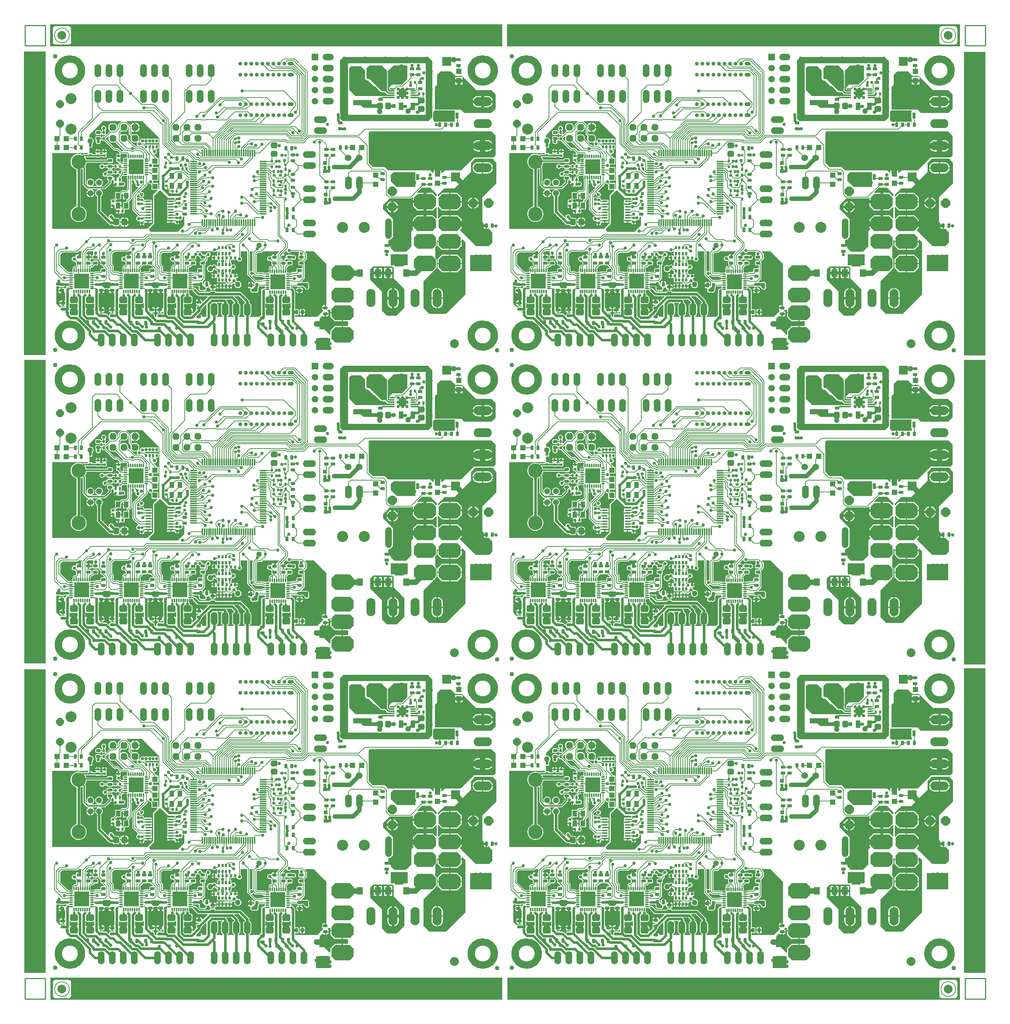
<source format=gtl>
%FSLAX24Y24*%
%MOIN*%
G70*
G01*
G75*
G04 Layer_Physical_Order=1*
G04 Layer_Color=255*
%ADD10C,0.0070*%
G04:AMPARAMS|DCode=11|XSize=78.7mil|YSize=78.7mil|CornerRadius=39.4mil|HoleSize=0mil|Usage=FLASHONLY|Rotation=90.000|XOffset=0mil|YOffset=0mil|HoleType=Round|Shape=RoundedRectangle|*
%AMROUNDEDRECTD11*
21,1,0.0787,0.0000,0,0,90.0*
21,1,0.0000,0.0787,0,0,90.0*
1,1,0.0787,0.0000,0.0000*
1,1,0.0787,0.0000,0.0000*
1,1,0.0787,0.0000,0.0000*
1,1,0.0787,0.0000,0.0000*
%
%ADD11ROUNDEDRECTD11*%
%ADD12C,0.0100*%
%ADD13C,0.0650*%
%ADD14R,0.0600X0.0120*%
%ADD15R,0.0120X0.0600*%
G04:AMPARAMS|DCode=16|XSize=11mil|YSize=31.5mil|CornerRadius=4.4mil|HoleSize=0mil|Usage=FLASHONLY|Rotation=180.000|XOffset=0mil|YOffset=0mil|HoleType=Round|Shape=RoundedRectangle|*
%AMROUNDEDRECTD16*
21,1,0.0110,0.0227,0,0,180.0*
21,1,0.0022,0.0315,0,0,180.0*
1,1,0.0088,-0.0011,0.0113*
1,1,0.0088,0.0011,0.0113*
1,1,0.0088,0.0011,-0.0113*
1,1,0.0088,-0.0011,-0.0113*
%
%ADD16ROUNDEDRECTD16*%
G04:AMPARAMS|DCode=17|XSize=11mil|YSize=31.5mil|CornerRadius=4.4mil|HoleSize=0mil|Usage=FLASHONLY|Rotation=270.000|XOffset=0mil|YOffset=0mil|HoleType=Round|Shape=RoundedRectangle|*
%AMROUNDEDRECTD17*
21,1,0.0110,0.0227,0,0,270.0*
21,1,0.0022,0.0315,0,0,270.0*
1,1,0.0088,-0.0113,-0.0011*
1,1,0.0088,-0.0113,0.0011*
1,1,0.0088,0.0113,0.0011*
1,1,0.0088,0.0113,-0.0011*
%
%ADD17ROUNDEDRECTD17*%
%ADD18R,0.1370X0.1370*%
%ADD19R,0.1370X0.1370*%
%ADD20R,0.0236X0.1319*%
G04:AMPARAMS|DCode=21|XSize=40mil|YSize=40mil|CornerRadius=20mil|HoleSize=0mil|Usage=FLASHONLY|Rotation=0.000|XOffset=0mil|YOffset=0mil|HoleType=Round|Shape=RoundedRectangle|*
%AMROUNDEDRECTD21*
21,1,0.0400,0.0000,0,0,0.0*
21,1,0.0000,0.0400,0,0,0.0*
1,1,0.0400,0.0000,0.0000*
1,1,0.0400,0.0000,0.0000*
1,1,0.0400,0.0000,0.0000*
1,1,0.0400,0.0000,0.0000*
%
%ADD21ROUNDEDRECTD21*%
%ADD22R,0.0480X0.0480*%
%ADD23R,0.0480X0.0480*%
%ADD24R,0.0420X0.0520*%
%ADD25R,0.0354X0.1299*%
%ADD26R,0.0240X0.0240*%
%ADD27R,0.1260X0.0630*%
%ADD28R,0.0402X0.0118*%
%ADD29R,0.0681X0.0748*%
%ADD30R,0.0360X0.0320*%
%ADD31R,0.1970X0.1700*%
%ADD32R,0.0280X0.0560*%
%ADD33R,0.0280X0.0200*%
%ADD34R,0.0200X0.0280*%
%ADD35R,0.0790X0.0790*%
%ADD36R,0.0790X0.0790*%
%ADD37R,0.0500X0.0150*%
G04:AMPARAMS|DCode=38|XSize=63mil|YSize=71mil|CornerRadius=15.8mil|HoleSize=0mil|Usage=FLASHONLY|Rotation=270.000|XOffset=0mil|YOffset=0mil|HoleType=Round|Shape=RoundedRectangle|*
%AMROUNDEDRECTD38*
21,1,0.0630,0.0395,0,0,270.0*
21,1,0.0315,0.0710,0,0,270.0*
1,1,0.0315,-0.0198,-0.0158*
1,1,0.0315,-0.0198,0.0158*
1,1,0.0315,0.0198,0.0158*
1,1,0.0315,0.0198,-0.0158*
%
%ADD38ROUNDEDRECTD38*%
G04:AMPARAMS|DCode=39|XSize=29.1mil|YSize=39.4mil|CornerRadius=5.8mil|HoleSize=0mil|Usage=FLASHONLY|Rotation=90.000|XOffset=0mil|YOffset=0mil|HoleType=Round|Shape=RoundedRectangle|*
%AMROUNDEDRECTD39*
21,1,0.0291,0.0277,0,0,90.0*
21,1,0.0175,0.0394,0,0,90.0*
1,1,0.0117,0.0139,0.0087*
1,1,0.0117,0.0139,-0.0087*
1,1,0.0117,-0.0139,-0.0087*
1,1,0.0117,-0.0139,0.0087*
%
%ADD39ROUNDEDRECTD39*%
G04:AMPARAMS|DCode=40|XSize=29.1mil|YSize=39.4mil|CornerRadius=5.8mil|HoleSize=0mil|Usage=FLASHONLY|Rotation=180.000|XOffset=0mil|YOffset=0mil|HoleType=Round|Shape=RoundedRectangle|*
%AMROUNDEDRECTD40*
21,1,0.0291,0.0277,0,0,180.0*
21,1,0.0175,0.0394,0,0,180.0*
1,1,0.0117,-0.0087,0.0139*
1,1,0.0117,0.0087,0.0139*
1,1,0.0117,0.0087,-0.0139*
1,1,0.0117,-0.0087,-0.0139*
%
%ADD40ROUNDEDRECTD40*%
G04:AMPARAMS|DCode=41|XSize=22mil|YSize=24mil|CornerRadius=4.4mil|HoleSize=0mil|Usage=FLASHONLY|Rotation=0.000|XOffset=0mil|YOffset=0mil|HoleType=Round|Shape=RoundedRectangle|*
%AMROUNDEDRECTD41*
21,1,0.0220,0.0152,0,0,0.0*
21,1,0.0132,0.0240,0,0,0.0*
1,1,0.0088,0.0066,-0.0076*
1,1,0.0088,-0.0066,-0.0076*
1,1,0.0088,-0.0066,0.0076*
1,1,0.0088,0.0066,0.0076*
%
%ADD41ROUNDEDRECTD41*%
G04:AMPARAMS|DCode=42|XSize=22mil|YSize=24mil|CornerRadius=4.4mil|HoleSize=0mil|Usage=FLASHONLY|Rotation=270.000|XOffset=0mil|YOffset=0mil|HoleType=Round|Shape=RoundedRectangle|*
%AMROUNDEDRECTD42*
21,1,0.0220,0.0152,0,0,270.0*
21,1,0.0132,0.0240,0,0,270.0*
1,1,0.0088,-0.0076,-0.0066*
1,1,0.0088,-0.0076,0.0066*
1,1,0.0088,0.0076,0.0066*
1,1,0.0088,0.0076,-0.0066*
%
%ADD42ROUNDEDRECTD42*%
%ADD43R,0.0543X0.0709*%
%ADD44R,0.0200X0.0260*%
%ADD45R,0.0433X0.0669*%
G04:AMPARAMS|DCode=46|XSize=52mil|YSize=60mil|CornerRadius=13mil|HoleSize=0mil|Usage=FLASHONLY|Rotation=180.000|XOffset=0mil|YOffset=0mil|HoleType=Round|Shape=RoundedRectangle|*
%AMROUNDEDRECTD46*
21,1,0.0520,0.0340,0,0,180.0*
21,1,0.0260,0.0600,0,0,180.0*
1,1,0.0260,-0.0130,0.0170*
1,1,0.0260,0.0130,0.0170*
1,1,0.0260,0.0130,-0.0170*
1,1,0.0260,-0.0130,-0.0170*
%
%ADD46ROUNDEDRECTD46*%
G04:AMPARAMS|DCode=47|XSize=52mil|YSize=60mil|CornerRadius=13mil|HoleSize=0mil|Usage=FLASHONLY|Rotation=270.000|XOffset=0mil|YOffset=0mil|HoleType=Round|Shape=RoundedRectangle|*
%AMROUNDEDRECTD47*
21,1,0.0520,0.0340,0,0,270.0*
21,1,0.0260,0.0600,0,0,270.0*
1,1,0.0260,-0.0170,-0.0130*
1,1,0.0260,-0.0170,0.0130*
1,1,0.0260,0.0170,0.0130*
1,1,0.0260,0.0170,-0.0130*
%
%ADD47ROUNDEDRECTD47*%
%ADD48R,0.1673X0.0465*%
%ADD49C,0.0600*%
G04:AMPARAMS|DCode=50|XSize=50mil|YSize=50mil|CornerRadius=25mil|HoleSize=0mil|Usage=FLASHONLY|Rotation=90.000|XOffset=0mil|YOffset=0mil|HoleType=Round|Shape=RoundedRectangle|*
%AMROUNDEDRECTD50*
21,1,0.0500,0.0000,0,0,90.0*
21,1,0.0000,0.0500,0,0,90.0*
1,1,0.0500,0.0000,0.0000*
1,1,0.0500,0.0000,0.0000*
1,1,0.0500,0.0000,0.0000*
1,1,0.0500,0.0000,0.0000*
%
%ADD50ROUNDEDRECTD50*%
%ADD51C,0.0500*%
%ADD52C,0.0240*%
%ADD53C,0.0080*%
%ADD54C,0.0200*%
%ADD55C,0.0320*%
%ADD56C,0.0120*%
%ADD57C,0.0600*%
%ADD58C,0.0400*%
%ADD59C,0.0250*%
%ADD60C,0.0160*%
%ADD61R,0.1299X0.1063*%
%ADD62R,0.1575X0.0984*%
%ADD63R,0.1929X0.1457*%
%ADD64R,0.0551X0.0472*%
%ADD65O,0.0540X0.0360*%
%ADD66C,0.0360*%
%ADD67O,0.0600X0.1200*%
%ADD68P,0.0758X8X292.5*%
%ADD69C,0.1000*%
%ADD70O,0.1200X0.0600*%
%ADD71O,0.1024X0.0591*%
%ADD72C,0.0591*%
%ADD73R,0.0591X0.0591*%
%ADD74C,0.1305*%
%ADD75C,0.0540*%
%ADD76O,0.1650X0.0825*%
%ADD77O,0.0825X0.1650*%
%ADD78P,0.0909X8X112.5*%
%ADD79C,0.0840*%
%ADD80P,0.0909X8X22.5*%
G04:AMPARAMS|DCode=81|XSize=133.9mil|YSize=200mil|CornerRadius=0mil|HoleSize=0mil|Usage=FLASHONLY|Rotation=270.000|XOffset=0mil|YOffset=0mil|HoleType=Round|Shape=Octagon|*
%AMOCTAGOND81*
4,1,8,0.1000,0.0335,0.1000,-0.0335,0.0665,-0.0669,-0.0665,-0.0669,-0.1000,-0.0335,-0.1000,0.0335,-0.0665,0.0669,0.0665,0.0669,0.1000,0.0335,0.0*
%
%ADD81OCTAGOND81*%

G04:AMPARAMS|DCode=82|XSize=140mil|YSize=200mil|CornerRadius=0mil|HoleSize=0mil|Usage=FLASHONLY|Rotation=270.000|XOffset=0mil|YOffset=0mil|HoleType=Round|Shape=Octagon|*
%AMOCTAGOND82*
4,1,8,0.1000,0.0350,0.1000,-0.0350,0.0650,-0.0700,-0.0650,-0.0700,-0.1000,-0.0350,-0.1000,0.0350,-0.0650,0.0700,0.0650,0.0700,0.1000,0.0350,0.0*
%
%ADD82OCTAGOND82*%

%ADD83P,0.0671X8X22.5*%
%ADD84C,0.0800*%
%ADD85C,0.0300*%
%ADD86C,0.0500*%
%ADD87C,0.0400*%
%ADD88C,0.0320*%
G36*
X96713Y12047D02*
X96713D01*
D01*
Y12047D01*
X96713Y12047D01*
D01*
D01*
X94774D01*
Y39616D01*
X96713D01*
Y12047D01*
D02*
G37*
G36*
Y39970D02*
X96713D01*
D01*
Y39970D01*
X96713Y39970D01*
D01*
D01*
X94774D01*
Y67549D01*
X96713D01*
Y39970D01*
D02*
G37*
G36*
X11585Y40069D02*
X11585D01*
D01*
Y40069D01*
X11585Y40069D01*
D01*
D01*
X9646D01*
Y67569D01*
X11585D01*
Y40069D01*
D02*
G37*
G36*
X52963Y9606D02*
X12008D01*
Y11604D01*
X52963D01*
Y9606D01*
D02*
G37*
G36*
X94429D02*
X53415D01*
Y11604D01*
X94429D01*
Y9606D01*
D02*
G37*
G36*
X11585Y12047D02*
X11585D01*
D01*
Y12047D01*
X11585Y12047D01*
D01*
D01*
X9646D01*
Y39518D01*
X11585D01*
Y12047D01*
D02*
G37*
G36*
X52953Y95955D02*
X11968D01*
Y97953D01*
X52953D01*
Y95955D01*
D02*
G37*
G36*
X94409D02*
X53376D01*
Y97953D01*
X94409D01*
Y95955D01*
D02*
G37*
G36*
X96713Y67972D02*
X96713D01*
D01*
Y67972D01*
X96713Y67972D01*
D01*
D01*
X94774D01*
Y95472D01*
X96713D01*
Y67972D01*
D02*
G37*
G36*
X11565Y68002D02*
X11565D01*
D01*
Y68002D01*
X11565Y68002D01*
D01*
D01*
X9626D01*
Y95502D01*
X11565D01*
Y68002D01*
D02*
G37*
%LPC*%
G36*
X13652Y97782D02*
Y97781D01*
X12470D01*
Y97782D01*
X12381Y97765D01*
X12306Y97714D01*
X12255Y97638D01*
X12237Y97549D01*
X12239D01*
Y96368D01*
X12237D01*
X12255Y96279D01*
X12306Y96203D01*
X12381Y96153D01*
X12470Y96135D01*
Y96136D01*
X13652D01*
Y96135D01*
X13741Y96153D01*
X13816Y96203D01*
X13867Y96279D01*
X13885Y96368D01*
X13883D01*
Y97549D01*
X13885D01*
X13867Y97638D01*
X13816Y97714D01*
X13741Y97765D01*
X13652Y97782D01*
D02*
G37*
G36*
X93947D02*
Y97781D01*
X92766D01*
Y97782D01*
X92676Y97765D01*
X92601Y97714D01*
X92550Y97638D01*
X92533Y97549D01*
X92534D01*
Y96368D01*
X92533D01*
X92550Y96279D01*
X92601Y96203D01*
X92676Y96153D01*
X92766Y96135D01*
Y96136D01*
X93947D01*
Y96135D01*
X94036Y96153D01*
X94112Y96203D01*
X94162Y96279D01*
X94180Y96368D01*
X94179D01*
Y97549D01*
X94180D01*
X94162Y97638D01*
X94112Y97714D01*
X94036Y97765D01*
X93947Y97782D01*
D02*
G37*
G36*
Y11385D02*
Y11383D01*
X92766D01*
Y11385D01*
X92676Y11367D01*
X92601Y11316D01*
X92550Y11241D01*
X92533Y11152D01*
X92534D01*
Y9970D01*
X92533D01*
X92550Y9881D01*
X92601Y9806D01*
X92676Y9755D01*
X92766Y9737D01*
Y9739D01*
X93947D01*
Y9737D01*
X94036Y9755D01*
X94112Y9806D01*
X94162Y9881D01*
X94180Y9970D01*
X94179D01*
Y11152D01*
X94180D01*
X94162Y11241D01*
X94112Y11316D01*
X94036Y11367D01*
X93947Y11385D01*
D02*
G37*
G36*
X13652D02*
Y11383D01*
X12470D01*
Y11385D01*
X12381Y11367D01*
X12306Y11316D01*
X12255Y11241D01*
X12237Y11152D01*
X12239D01*
Y9970D01*
X12237D01*
X12255Y9881D01*
X12306Y9806D01*
X12381Y9755D01*
X12470Y9737D01*
Y9739D01*
X13652D01*
Y9737D01*
X13741Y9755D01*
X13816Y9806D01*
X13867Y9881D01*
X13885Y9970D01*
X13883D01*
Y11152D01*
X13885D01*
X13867Y11241D01*
X13816Y11316D01*
X13741Y11367D01*
X13652Y11385D01*
D02*
G37*
%LPD*%
G36*
X52402Y29449D02*
Y27559D01*
X51142Y26299D01*
Y24055D01*
X51266Y23931D01*
X51255Y23879D01*
Y23790D01*
X51504D01*
Y23740D01*
X51554D01*
Y23440D01*
X51591D01*
X51653Y23452D01*
X51705Y23487D01*
X51709Y23488D01*
X52047Y23150D01*
Y22205D01*
X51732Y21890D01*
X50551D01*
X49102Y23339D01*
X49289Y23526D01*
Y23860D01*
X48189D01*
Y23910D01*
X48139D01*
Y24680D01*
X47474D01*
X47172Y24378D01*
X47126Y24397D01*
Y25408D01*
X47172Y25427D01*
X47489Y25110D01*
X48139D01*
Y25910D01*
Y26710D01*
X47489D01*
X47172Y26393D01*
X47126Y26413D01*
Y26535D01*
X47717Y27126D01*
X48622D01*
X50118Y28622D01*
Y29409D01*
X50512Y29803D01*
X52047D01*
X52402Y29449D01*
D02*
G37*
G36*
X30787Y18358D02*
Y17874D01*
X30709Y17756D01*
X30394D01*
X30276Y17874D01*
Y17953D01*
X30683Y18360D01*
X30786D01*
X30787Y18358D01*
D02*
G37*
G36*
X24887Y17901D02*
X24900Y17839D01*
X24942Y17776D01*
X25303Y17415D01*
X25366Y17373D01*
X25440Y17358D01*
X26258D01*
X26277Y17312D01*
X25815Y16849D01*
X25768Y16868D01*
Y16894D01*
X25756Y16955D01*
X25721Y17008D01*
X25669Y17043D01*
X25607Y17055D01*
X25519D01*
Y16806D01*
X25468D01*
Y16756D01*
X25169D01*
Y16719D01*
X25181Y16657D01*
X25216Y16605D01*
X25268Y16570D01*
X25330Y16557D01*
X25458D01*
X25469Y16531D01*
X25441Y16489D01*
X25330D01*
X25280Y16479D01*
X25237Y16451D01*
X25209Y16408D01*
X25199Y16358D01*
Y16183D01*
X25209Y16133D01*
X25232Y16099D01*
X24962Y15829D01*
X24916Y15848D01*
Y15857D01*
X24459D01*
Y15907D01*
X24409D01*
Y16324D01*
X24261D01*
X24194Y16315D01*
X24149Y16296D01*
X24107Y16324D01*
Y16645D01*
X24151Y16669D01*
X24172Y16655D01*
X24261Y16637D01*
X24656D01*
X24745Y16655D01*
X24820Y16705D01*
X24870Y16780D01*
X24888Y16869D01*
Y17184D01*
X24870Y17273D01*
X24820Y17348D01*
X24745Y17398D01*
X24656Y17416D01*
X24620D01*
Y17498D01*
X24606Y17572D01*
X24564Y17635D01*
X24550Y17644D01*
X24554Y17665D01*
Y17892D01*
X24651Y17911D01*
X24796D01*
X24841Y17920D01*
X24841Y17921D01*
X24887Y17901D01*
D02*
G37*
G36*
X18568Y26663D02*
Y26512D01*
X18878D01*
Y26462D01*
X18928D01*
Y26082D01*
X18939Y26056D01*
X18907Y26024D01*
X18883Y25988D01*
X18874Y25945D01*
X18874Y25945D01*
Y25880D01*
X18598D01*
Y25428D01*
X18500Y25330D01*
X18457Y25348D01*
X18454Y25350D01*
Y25500D01*
X18144D01*
Y25550D01*
X18094D01*
Y25910D01*
X17879D01*
Y25969D01*
X18043Y26132D01*
X18424D01*
Y26584D01*
X18522Y26682D01*
X18568Y26663D01*
D02*
G37*
G36*
X49606Y22244D02*
Y17520D01*
X47835Y15748D01*
X46339D01*
X45827Y16260D01*
Y18701D01*
X46890Y19764D01*
Y19800D01*
X47015Y19925D01*
Y20695D01*
X46890Y20820D01*
Y21815D01*
X47015Y21941D01*
Y22403D01*
X47056Y22431D01*
X47089Y22417D01*
Y22360D01*
X49289D01*
Y22496D01*
X49335Y22515D01*
X49606Y22244D01*
D02*
G37*
G36*
X17198Y17982D02*
X17283Y17965D01*
X17292Y17922D01*
X17598D01*
Y17872D01*
X17648D01*
Y17623D01*
X17737D01*
X17789Y17634D01*
X17828Y17602D01*
Y16380D01*
X17789Y16349D01*
X17757Y16355D01*
X17668D01*
Y16106D01*
Y15857D01*
X17757D01*
X17789Y15864D01*
X17808Y15848D01*
Y15798D01*
X17789Y15783D01*
X17757Y15789D01*
X17480D01*
X17430Y15779D01*
X17387Y15751D01*
X17359Y15708D01*
X17349Y15658D01*
Y15592D01*
X17303Y15573D01*
X17168Y15708D01*
X17106Y15750D01*
X17031Y15765D01*
X16819D01*
X16797Y15779D01*
X16747Y15789D01*
X16528D01*
X16500Y15831D01*
X16511Y15857D01*
X16559D01*
Y16106D01*
Y16355D01*
X16470D01*
X16413Y16344D01*
X16375Y16375D01*
Y17602D01*
X16413Y17634D01*
X16466Y17623D01*
X16554D01*
Y17872D01*
X16604D01*
Y17922D01*
X16904D01*
Y17940D01*
X16943Y17972D01*
X16978Y17965D01*
X17064Y17982D01*
X17091Y17999D01*
X17171D01*
X17198Y17982D01*
D02*
G37*
G36*
X26063Y18110D02*
Y17992D01*
X25984Y17913D01*
X25591D01*
Y17953D01*
X25551Y17992D01*
Y18268D01*
X25709Y18425D01*
X25748D01*
X26063Y18110D01*
D02*
G37*
G36*
X37008Y20279D02*
Y16540D01*
X36979D01*
Y16291D01*
X36929D01*
Y16241D01*
X36629D01*
Y16204D01*
X36641Y16142D01*
X36676Y16090D01*
X36717Y16063D01*
X36722Y16013D01*
X36181Y15472D01*
X34170D01*
Y15598D01*
X34209Y15630D01*
X34213Y15629D01*
X34388D01*
X34438Y15639D01*
X34481Y15667D01*
X34509Y15710D01*
X34519Y15760D01*
Y16037D01*
X34509Y16087D01*
X34481Y16130D01*
X34438Y16158D01*
X34388Y16168D01*
X34213D01*
X34209Y16167D01*
X34170Y16199D01*
Y17835D01*
X34155Y17909D01*
X34113Y17972D01*
X33978Y18107D01*
X33915Y18149D01*
X33841Y18163D01*
X33809Y18157D01*
X33793Y18171D01*
X33785Y18209D01*
X33817Y18248D01*
X34342D01*
X34356Y18228D01*
X34398Y18199D01*
X34448Y18189D01*
X34725D01*
X34775Y18199D01*
X34816Y18226D01*
X34901D01*
X35035Y18092D01*
X35039Y18074D01*
X35087Y18001D01*
X35160Y17952D01*
X35246Y17935D01*
X35332Y17952D01*
X35405Y18001D01*
X35453Y18074D01*
X35470Y18159D01*
X35453Y18245D01*
X35426Y18287D01*
Y18313D01*
X35443Y18339D01*
X35461Y18425D01*
X35443Y18511D01*
X35395Y18584D01*
X35322Y18632D01*
X35236Y18650D01*
X35150Y18632D01*
X35138Y18624D01*
X34781D01*
X34762Y18670D01*
X35001Y18909D01*
X35001Y18909D01*
X35025Y18946D01*
X35033Y18988D01*
Y20354D01*
X35025Y20397D01*
X35013Y20414D01*
Y20441D01*
X35008Y20467D01*
X35224Y20682D01*
X35247Y20717D01*
X35255Y20758D01*
X35255Y20758D01*
Y21158D01*
X35247Y21199D01*
X35224Y21233D01*
X35224Y21233D01*
X35085Y21372D01*
X35104Y21418D01*
X35868D01*
X37008Y20279D01*
D02*
G37*
G36*
X33783Y16701D02*
Y16277D01*
X33738Y16255D01*
X33693Y16289D01*
X33631Y16315D01*
X33564Y16324D01*
X33416D01*
Y15907D01*
X33316D01*
Y16324D01*
X33169D01*
X33101Y16315D01*
X33056Y16296D01*
X33015Y16324D01*
Y16645D01*
X33059Y16669D01*
X33080Y16655D01*
X33169Y16637D01*
X33564D01*
X33652Y16655D01*
X33728Y16705D01*
X33735Y16716D01*
X33783Y16701D01*
D02*
G37*
G36*
X46998Y26598D02*
Y26422D01*
X46952Y26403D01*
X46645Y26710D01*
X46065D01*
Y25910D01*
Y25110D01*
X46645D01*
X46952Y25417D01*
X46998Y25398D01*
Y24407D01*
X46952Y24388D01*
X46660Y24680D01*
X46065D01*
Y23910D01*
X45945D01*
Y23790D01*
X44845D01*
Y23526D01*
X44928Y23442D01*
X44724Y23238D01*
Y21860D01*
X44237Y21373D01*
X43166D01*
X42851Y21688D01*
Y21841D01*
X42480D01*
Y22081D01*
X42851D01*
Y22503D01*
X43048Y22700D01*
Y24325D01*
X42139Y25234D01*
Y25604D01*
X42735Y26200D01*
X42737Y26200D01*
X42737Y26200D01*
X44650D01*
X44650Y26200D01*
X44693Y26208D01*
X44730Y26232D01*
X44799Y26302D01*
X44845Y26282D01*
Y26030D01*
X45825D01*
Y26710D01*
X45273D01*
X45254Y26756D01*
X45662Y27165D01*
X46431D01*
X46998Y26598D01*
D02*
G37*
G36*
X18326Y16655D02*
X18415Y16637D01*
X18810D01*
X18898Y16655D01*
X18926Y16673D01*
X18970Y16649D01*
Y16321D01*
X18928Y16294D01*
X18877Y16315D01*
X18810Y16324D01*
X18662D01*
Y15907D01*
X18562D01*
Y16324D01*
X18415D01*
X18347Y16315D01*
X18285Y16289D01*
X18260Y16270D01*
X18215Y16292D01*
Y16675D01*
X18259Y16699D01*
X18326Y16655D01*
D02*
G37*
G36*
X31604D02*
X31692Y16637D01*
X32087D01*
X32176Y16655D01*
X32217Y16682D01*
X32261Y16658D01*
Y16311D01*
X32217Y16289D01*
X32154Y16315D01*
X32087Y16324D01*
X31940D01*
Y15907D01*
X31840D01*
Y16324D01*
X31692D01*
X31625Y16315D01*
X31562Y16289D01*
X31538Y16270D01*
X31493Y16292D01*
Y16675D01*
X31537Y16699D01*
X31604Y16655D01*
D02*
G37*
G36*
X45079Y28480D02*
X45068D01*
Y27780D01*
X45079D01*
Y27244D01*
X43386D01*
X42835Y27795D01*
Y28346D01*
X43071Y28583D01*
X45079D01*
Y28480D01*
D02*
G37*
G36*
X20476Y16701D02*
Y16277D01*
X20431Y16255D01*
X20386Y16289D01*
X20324Y16315D01*
X20257Y16324D01*
X20109D01*
Y15907D01*
X20009D01*
Y16324D01*
X19862D01*
X19794Y16315D01*
X19732Y16289D01*
X19717Y16278D01*
X19672Y16300D01*
Y16669D01*
X19716Y16692D01*
X19773Y16655D01*
X19862Y16637D01*
X20257D01*
X20345Y16655D01*
X20421Y16705D01*
X20428Y16716D01*
X20476Y16701D01*
D02*
G37*
G36*
X23410Y16732D02*
Y16252D01*
X23363Y16236D01*
X23354Y16248D01*
X23300Y16289D01*
X23237Y16315D01*
X23170Y16324D01*
X23022D01*
Y15907D01*
X22922D01*
Y16324D01*
X22775D01*
X22708Y16315D01*
X22663Y16296D01*
X22621Y16324D01*
Y16645D01*
X22665Y16669D01*
X22686Y16655D01*
X22775Y16637D01*
X23170D01*
X23259Y16655D01*
X23334Y16705D01*
X23362Y16747D01*
X23410Y16732D01*
D02*
G37*
G36*
X13857Y16655D02*
X13946Y16637D01*
X14341D01*
X14430Y16655D01*
X14453Y16670D01*
X14497Y16647D01*
Y16323D01*
X14456Y16295D01*
X14408Y16315D01*
X14341Y16324D01*
X14194D01*
Y15907D01*
X14094D01*
Y16324D01*
X13946D01*
X13879Y16315D01*
X13816Y16289D01*
X13782Y16263D01*
X13737Y16285D01*
Y16691D01*
X13782Y16705D01*
X13857Y16655D01*
D02*
G37*
G36*
X22677Y26260D02*
X23251D01*
X23283Y26221D01*
X23282Y26218D01*
Y26118D01*
X23249Y26085D01*
X23240Y26089D01*
Y26089D01*
X23240Y26089D01*
X22600D01*
Y25869D01*
X22570D01*
Y25744D01*
X22920D01*
Y25644D01*
X22570D01*
Y25519D01*
X22600D01*
Y25299D01*
Y25049D01*
Y24794D01*
Y24544D01*
Y24364D01*
X22570D01*
Y24239D01*
X22920D01*
Y24189D01*
X22970D01*
Y24014D01*
X23261D01*
Y23999D01*
X23273Y23943D01*
X23304Y23895D01*
X23352Y23863D01*
X23408Y23852D01*
X23434D01*
Y24065D01*
X23484D01*
Y24115D01*
X23707D01*
Y24131D01*
X23696Y24187D01*
X23691Y24195D01*
X23718Y24237D01*
X23780Y24225D01*
X23865Y24242D01*
X23938Y24290D01*
X23987Y24363D01*
X24004Y24449D01*
X23990Y24520D01*
X24025Y24555D01*
X24035Y24553D01*
X24134D01*
Y23780D01*
X23543Y23189D01*
X21102D01*
X20984Y23307D01*
Y23465D01*
X21417Y23898D01*
Y26457D01*
X21890Y26929D01*
X22008D01*
X22677Y26260D01*
D02*
G37*
G36*
X35354Y18465D02*
Y18150D01*
X35276Y18071D01*
X35157D01*
X34882Y18346D01*
Y18543D01*
X35276D01*
X35354Y18465D01*
D02*
G37*
G36*
X30341Y21374D02*
X30332Y21361D01*
X30324Y21319D01*
X30324Y21319D01*
Y19648D01*
X30285Y19616D01*
X30246Y19624D01*
X30160Y19607D01*
X30125Y19583D01*
X30081Y19607D01*
Y21418D01*
X30317D01*
X30341Y21374D01*
D02*
G37*
G36*
X12598Y18236D02*
X12799D01*
X12810Y18219D01*
X12852Y18191D01*
X12902Y18181D01*
X13180D01*
X13230Y18191D01*
X13272Y18219D01*
X13283Y18235D01*
X13465D01*
X13480Y18187D01*
X13463Y18176D01*
X13406Y18119D01*
X13364Y18056D01*
X13362Y18045D01*
X13313Y18036D01*
X13294Y18065D01*
X13241Y18100D01*
X13180Y18112D01*
X13091D01*
Y17863D01*
Y17615D01*
X13180D01*
X13241Y17627D01*
X13294Y17662D01*
X13302Y17674D01*
X13350Y17659D01*
Y16992D01*
X13311Y16960D01*
X13287Y16965D01*
X13198D01*
Y16716D01*
Y16467D01*
X13287D01*
X13311Y16472D01*
X13328Y16458D01*
Y16408D01*
X13311Y16394D01*
X13287Y16399D01*
X13010D01*
X12960Y16389D01*
X12917Y16361D01*
X12880Y16357D01*
X12559Y16678D01*
Y18204D01*
X12598Y18236D01*
X12598Y18236D01*
D02*
G37*
G36*
X17541Y18465D02*
Y18328D01*
X17283Y18071D01*
X16929D01*
X16693Y18307D01*
Y18504D01*
X16811Y18622D01*
X17384D01*
X17541Y18465D01*
D02*
G37*
G36*
X12913Y18740D02*
Y18307D01*
X12598D01*
X12520Y18386D01*
Y18504D01*
X12795Y18780D01*
X12874D01*
X12913Y18740D01*
D02*
G37*
G36*
X30529Y19147D02*
X30529Y19147D01*
X30566Y19123D01*
X30609Y19115D01*
X30609Y19115D01*
X31187D01*
X31229Y19073D01*
X31229Y19073D01*
X31266Y19048D01*
X31309Y19040D01*
X31383D01*
X31412Y19005D01*
X31668D01*
Y18905D01*
X31412D01*
X31383Y18870D01*
X31305D01*
X31305Y18870D01*
X31262Y18862D01*
X31226Y18837D01*
X31226Y18837D01*
X31197Y18809D01*
X30628D01*
X30296Y19140D01*
X30311Y19188D01*
X30332Y19192D01*
X30405Y19241D01*
X30433Y19244D01*
X30529Y19147D01*
D02*
G37*
G36*
X20832Y20182D02*
X20874Y20154D01*
X20924Y20144D01*
X21116D01*
X21117Y20142D01*
X21141Y20105D01*
X21315Y19932D01*
X21296Y19886D01*
X21121D01*
X21071Y19876D01*
X21029Y19847D01*
X21000Y19805D01*
X20990Y19755D01*
Y19581D01*
X20531D01*
X20531Y19581D01*
X20489Y19572D01*
X20452Y19548D01*
X20443Y19538D01*
X20410Y19545D01*
X20183D01*
X20168Y19560D01*
Y19787D01*
X20159Y19831D01*
X20153Y19841D01*
Y19874D01*
X20423Y20144D01*
X20650D01*
X20700Y20154D01*
X20743Y20182D01*
X20762Y20212D01*
X20812D01*
X20832Y20182D01*
D02*
G37*
G36*
X21929Y18504D02*
Y18307D01*
X21732Y18110D01*
X21339D01*
X21142Y18307D01*
Y18504D01*
X21220Y18583D01*
X21850D01*
X21929Y18504D01*
D02*
G37*
G36*
X15914Y21374D02*
X15895Y21346D01*
X15878Y21260D01*
X15895Y21174D01*
X15918Y21140D01*
X15900Y21098D01*
X15858Y21069D01*
X15830Y21027D01*
X15820Y20977D01*
Y20802D01*
X15830Y20752D01*
X15858Y20710D01*
X15900Y20681D01*
X15951Y20671D01*
X16228D01*
X16278Y20681D01*
X16320Y20710D01*
X16334Y20731D01*
X16382Y20716D01*
Y20669D01*
X16382Y20669D01*
X16391Y20626D01*
X16415Y20590D01*
X16546Y20459D01*
X16542Y20440D01*
Y20265D01*
X16552Y20215D01*
X16580Y20172D01*
X16622Y20144D01*
X16672Y20134D01*
X16701D01*
X16707Y20103D01*
X16732Y20067D01*
X16867Y19932D01*
X16848Y19886D01*
X16672D01*
X16622Y19876D01*
X16580Y19847D01*
X16552Y19805D01*
X16542Y19755D01*
Y19594D01*
X16538Y19591D01*
X16093D01*
X16093Y19591D01*
X16050Y19582D01*
X16013Y19558D01*
X16013Y19558D01*
X15985Y19530D01*
X15955D01*
X15945Y19536D01*
X15901Y19545D01*
X15674D01*
X15659Y19560D01*
Y19787D01*
X15650Y19831D01*
X15644Y19841D01*
Y19885D01*
X15716Y19957D01*
X15804D01*
X15804Y19957D01*
X15847Y19965D01*
X15883Y19990D01*
X16030Y20136D01*
X16228D01*
X16278Y20146D01*
X16320Y20174D01*
X16349Y20217D01*
X16358Y20267D01*
Y20441D01*
X16349Y20491D01*
X16320Y20534D01*
X16278Y20562D01*
X16228Y20572D01*
X15951D01*
X15900Y20562D01*
X15858Y20534D01*
X15830Y20491D01*
X15820Y20441D01*
Y20267D01*
X15824Y20247D01*
X15782Y20206D01*
X15732Y20208D01*
X15723Y20220D01*
X15732Y20267D01*
Y20441D01*
X15722Y20491D01*
X15694Y20534D01*
X15651Y20562D01*
X15601Y20572D01*
X15324D01*
X15289Y20565D01*
X15269Y20581D01*
Y20631D01*
X15289Y20648D01*
X15324Y20641D01*
X15413D01*
Y20889D01*
Y21138D01*
X15324D01*
X15289Y21131D01*
X15250Y21163D01*
Y21229D01*
X15439Y21418D01*
X15891D01*
X15914Y21374D01*
D02*
G37*
G36*
X14845Y21374D02*
X14837Y21362D01*
X14829Y21319D01*
X14829Y21319D01*
Y21171D01*
X14790Y21139D01*
X14755Y21146D01*
X14666D01*
Y20898D01*
X14566D01*
Y21146D01*
X14478D01*
X14416Y21134D01*
X14363Y21099D01*
X14328Y21047D01*
X14316Y20985D01*
Y20937D01*
X14272Y20914D01*
X14254Y20926D01*
X14168Y20943D01*
X14083Y20926D01*
X14010Y20877D01*
X13961Y20804D01*
X13944Y20719D01*
X13961Y20633D01*
X14010Y20560D01*
X14083Y20511D01*
X14168Y20494D01*
X14223Y20505D01*
X14347Y20382D01*
Y20275D01*
X14356Y20227D01*
Y20115D01*
X14296Y20055D01*
X14193D01*
X14193Y20055D01*
X14150Y20046D01*
X14113Y20022D01*
X14113Y20022D01*
X14073Y19982D01*
X14049Y19945D01*
X14040Y19903D01*
X14040Y19903D01*
Y19841D01*
X14034Y19831D01*
X14025Y19787D01*
Y19642D01*
X14006Y19545D01*
X13779D01*
X13735Y19536D01*
X13725Y19530D01*
X13651D01*
X13637Y19543D01*
X13601Y19567D01*
X13569Y19574D01*
X12906Y20238D01*
Y21106D01*
X13116Y21316D01*
X14428D01*
X14428Y21316D01*
X14471Y21325D01*
X14508Y21349D01*
X14577Y21418D01*
X14822D01*
X14845Y21374D01*
D02*
G37*
G36*
X23756D02*
X23733Y21339D01*
X23724Y21296D01*
X23724Y21296D01*
Y21161D01*
X23685Y21129D01*
X23657Y21135D01*
X23568D01*
Y20886D01*
X23468D01*
Y21135D01*
X23380D01*
X23318Y21123D01*
X23266Y21088D01*
X23231Y21035D01*
X23219Y20974D01*
Y20936D01*
X23174Y20912D01*
X23154Y20926D01*
X23068Y20943D01*
X22983Y20926D01*
X22910Y20877D01*
X22861Y20804D01*
X22844Y20719D01*
X22861Y20633D01*
X22910Y20560D01*
X22983Y20511D01*
X23068Y20494D01*
X23132Y20507D01*
X23249Y20389D01*
Y20263D01*
X23253Y20244D01*
X23191Y20182D01*
X23120D01*
X23120Y20182D01*
X23077Y20174D01*
X23041Y20149D01*
X23041Y20149D01*
X22968Y20077D01*
X22944Y20041D01*
X22936Y19998D01*
X22936Y19998D01*
Y19841D01*
X22929Y19831D01*
X22920Y19787D01*
Y19642D01*
X22901Y19545D01*
X22674D01*
X22630Y19536D01*
X22620Y19530D01*
X22597D01*
X22582Y19545D01*
X22546Y19569D01*
X22503Y19578D01*
X22503Y19578D01*
X22215D01*
X22199Y19594D01*
Y20042D01*
X22199Y20042D01*
X22190Y20084D01*
X22166Y20121D01*
X22166Y20121D01*
X22049Y20237D01*
Y21156D01*
X22183Y21290D01*
X22952D01*
X22952Y21290D01*
X22995Y21298D01*
X23031Y21322D01*
X23127Y21418D01*
X23733D01*
X23756Y21374D01*
D02*
G37*
G36*
X21607Y18021D02*
X21693Y18004D01*
X21711Y17986D01*
X21708Y17969D01*
Y17932D01*
X22008D01*
Y17882D01*
X22058D01*
Y17633D01*
X22146D01*
X22195Y17643D01*
X22234Y17611D01*
Y16270D01*
X22186Y16256D01*
X22151Y16308D01*
X22099Y16343D01*
X22037Y16355D01*
X21948D01*
Y16106D01*
Y15857D01*
X22037D01*
X22099Y15870D01*
X22151Y15905D01*
X22186Y15957D01*
X22234Y15942D01*
Y15765D01*
X22109D01*
X22087Y15779D01*
X22037Y15789D01*
X21760D01*
X21710Y15779D01*
X21667Y15751D01*
X21639Y15708D01*
X21629Y15658D01*
Y15483D01*
X21620Y15472D01*
X21509D01*
X21458Y15524D01*
Y15658D01*
X21448Y15708D01*
X21420Y15751D01*
X21377Y15779D01*
X21327Y15789D01*
X21206D01*
X21178Y15831D01*
X21189Y15857D01*
X21327D01*
X21389Y15870D01*
X21441Y15905D01*
X21476Y15957D01*
X21488Y16019D01*
Y16056D01*
X21188D01*
Y16106D01*
X21139D01*
Y16355D01*
X21050D01*
X20988Y16343D01*
X20936Y16308D01*
X20911Y16270D01*
X20863Y16285D01*
Y17606D01*
X20902Y17638D01*
X20924Y17633D01*
X21013D01*
Y17882D01*
X21063D01*
Y17932D01*
X21363D01*
Y17964D01*
X21402Y17995D01*
X21407Y17994D01*
X21493Y18011D01*
X21535Y18039D01*
X21581D01*
X21607Y18021D01*
D02*
G37*
G36*
X19338Y21158D02*
X19299Y21127D01*
X19257Y21135D01*
X19168D01*
Y20886D01*
X19068D01*
Y21135D01*
X18980D01*
X18918Y21123D01*
X18866Y21088D01*
X18831Y21035D01*
X18819Y20974D01*
Y20936D01*
X18774Y20912D01*
X18754Y20926D01*
X18669Y20943D01*
X18583Y20926D01*
X18510Y20877D01*
X18461Y20804D01*
X18444Y20719D01*
X18461Y20633D01*
X18510Y20560D01*
X18583Y20511D01*
X18669Y20494D01*
X18723Y20505D01*
X18849Y20379D01*
Y20263D01*
X18853Y20244D01*
X18805Y20196D01*
X18734D01*
X18734Y20196D01*
X18691Y20187D01*
X18655Y20163D01*
X18655Y20163D01*
X18582Y20091D01*
X18558Y20054D01*
X18549Y20012D01*
X18549Y20012D01*
Y19841D01*
X18543Y19831D01*
X18534Y19787D01*
Y19642D01*
X18515Y19545D01*
X18288D01*
X18244Y19536D01*
X18243Y19536D01*
X18202Y19577D01*
X18165Y19602D01*
X18122Y19610D01*
X18122Y19610D01*
X17763D01*
X17750Y19623D01*
Y20040D01*
X17750Y20040D01*
X17741Y20083D01*
X17717Y20120D01*
X17608Y20229D01*
Y21173D01*
X17803Y21368D01*
X19003D01*
X19003Y21368D01*
X19046Y21377D01*
X19082Y21401D01*
X19099Y21418D01*
X19338D01*
Y21158D01*
D02*
G37*
G36*
X25393Y20983D02*
X25465Y20935D01*
X25551Y20917D01*
X25557Y20912D01*
Y20802D01*
X25567Y20752D01*
X25596Y20710D01*
X25638Y20681D01*
X25688Y20671D01*
X25920D01*
X25939Y20625D01*
X25886Y20572D01*
X25688D01*
X25638Y20562D01*
X25596Y20534D01*
X25567Y20491D01*
X25557Y20441D01*
Y20267D01*
X25567Y20217D01*
X25596Y20174D01*
X25638Y20146D01*
X25688Y20136D01*
X25795D01*
Y19912D01*
X25757Y19880D01*
X25729Y19886D01*
X25452D01*
X25402Y19876D01*
X25359Y19847D01*
X25331Y19805D01*
X25321Y19755D01*
Y19580D01*
X25306Y19561D01*
X24916D01*
X24916Y19561D01*
X24873Y19552D01*
X24844Y19534D01*
X24841Y19536D01*
X24796Y19545D01*
X24569D01*
X24554Y19560D01*
Y19787D01*
X24545Y19831D01*
X24539Y19841D01*
Y19912D01*
X24584Y19957D01*
X24667D01*
X24667Y19957D01*
X24710Y19965D01*
X24747Y19990D01*
X24891Y20134D01*
X25089D01*
X25139Y20144D01*
X25182Y20172D01*
X25210Y20215D01*
X25220Y20265D01*
Y20440D01*
X25210Y20490D01*
X25182Y20532D01*
X25139Y20561D01*
X25089Y20571D01*
X24812D01*
X24762Y20561D01*
X24720Y20532D01*
X24691Y20490D01*
X24690Y20485D01*
X24640D01*
X24639Y20490D01*
X24611Y20532D01*
X24569Y20561D01*
X24518Y20571D01*
X24241D01*
X24191Y20561D01*
X24189Y20559D01*
X24158Y20576D01*
X24154Y20626D01*
X24184Y20650D01*
X24241Y20639D01*
X24330D01*
Y20888D01*
X24430D01*
Y20639D01*
X24518D01*
X24580Y20651D01*
X24633Y20686D01*
X24658Y20725D01*
X24708D01*
X24720Y20708D01*
X24762Y20680D01*
X24812Y20670D01*
X25089D01*
X25139Y20680D01*
X25182Y20708D01*
X25210Y20750D01*
X25220Y20800D01*
Y20938D01*
X25253Y20944D01*
X25326Y20993D01*
X25331Y21000D01*
X25381D01*
X25393Y20983D01*
D02*
G37*
G36*
X33425Y21400D02*
X33473Y21328D01*
X33546Y21279D01*
X33632Y21262D01*
X33718Y21279D01*
X33791Y21328D01*
X33825Y21379D01*
X34529D01*
X34553Y21335D01*
X34527Y21296D01*
X34510Y21211D01*
X34527Y21125D01*
X34548Y21093D01*
X34513Y21069D01*
X34485Y21027D01*
X34475Y20977D01*
Y20802D01*
X34485Y20752D01*
X34513Y20710D01*
X34555Y20681D01*
X34606Y20671D01*
X34845D01*
X34864Y20625D01*
X34811Y20572D01*
X34606D01*
X34555Y20562D01*
X34513Y20534D01*
X34485Y20491D01*
X34475Y20441D01*
Y20267D01*
X34485Y20217D01*
X34513Y20174D01*
X34555Y20146D01*
X34606Y20136D01*
X34809D01*
Y19908D01*
X34770Y19877D01*
X34725Y19886D01*
X34448D01*
X34398Y19876D01*
X34356Y19847D01*
X34327Y19805D01*
X34317Y19755D01*
Y19580D01*
X34123Y19541D01*
X33937D01*
X33937Y19541D01*
X33894Y19533D01*
X33858Y19508D01*
X33810Y19461D01*
X33730D01*
X33721Y19467D01*
X33676Y19476D01*
X33450D01*
X33434Y19491D01*
Y19718D01*
X33426Y19762D01*
X33419Y19772D01*
Y19924D01*
X33631Y20136D01*
X33830D01*
X33880Y20146D01*
X33922Y20174D01*
X33950Y20217D01*
X33960Y20267D01*
Y20441D01*
X33950Y20491D01*
X33922Y20534D01*
X33880Y20562D01*
X33830Y20572D01*
X33552D01*
X33502Y20562D01*
X33460Y20534D01*
X33432Y20491D01*
X33431Y20486D01*
X33381D01*
X33379Y20491D01*
X33351Y20534D01*
X33309Y20562D01*
X33259Y20572D01*
X32982D01*
X32954Y20567D01*
X32936Y20581D01*
Y20631D01*
X32954Y20646D01*
X32982Y20641D01*
X33070D01*
Y20889D01*
X33170D01*
Y20641D01*
X33259D01*
X33320Y20653D01*
X33373Y20688D01*
X33399Y20727D01*
X33449D01*
X33460Y20710D01*
X33502Y20681D01*
X33552Y20671D01*
X33830D01*
X33880Y20681D01*
X33908Y20700D01*
X33969Y20659D01*
X34055Y20642D01*
X34141Y20659D01*
X34214Y20708D01*
X34262Y20780D01*
X34279Y20866D01*
X34262Y20952D01*
X34214Y21025D01*
X34141Y21073D01*
X34055Y21090D01*
X33969Y21073D01*
X33935Y21050D01*
X33922Y21069D01*
X33880Y21098D01*
X33830Y21108D01*
X33552D01*
X33502Y21098D01*
X33460Y21069D01*
X33449Y21052D01*
X33399D01*
X33373Y21091D01*
X33320Y21126D01*
X33259Y21138D01*
X33115D01*
X33096Y21184D01*
X33185Y21274D01*
X33199Y21295D01*
X33322Y21418D01*
X33421D01*
X33425Y21400D01*
D02*
G37*
G36*
X32723Y21372D02*
X32554Y21203D01*
X32530Y21167D01*
X32521Y21124D01*
Y21124D01*
Y21124D01*
Y21124D01*
X32521Y21124D01*
X32519Y21123D01*
X32457Y21135D01*
X32369D01*
Y20886D01*
X32269D01*
Y21135D01*
X32180D01*
X32118Y21123D01*
X32066Y21088D01*
X32031Y21035D01*
X32020Y20982D01*
X31974Y20963D01*
X31954Y20976D01*
X31869Y20993D01*
X31783Y20976D01*
X31710Y20927D01*
X31661Y20854D01*
X31644Y20768D01*
X31661Y20683D01*
X31710Y20610D01*
X31783Y20561D01*
X31869Y20544D01*
X31950Y20560D01*
X32053Y20458D01*
X32049Y20438D01*
Y20263D01*
X32059Y20213D01*
X32087Y20171D01*
X32099Y20163D01*
X32104Y20118D01*
X32070Y20081D01*
X31978D01*
X31978Y20081D01*
X31935Y20072D01*
X31899Y20048D01*
X31899Y20048D01*
X31849Y19998D01*
X31824Y19961D01*
X31816Y19919D01*
X31816Y19919D01*
Y19772D01*
X31810Y19762D01*
X31801Y19718D01*
Y19573D01*
X31781Y19476D01*
X31555D01*
X31510Y19467D01*
X31501Y19461D01*
X31399D01*
X31384Y19476D01*
X31347Y19500D01*
X31304Y19509D01*
X31304Y19509D01*
X30726D01*
X30718Y19516D01*
Y21189D01*
X30808Y21279D01*
X31091D01*
X31091Y21279D01*
X31134Y21288D01*
X31171Y21312D01*
X31277Y21418D01*
X32704D01*
X32723Y21372D01*
D02*
G37*
G36*
X29856Y19309D02*
X29856Y19309D01*
X29865Y19267D01*
X29889Y19230D01*
X30502Y18617D01*
X30502Y18617D01*
X30504Y18616D01*
X30514Y18567D01*
X30493Y18535D01*
X30483Y18485D01*
Y18274D01*
X30441Y18246D01*
X30414Y18258D01*
Y18296D01*
X29917D01*
Y18208D01*
X29929Y18146D01*
X29964Y18094D01*
X30016Y18059D01*
X30078Y18047D01*
X30152D01*
X30176Y18002D01*
X30147Y17960D01*
X30130Y17874D01*
X30147Y17788D01*
X30196Y17715D01*
X30268Y17667D01*
X30354Y17650D01*
X30440Y17667D01*
X30467Y17685D01*
X30518D01*
X30544Y17667D01*
X30630Y17650D01*
X30716Y17667D01*
X30789Y17715D01*
X30837Y17788D01*
X30846Y17834D01*
X30847Y17834D01*
X30849Y17841D01*
X30853Y17847D01*
X30855Y17854D01*
X30857Y17860D01*
X30857Y17867D01*
X30859Y17874D01*
Y18101D01*
X30881Y18115D01*
X30909Y18158D01*
X30919Y18208D01*
Y18248D01*
X31414D01*
X31446Y18209D01*
X31438Y18171D01*
Y18149D01*
X31444Y18120D01*
X31416Y18078D01*
X31391Y18073D01*
X31355Y18049D01*
X31355Y18049D01*
X31328Y18023D01*
X31299Y18028D01*
X31225Y18014D01*
X31162Y17972D01*
X31120Y17909D01*
X31105Y17835D01*
Y15594D01*
X31090D01*
X31040Y15584D01*
X30997Y15556D01*
X30969Y15514D01*
X30961Y15472D01*
X30040D01*
Y15524D01*
X30110Y15578D01*
X30170Y15655D01*
X30207Y15745D01*
X30220Y15842D01*
Y16442D01*
X30207Y16538D01*
X30170Y16628D01*
X30110Y16706D01*
X30040Y16759D01*
Y16876D01*
X30025Y16950D01*
X29983Y17013D01*
X29308Y17689D01*
X29245Y17731D01*
X29171Y17745D01*
X26984D01*
X26978Y17778D01*
X26950Y17821D01*
X26907Y17849D01*
X26857Y17859D01*
X26580D01*
X26530Y17849D01*
X26487Y17821D01*
X26459Y17778D01*
X26453Y17745D01*
X25521D01*
X25216Y18050D01*
X25153Y18092D01*
X25079Y18107D01*
X25049Y18101D01*
X25033Y18118D01*
X24996Y18142D01*
X24954Y18151D01*
X24954Y18151D01*
X24939D01*
X24907Y18189D01*
X24912Y18218D01*
X24929Y18246D01*
X24929Y18246D01*
X25003Y18231D01*
X25433D01*
X25458Y18194D01*
X25480Y18180D01*
Y18139D01*
X25472Y18127D01*
X25455Y18041D01*
X25472Y17955D01*
X25521Y17883D01*
X25532Y17875D01*
X25540Y17863D01*
X25563Y17847D01*
X25578Y17845D01*
X25593Y17834D01*
X25679Y17817D01*
X25765Y17834D01*
X25777Y17842D01*
X25832D01*
X25859Y17824D01*
X25945Y17807D01*
X26031Y17824D01*
X26103Y17873D01*
X26152Y17946D01*
X26169Y18032D01*
X26158Y18087D01*
X26190Y18125D01*
X26261D01*
X26322Y18138D01*
X26374Y18172D01*
X26377Y18171D01*
X26419Y18143D01*
Y18089D01*
X26431Y18027D01*
X26466Y17975D01*
X26518Y17940D01*
X26580Y17927D01*
X26669D01*
Y18176D01*
Y18425D01*
X26580D01*
X26518Y18413D01*
X26466Y18378D01*
X26463Y18379D01*
X26422Y18407D01*
Y18564D01*
X26410Y18626D01*
X26375Y18678D01*
X26322Y18713D01*
X26261Y18725D01*
X26223D01*
Y18425D01*
X26123D01*
Y18725D01*
X26086D01*
X26024Y18713D01*
X25972Y18678D01*
X25937Y18626D01*
X25924Y18564D01*
Y18415D01*
X25898Y18404D01*
X25856Y18432D01*
Y18564D01*
X25846Y18614D01*
X25818Y18656D01*
X25811Y18661D01*
X25806Y18711D01*
X25987Y18891D01*
X25987Y18891D01*
X26011Y18928D01*
X26020Y18971D01*
X26020Y18971D01*
Y20149D01*
X26058Y20174D01*
X26086Y20217D01*
X26096Y20267D01*
Y20441D01*
X26092Y20461D01*
X26223Y20592D01*
X26247Y20628D01*
X26256Y20671D01*
X26256Y20671D01*
Y20867D01*
X26294Y20899D01*
X26319Y20894D01*
X26404Y20911D01*
X26477Y20960D01*
X26526Y21033D01*
X26543Y21119D01*
X26526Y21204D01*
X26477Y21277D01*
X26404Y21326D01*
X26319Y21343D01*
X26233Y21326D01*
X26160Y21277D01*
X26111Y21204D01*
X26094Y21119D01*
X26098Y21098D01*
X26057Y21070D01*
X26015Y21098D01*
X25965Y21108D01*
X25947D01*
X25775Y21142D01*
X25758Y21228D01*
X25710Y21300D01*
X25637Y21349D01*
X25551Y21366D01*
X25465Y21349D01*
X25393Y21300D01*
X25388Y21293D01*
X25338D01*
X25326Y21310D01*
X25253Y21359D01*
X25203Y21369D01*
X25208Y21418D01*
X26699D01*
X26713Y21397D01*
X26785Y21349D01*
X26871Y21332D01*
X26957Y21349D01*
X27030Y21397D01*
X27044Y21418D01*
X27116D01*
Y21416D01*
X27116D01*
Y21016D01*
X27116D01*
X27116Y21005D01*
X27086Y20985D01*
D01*
X27086D01*
X27086Y20985D01*
Y20985D01*
X27038Y20990D01*
X27027Y21007D01*
X26979Y21038D01*
X26923Y21050D01*
X26907D01*
Y20827D01*
Y20604D01*
X26923D01*
X26979Y20615D01*
X27027Y20647D01*
X27059Y20695D01*
D01*
D01*
X27086Y20669D01*
X27086Y20669D01*
Y20669D01*
X27124Y20643D01*
X27168Y20635D01*
X27174D01*
Y20397D01*
X27116D01*
Y20049D01*
X27066Y20044D01*
X27058Y20086D01*
X27009Y20159D01*
X26936Y20207D01*
X26850Y20224D01*
X26765Y20207D01*
X26692Y20159D01*
X26669Y20125D01*
X26599Y20154D01*
X26516Y20165D01*
X26432Y20154D01*
X26354Y20122D01*
X26288Y20071D01*
X26236Y20004D01*
X26204Y19926D01*
X26193Y19843D01*
X26204Y19759D01*
X26236Y19681D01*
X26288Y19614D01*
X26354Y19563D01*
X26432Y19531D01*
X26516Y19520D01*
X26599Y19531D01*
X26677Y19563D01*
X26744Y19614D01*
X26795Y19681D01*
X26828Y19759D01*
X26828Y19759D01*
X26850Y19776D01*
X26905Y19787D01*
X26990Y19702D01*
X26990Y19702D01*
X27026Y19678D01*
X27069Y19669D01*
X27069Y19669D01*
X27116D01*
Y19461D01*
X27174D01*
Y19385D01*
X27139D01*
X27094Y19376D01*
X27057Y19351D01*
D01*
X27057D01*
X27057Y19351D01*
Y19351D01*
X27008Y19356D01*
X26998Y19373D01*
X26950Y19405D01*
X26894Y19416D01*
X26878D01*
Y19193D01*
Y18970D01*
X26894D01*
X26950Y18981D01*
X26998Y19013D01*
X27029Y19061D01*
D01*
D01*
X27057Y19035D01*
X27057Y19035D01*
Y19035D01*
X27094Y19010D01*
X27116Y19005D01*
Y18999D01*
X27116D01*
Y18599D01*
X27880D01*
X27939Y18540D01*
X27920Y18493D01*
X27656D01*
Y18263D01*
Y18033D01*
X27873D01*
Y18263D01*
X27973D01*
Y18033D01*
X28188D01*
Y18263D01*
X28238D01*
Y18313D01*
X28441D01*
X28465Y18431D01*
X28507Y18440D01*
X28544Y18464D01*
X28607Y18527D01*
X28661Y18516D01*
X28662Y18516D01*
X28684Y18489D01*
X28673Y18406D01*
X28684Y18322D01*
X28717Y18244D01*
X28768Y18177D01*
X28835Y18126D01*
X28913Y18094D01*
X28996Y18083D01*
X29080Y18094D01*
X29157Y18126D01*
X29224Y18177D01*
X29276Y18244D01*
X29308Y18322D01*
X29319Y18406D01*
X29308Y18489D01*
X29276Y18567D01*
X29224Y18634D01*
X29157Y18685D01*
X29080Y18717D01*
X28996Y18728D01*
X28913Y18717D01*
X28886Y18739D01*
X28886Y18740D01*
X28869Y18826D01*
X28820Y18899D01*
X28800Y18912D01*
X28814Y18960D01*
X28829D01*
X28885Y18971D01*
X28933Y19003D01*
X28964Y19051D01*
X28976Y19107D01*
Y19133D01*
X28763D01*
Y19183D01*
X28713D01*
Y19406D01*
X28697D01*
X28641Y19395D01*
X28593Y19363D01*
X28582Y19347D01*
X28534Y19341D01*
X28534Y19341D01*
Y19341D01*
X28534D01*
D01*
X28496Y19366D01*
X28452Y19375D01*
X28372D01*
X28350Y19397D01*
Y19461D01*
X28408D01*
Y19667D01*
X28528Y19787D01*
X28583Y19776D01*
X28669Y19793D01*
X28741Y19841D01*
X28790Y19914D01*
X28807Y20000D01*
X28790Y20086D01*
X28741Y20159D01*
X28669Y20207D01*
X28583Y20224D01*
X28497Y20207D01*
X28452Y20177D01*
X28408Y20201D01*
Y20397D01*
X28350D01*
Y20583D01*
X28392Y20625D01*
X28452D01*
X28496Y20634D01*
X28534Y20659D01*
X28534Y20659D01*
Y20659D01*
X28561Y20685D01*
D01*
D01*
X28593Y20637D01*
X28641Y20605D01*
X28697Y20594D01*
X28713D01*
Y20817D01*
X28813D01*
Y20594D01*
X28829D01*
X28885Y20605D01*
X28904Y20618D01*
X28953Y20608D01*
X28985Y20560D01*
X29058Y20511D01*
X29144Y20494D01*
X29230Y20511D01*
X29302Y20560D01*
X29351Y20633D01*
X29368Y20719D01*
X29351Y20804D01*
X29302Y20877D01*
X29256Y20908D01*
Y21418D01*
X29856D01*
Y19309D01*
D02*
G37*
G36*
X28642Y16798D02*
X28638Y16748D01*
X28583Y16706D01*
X28523Y16628D01*
X28486Y16538D01*
X28473Y16442D01*
Y15842D01*
X28486Y15745D01*
X28523Y15655D01*
X28583Y15578D01*
X28653Y15524D01*
Y15472D01*
X28040D01*
Y15524D01*
X28110Y15578D01*
X28170Y15655D01*
X28207Y15745D01*
X28220Y15842D01*
Y16442D01*
X28207Y16538D01*
X28170Y16628D01*
X28110Y16706D01*
X28040Y16759D01*
Y16839D01*
X28025Y16913D01*
X27983Y16976D01*
X27957Y17002D01*
X27976Y17048D01*
X28392D01*
X28642Y16798D01*
D02*
G37*
G36*
X29646Y16802D02*
X29643Y16752D01*
X29583Y16706D01*
X29523Y16628D01*
X29486Y16538D01*
X29473Y16442D01*
Y15842D01*
X29486Y15745D01*
X29523Y15655D01*
X29583Y15578D01*
X29653Y15524D01*
Y15472D01*
X29040D01*
Y15524D01*
X29110Y15578D01*
X29170Y15655D01*
X29207Y15745D01*
X29220Y15842D01*
Y16442D01*
X29207Y16538D01*
X29170Y16628D01*
X29110Y16706D01*
X29040Y16759D01*
Y16867D01*
X29025Y16941D01*
X28983Y17004D01*
X28676Y17312D01*
X28695Y17358D01*
X29090D01*
X29646Y16802D01*
D02*
G37*
G36*
X37365Y15904D02*
X38465D01*
Y15854D01*
X38515D01*
Y15084D01*
X38976D01*
Y14654D01*
X38515D01*
Y13854D01*
X38415D01*
Y14654D01*
X37765D01*
X37365Y14254D01*
Y13882D01*
X37318Y13863D01*
X36417Y14764D01*
Y15354D01*
X36625Y15562D01*
X36675Y15557D01*
X36676Y15554D01*
X36729Y15519D01*
X36791Y15507D01*
X36879D01*
Y15756D01*
X36929D01*
Y15806D01*
X37229D01*
Y15843D01*
X37217Y15905D01*
X37182Y15957D01*
X37129Y15992D01*
X37120Y15994D01*
X37105Y16042D01*
X37165Y16102D01*
X37365D01*
Y15904D01*
D02*
G37*
G36*
X17284Y31814D02*
Y31454D01*
X17474Y31264D01*
X17854D01*
X17869Y31280D01*
X18629Y30520D01*
X18610Y30474D01*
X18453D01*
X18189Y30739D01*
X18152Y30763D01*
X18109Y30772D01*
X18109Y30772D01*
X17861D01*
X17030Y31603D01*
Y31626D01*
X17238Y31833D01*
X17284Y31814D01*
D02*
G37*
G36*
X26163Y16584D02*
Y15479D01*
X26156Y15472D01*
X25758D01*
Y15554D01*
X25746Y15615D01*
X25711Y15668D01*
X25659Y15703D01*
X25597Y15715D01*
X25461D01*
X25442Y15761D01*
X25605Y15925D01*
X25647Y15987D01*
X25662Y16062D01*
Y16066D01*
X25700Y16091D01*
X25728Y16133D01*
X25738Y16183D01*
Y16225D01*
X26117Y16603D01*
X26163Y16584D01*
D02*
G37*
G36*
X27573Y16693D02*
X27523Y16628D01*
X27486Y16538D01*
X27473Y16442D01*
Y15842D01*
X27486Y15745D01*
X27523Y15655D01*
X27583Y15578D01*
X27653Y15524D01*
Y15472D01*
X27040D01*
Y15524D01*
X27110Y15578D01*
X27170Y15655D01*
X27207Y15745D01*
X27220Y15842D01*
Y16442D01*
X27207Y16538D01*
X27170Y16628D01*
X27120Y16693D01*
X27142Y16738D01*
X27551D01*
X27573Y16693D01*
D02*
G37*
G36*
X18406Y33171D02*
X18380Y33153D01*
X18380Y33153D01*
X18154Y32928D01*
X18130Y32892D01*
X18122Y32849D01*
X18122Y32849D01*
Y32626D01*
X18080Y32598D01*
X18044Y32613D01*
Y32834D01*
X17854Y33024D01*
X17474D01*
X17284Y32834D01*
Y32454D01*
X17391Y32347D01*
X17386Y32297D01*
X17381Y32293D01*
X17381Y32293D01*
X17076Y31989D01*
X17030Y32008D01*
Y32375D01*
X17030D01*
X17030Y32432D01*
X17058Y32473D01*
X17075Y32559D01*
X17058Y32645D01*
X17009Y32718D01*
X16936Y32766D01*
X16850Y32783D01*
X16765Y32766D01*
X16692Y32718D01*
X16643Y32645D01*
X16626Y32559D01*
X16643Y32473D01*
X16692Y32400D01*
X16697Y32397D01*
X16690Y32375D01*
X16690D01*
X16690Y32375D01*
Y32278D01*
X16623D01*
X16618Y32305D01*
X16589Y32347D01*
X16547Y32376D01*
X16497Y32386D01*
X16220D01*
X16170Y32376D01*
X16127Y32347D01*
X16099Y32305D01*
X16089Y32255D01*
Y32080D01*
X16099Y32030D01*
X16127Y31987D01*
X16170Y31959D01*
X16220Y31949D01*
X16497D01*
X16547Y31959D01*
X16589Y31987D01*
X16618Y32030D01*
X16622Y32053D01*
X16690D01*
Y31955D01*
X16977D01*
X16997Y31909D01*
X16912Y31824D01*
X16690D01*
Y31726D01*
X16626D01*
X16618Y31769D01*
X16589Y31812D01*
X16547Y31840D01*
X16497Y31850D01*
X16220D01*
X16170Y31840D01*
X16127Y31812D01*
X16099Y31769D01*
X16089Y31719D01*
Y31545D01*
X16099Y31494D01*
X16127Y31452D01*
X16150Y31437D01*
X16141Y31424D01*
X16124Y31339D01*
X16141Y31253D01*
X16190Y31180D01*
X16263Y31131D01*
X16349Y31114D01*
X16434Y31131D01*
X16507Y31180D01*
X16556Y31253D01*
X16573Y31339D01*
X16556Y31424D01*
X16553Y31428D01*
X16589Y31452D01*
X16618Y31494D01*
X16619Y31502D01*
X16690D01*
Y31404D01*
X16912D01*
X17736Y30580D01*
X17736Y30580D01*
X17772Y30556D01*
X17815Y30547D01*
X17815Y30547D01*
X18063D01*
X18301Y30309D01*
X18278Y30265D01*
X18245Y30271D01*
X18218D01*
Y30108D01*
X18391D01*
Y30124D01*
X18380Y30181D01*
X18359Y30212D01*
X18387Y30254D01*
X18407Y30250D01*
X18940D01*
X18966Y30223D01*
Y30186D01*
X18960Y30176D01*
X18951Y30132D01*
Y29905D01*
X18932Y29886D01*
X18705D01*
X18661Y29877D01*
X18623Y29852D01*
X18598Y29814D01*
X18589Y29770D01*
Y29747D01*
X18598Y29703D01*
X18623Y29665D01*
Y29662D01*
X18598Y29624D01*
X18589Y29580D01*
Y29557D01*
X18596Y29519D01*
X18565Y29481D01*
X18447D01*
X18353Y29575D01*
X18361Y29615D01*
Y29748D01*
X18352Y29792D01*
X18327Y29830D01*
X18327Y29830D01*
X18327D01*
X18301Y29857D01*
D01*
X18348Y29889D01*
X18380Y29936D01*
X18391Y29992D01*
Y30008D01*
X17946D01*
Y29992D01*
X17957Y29936D01*
X17989Y29889D01*
X18036Y29857D01*
D01*
X18010Y29830D01*
X18010Y29830D01*
X18010D01*
X17985Y29792D01*
X17976Y29748D01*
Y29615D01*
X17985Y29571D01*
X18010Y29533D01*
X18048Y29508D01*
X18092Y29499D01*
X18111D01*
X18253Y29358D01*
X18238Y29310D01*
X18198Y29302D01*
X18160Y29277D01*
X18144Y29252D01*
X18094D01*
X18078Y29277D01*
X18040Y29302D01*
X17996Y29311D01*
X17864D01*
X17819Y29302D01*
X17781Y29277D01*
X17756Y29239D01*
X17754Y29231D01*
X17679D01*
X17678Y29238D01*
X17650Y29281D01*
X17607Y29309D01*
X17557Y29319D01*
X17280D01*
X17230Y29309D01*
X17187Y29281D01*
X17159Y29238D01*
X17158Y29231D01*
X16878D01*
X16847Y29277D01*
X16774Y29326D01*
X16688Y29343D01*
X16603Y29326D01*
X16530Y29277D01*
X16481Y29204D01*
X16464Y29118D01*
X16481Y29033D01*
X16530Y28960D01*
X16603Y28911D01*
X16688Y28894D01*
X16774Y28911D01*
X16847Y28960D01*
X16878Y29006D01*
X17151D01*
X17159Y28963D01*
X17187Y28921D01*
X17230Y28893D01*
X17280Y28883D01*
X17557D01*
X17607Y28893D01*
X17650Y28921D01*
X17678Y28963D01*
X17687Y29006D01*
X17754D01*
X17756Y28998D01*
X17781Y28960D01*
X17819Y28935D01*
X17864Y28926D01*
X17996D01*
X18040Y28935D01*
X18078Y28960D01*
X18094Y28985D01*
X18144D01*
X18160Y28960D01*
X18198Y28935D01*
X18242Y28926D01*
X18342D01*
X18378Y28891D01*
X18378Y28891D01*
X18402Y28875D01*
X18406Y28827D01*
X18406Y28824D01*
X18342Y28761D01*
X18242D01*
X18198Y28752D01*
X18160Y28727D01*
X18144Y28702D01*
X18094D01*
X18078Y28727D01*
X18040Y28752D01*
X17996Y28761D01*
X17864D01*
X17819Y28752D01*
X17781Y28727D01*
X17756Y28689D01*
X17754Y28681D01*
X17686D01*
X17678Y28724D01*
X17650Y28766D01*
X17607Y28794D01*
X17557Y28804D01*
X17280D01*
X17230Y28794D01*
X17187Y28766D01*
X17159Y28724D01*
X17154Y28698D01*
X17113Y28690D01*
X17077Y28666D01*
X17077Y28666D01*
X17023Y28612D01*
X16968Y28623D01*
X16883Y28606D01*
X16810Y28557D01*
X16761Y28484D01*
X16744Y28398D01*
X16761Y28313D01*
X16810Y28240D01*
X16883Y28191D01*
X16968Y28174D01*
X17054Y28191D01*
X17127Y28240D01*
X17176Y28313D01*
X17193Y28398D01*
Y28398D01*
X17230Y28378D01*
D01*
X17230Y28378D01*
D01*
X17230D01*
X17230D01*
X17230Y28378D01*
X17280Y28368D01*
X17557D01*
X17607Y28378D01*
X17650Y28406D01*
X17678Y28449D01*
X17679Y28456D01*
X17754D01*
X17756Y28448D01*
X17781Y28410D01*
X17819Y28385D01*
X17864Y28376D01*
X17996D01*
X18040Y28385D01*
X18078Y28410D01*
X18094Y28435D01*
X18144D01*
X18160Y28410D01*
X18198Y28385D01*
X18242Y28376D01*
X18302D01*
X18321Y28330D01*
X18226Y28235D01*
X18202Y28198D01*
X18193Y28156D01*
X18193Y28156D01*
Y28101D01*
X18157Y28077D01*
D01*
X18157D01*
X18157Y28077D01*
Y28077D01*
X18109Y28082D01*
X18098Y28098D01*
X18051Y28130D01*
X17995Y28141D01*
X17979D01*
Y27919D01*
X17879D01*
Y28141D01*
X17862D01*
X17806Y28130D01*
X17759Y28098D01*
X17736Y28064D01*
X17688Y28078D01*
Y28138D01*
X17678Y28188D01*
X17650Y28231D01*
X17607Y28259D01*
X17557Y28269D01*
X17280D01*
X17230Y28259D01*
X17187Y28231D01*
X17159Y28188D01*
X17149Y28138D01*
Y27963D01*
X17159Y27913D01*
X17187Y27871D01*
X17230Y27843D01*
X17280Y27833D01*
X17286D01*
Y27710D01*
X16874Y27298D01*
X16575D01*
X16566Y27347D01*
X16598Y27360D01*
X16669Y27415D01*
X16724Y27486D01*
X16758Y27569D01*
X16770Y27657D01*
X16758Y27746D01*
X16724Y27829D01*
X16669Y27900D01*
X16598Y27954D01*
X16516Y27989D01*
X16427Y28000D01*
X16338Y27989D01*
X16255Y27954D01*
X16184Y27900D01*
X16130Y27829D01*
X16096Y27746D01*
X16084Y27657D01*
X16096Y27569D01*
X16130Y27486D01*
X16184Y27415D01*
X16255Y27360D01*
X16288Y27347D01*
X16278Y27298D01*
X15785D01*
X15776Y27347D01*
X15808Y27360D01*
X15879Y27415D01*
X15934Y27486D01*
X15968Y27569D01*
X15980Y27657D01*
X15968Y27746D01*
X15934Y27829D01*
X15879Y27900D01*
X15808Y27954D01*
X15726Y27989D01*
X15637Y28000D01*
X15548Y27989D01*
X15465Y27954D01*
X15394Y27900D01*
X15340Y27829D01*
X15306Y27746D01*
X15294Y27657D01*
X15306Y27569D01*
X15339Y27488D01*
X15298Y27460D01*
X15211Y27547D01*
Y28971D01*
X15201Y29021D01*
X15172Y29064D01*
X15144Y29092D01*
X15171Y29124D01*
X15238Y29250D01*
X15279Y29386D01*
X15285Y29448D01*
X17200D01*
X17230Y29428D01*
X17280Y29418D01*
X17557D01*
X17607Y29428D01*
X17650Y29456D01*
X17678Y29499D01*
X17688Y29549D01*
Y29724D01*
X17678Y29774D01*
X17650Y29816D01*
X17607Y29844D01*
X17557Y29854D01*
X17280D01*
X17230Y29844D01*
X17187Y29816D01*
X17159Y29774D01*
X17149Y29724D01*
Y29713D01*
X15266D01*
X15238Y29805D01*
X15185Y29903D01*
X15211Y29946D01*
X15420D01*
Y29931D01*
X15800D01*
Y29946D01*
X16147D01*
X16156Y29933D01*
X16193Y29908D01*
X16238Y29899D01*
X16390D01*
X16434Y29908D01*
X16472Y29933D01*
X16480Y29946D01*
X16745D01*
X16756Y29930D01*
X16793Y29905D01*
X16838Y29896D01*
X16990D01*
X17034Y29905D01*
X17072Y29930D01*
X17097Y29968D01*
X17106Y30013D01*
Y30145D01*
X17097Y30189D01*
X17072Y30227D01*
X17072Y30227D01*
X17072D01*
X17046Y30256D01*
D01*
X17094Y30288D01*
X17125Y30335D01*
X17137Y30392D01*
Y30408D01*
X16691D01*
Y30392D01*
X16702Y30335D01*
X16734Y30288D01*
X16782Y30256D01*
D01*
X16756Y30227D01*
X16756Y30227D01*
X16756D01*
X16745Y30211D01*
X16484D01*
X16472Y30230D01*
X16472Y30230D01*
X16472D01*
X16446Y30257D01*
D01*
X16494Y30289D01*
X16525Y30336D01*
X16537Y30392D01*
Y30408D01*
X16091D01*
Y30392D01*
X16102Y30336D01*
X16134Y30289D01*
X16182Y30257D01*
D01*
X16156Y30230D01*
X16156Y30230D01*
X16156D01*
X16143Y30211D01*
X15800D01*
Y30311D01*
X15532D01*
Y30311D01*
Y30315D01*
X15532Y30346D01*
X15532Y30346D01*
X15532D01*
Y30804D01*
X15592D01*
X15610Y30800D01*
X15629Y30804D01*
X15800D01*
Y30975D01*
X15804Y30994D01*
Y31143D01*
X15838Y31169D01*
X15890Y31236D01*
X15922Y31314D01*
X15933Y31398D01*
X15922Y31481D01*
X15890Y31559D01*
X15838Y31626D01*
X15772Y31677D01*
X15694Y31709D01*
X15610Y31720D01*
X15569Y31715D01*
X15532Y31748D01*
Y31939D01*
X15522Y31949D01*
X16791Y33219D01*
X18391D01*
X18406Y33171D01*
D02*
G37*
G36*
X19122Y32662D02*
Y32074D01*
X19122Y32074D01*
X19130Y32031D01*
X19154Y31995D01*
X19284Y31865D01*
Y31834D01*
X19284Y31834D01*
X19284Y31834D01*
Y31454D01*
X19474Y31264D01*
X19817D01*
X19867Y31231D01*
X19871Y31225D01*
X19854Y31142D01*
X19871Y31056D01*
X19890Y31028D01*
X19867Y30984D01*
X19709D01*
X19626Y31068D01*
X19589Y31092D01*
X19570Y31096D01*
X19044Y31622D01*
Y31834D01*
X18854Y32024D01*
X18474D01*
X18392Y31942D01*
X18346Y31962D01*
Y32168D01*
X18442Y32264D01*
X18474D01*
X18474Y32264D01*
X18474Y32264D01*
X18854D01*
X19044Y32454D01*
Y32675D01*
X19080Y32690D01*
X19122Y32662D01*
D02*
G37*
G36*
X21870Y31673D02*
Y27083D01*
X21829Y27055D01*
X21796Y27068D01*
Y27603D01*
X21335D01*
X21299Y27639D01*
X21301Y27642D01*
X21318Y27728D01*
X21308Y27778D01*
X21339Y27817D01*
X21796D01*
Y28433D01*
X21806D01*
Y29053D01*
X21332D01*
X21301Y29092D01*
X21317Y29173D01*
X21306Y29228D01*
X21338Y29267D01*
X21806D01*
Y29887D01*
X21782D01*
X21608Y29921D01*
X21600Y29964D01*
X21575Y30001D01*
X21400Y30176D01*
X21423Y30220D01*
X21446Y30216D01*
X21531Y30233D01*
X21604Y30282D01*
X21653Y30354D01*
X21670Y30440D01*
X21653Y30526D01*
X21604Y30599D01*
X21537Y30644D01*
X21552Y30691D01*
X21814D01*
Y31091D01*
X20650D01*
X20560Y31181D01*
X20579Y31227D01*
X21814D01*
Y31627D01*
X20521D01*
Y31617D01*
X20477Y31593D01*
X20430Y31625D01*
X20344Y31642D01*
X20259Y31625D01*
X20186Y31576D01*
X20137Y31503D01*
X20120Y31417D01*
X20124Y31399D01*
X20088Y31364D01*
X20079Y31366D01*
X20010Y31352D01*
X19986Y31396D01*
X20044Y31454D01*
Y31834D01*
X19854Y32024D01*
X19474D01*
X19474Y32024D01*
X19474Y32024D01*
X19442D01*
X19346Y32121D01*
Y32282D01*
X19392Y32301D01*
X19459Y32234D01*
X19614D01*
Y32644D01*
Y33054D01*
X19459D01*
X19278Y32873D01*
X19228Y32873D01*
X18948Y33153D01*
X18922Y33171D01*
X18936Y33219D01*
X20325D01*
X21870Y31673D01*
D02*
G37*
G36*
X43110Y19921D02*
Y18976D01*
X44094Y17992D01*
Y16299D01*
X43386Y15591D01*
X42520D01*
X42047Y16063D01*
Y17795D01*
X40984Y18858D01*
Y19764D01*
X41260Y20039D01*
X42992D01*
X43110Y19921D01*
D02*
G37*
G36*
X46618Y38639D02*
Y38460D01*
Y33579D01*
X46248Y33208D01*
X38505D01*
X38500Y33216D01*
X38457Y33244D01*
X38451Y33246D01*
X38262Y33435D01*
Y33662D01*
X38276Y33683D01*
X38293Y33768D01*
X38276Y33854D01*
X38259Y33880D01*
Y38728D01*
X38558Y39028D01*
X46228D01*
X46618Y38639D01*
D02*
G37*
G36*
X48661Y34070D02*
X48650D01*
Y33370D01*
X48661D01*
Y33189D01*
X48622Y33150D01*
X47458D01*
X47440Y33162D01*
X47379Y33174D01*
X47341D01*
Y32874D01*
X47241D01*
Y33174D01*
X47204D01*
X47142Y33162D01*
X47124Y33150D01*
X46850D01*
X46693Y33307D01*
Y34055D01*
X46811Y34173D01*
X48661D01*
Y34070D01*
D02*
G37*
G36*
X15420Y30311D02*
X15420Y30280D01*
X15420Y30280D01*
X15420D01*
Y30211D01*
X15029D01*
X14978Y30201D01*
X14935Y30172D01*
X14920Y30158D01*
X14845Y30198D01*
X14709Y30240D01*
X14567Y30254D01*
X14425Y30240D01*
X14289Y30198D01*
X14164Y30131D01*
X14054Y30041D01*
X13963Y29931D01*
X13896Y29805D01*
X13855Y29669D01*
X13841Y29528D01*
X13855Y29386D01*
X13896Y29250D01*
X13963Y29124D01*
X14054Y29014D01*
X14164Y28924D01*
X14289Y28857D01*
X14373Y28831D01*
Y25492D01*
X14289Y25466D01*
X14164Y25399D01*
X14054Y25309D01*
X13963Y25199D01*
X13896Y25073D01*
X13855Y24937D01*
X13841Y24795D01*
X13855Y24654D01*
X13896Y24518D01*
X13963Y24392D01*
X14054Y24282D01*
X14164Y24192D01*
X14289Y24125D01*
X14425Y24083D01*
X14567Y24069D01*
X14709Y24083D01*
X14845Y24125D01*
X14970Y24192D01*
X15080Y24282D01*
X15171Y24392D01*
X15238Y24518D01*
X15279Y24654D01*
X15293Y24795D01*
X15279Y24937D01*
X15238Y25073D01*
X15171Y25199D01*
X15080Y25309D01*
X14970Y25399D01*
X14845Y25466D01*
X14761Y25492D01*
Y28831D01*
X14845Y28857D01*
X14903Y28888D01*
X14946Y28862D01*
Y27492D01*
X14956Y27441D01*
X14985Y27398D01*
X15311Y27072D01*
X15354Y27043D01*
X15405Y27033D01*
X15430D01*
X15446Y26985D01*
X15373Y26929D01*
X15314Y26852D01*
X15276Y26762D01*
X15270Y26715D01*
X16004D01*
X15997Y26762D01*
X15960Y26852D01*
X15901Y26929D01*
X15828Y26985D01*
X15844Y27033D01*
X16297D01*
X16307Y26984D01*
X16255Y26962D01*
X16184Y26908D01*
X16130Y26837D01*
X16096Y26754D01*
X16084Y26665D01*
X16096Y26577D01*
X16130Y26494D01*
X16184Y26423D01*
X16233Y26385D01*
Y25017D01*
X16248Y24943D01*
X16290Y24880D01*
X17302Y23869D01*
X17364Y23827D01*
X17438Y23812D01*
X17651D01*
X17692Y23751D01*
X17758Y23707D01*
X17836Y23691D01*
X18096D01*
X18174Y23707D01*
X18241Y23751D01*
X18285Y23817D01*
X18300Y23895D01*
Y24235D01*
X18285Y24313D01*
X18241Y24379D01*
X18174Y24423D01*
X18096Y24439D01*
X17866D01*
X17740Y24565D01*
X17727Y24633D01*
X17678Y24706D01*
X17606Y24754D01*
X17520Y24772D01*
X17434Y24754D01*
X17361Y24706D01*
X17312Y24633D01*
X17295Y24547D01*
X17309Y24477D01*
X17265Y24453D01*
X16621Y25098D01*
Y26385D01*
X16669Y26423D01*
X16724Y26494D01*
X16758Y26577D01*
X16770Y26665D01*
X16758Y26754D01*
X16724Y26837D01*
X16669Y26908D01*
X16598Y26962D01*
X16547Y26984D01*
X16556Y27033D01*
X16929D01*
X16980Y27043D01*
X17023Y27072D01*
X17512Y27561D01*
X17541Y27604D01*
X17551Y27655D01*
Y27833D01*
X17557D01*
X17607Y27843D01*
X17650Y27871D01*
X17668Y27898D01*
X17716Y27884D01*
Y27843D01*
X17727Y27786D01*
X17759Y27739D01*
X17789Y27719D01*
Y27668D01*
X17759Y27648D01*
X17727Y27601D01*
X17716Y27545D01*
Y27518D01*
X17929D01*
Y27469D01*
X17979D01*
Y27246D01*
X17995D01*
X18051Y27257D01*
X18098Y27289D01*
X18130Y27336D01*
D01*
D01*
X18157Y27310D01*
X18157Y27310D01*
Y27310D01*
X18195Y27285D01*
X18240Y27276D01*
X18298D01*
X18305Y27275D01*
X18313Y27276D01*
X18371D01*
X18416Y27285D01*
X18448Y27306D01*
X18467D01*
X18487Y27293D01*
X18573Y27276D01*
X18659Y27293D01*
X18731Y27341D01*
X18780Y27414D01*
X18797Y27500D01*
X18780Y27586D01*
X18731Y27659D01*
X18659Y27707D01*
X18573Y27724D01*
X18487Y27707D01*
X18480Y27702D01*
X18432Y27719D01*
X18426Y27742D01*
X18454Y27760D01*
X18479Y27798D01*
X18488Y27843D01*
Y27994D01*
X18479Y28039D01*
X18454Y28077D01*
X18445Y28082D01*
X18441Y28132D01*
X18576Y28267D01*
X18651D01*
X18661Y28261D01*
X18705Y28252D01*
X18932D01*
X18951Y28155D01*
Y28010D01*
X18960Y27966D01*
X18966Y27956D01*
Y27089D01*
X18831Y26955D01*
X18524D01*
X18524Y26955D01*
X18481Y26946D01*
X18445Y26922D01*
X18445Y26922D01*
X18315Y26792D01*
X17864D01*
Y26271D01*
X17711Y26117D01*
X17611D01*
X17567Y26108D01*
X17529Y26083D01*
X17504Y26046D01*
X17495Y26001D01*
Y25869D01*
X17504Y25825D01*
X17529Y25787D01*
X17529Y25787D01*
X17529D01*
X17555Y25760D01*
X17555D01*
X17555Y25760D01*
X17507Y25728D01*
X17475Y25680D01*
X17464Y25624D01*
Y25608D01*
X17687D01*
Y25558D01*
X17737D01*
Y25345D01*
X17763D01*
X17795Y25352D01*
X17834Y25320D01*
Y25190D01*
X17939D01*
X17970Y25151D01*
X17963Y25115D01*
Y25089D01*
X18176D01*
Y25039D01*
X18226D01*
Y24817D01*
X18242D01*
X18298Y24828D01*
X18346Y24860D01*
X18378Y24907D01*
D01*
D01*
X18405Y24881D01*
X18405Y24881D01*
Y24881D01*
X18443Y24856D01*
X18487Y24847D01*
X18619D01*
X18664Y24856D01*
X18701Y24881D01*
X18727Y24919D01*
X18735Y24963D01*
Y25115D01*
X18727Y25160D01*
X18716Y25176D01*
X18740Y25220D01*
X19158D01*
Y25880D01*
X19145D01*
X19126Y25926D01*
X19344Y26145D01*
X19344Y26145D01*
X19369Y26181D01*
X19377Y26224D01*
Y27474D01*
X19416Y27506D01*
X19429Y27504D01*
X19445D01*
Y27726D01*
X19545D01*
Y27504D01*
X19561D01*
X19617Y27515D01*
X19665Y27547D01*
X19677Y27565D01*
X19726Y27555D01*
X19732Y27526D01*
X19731Y27524D01*
X19714Y27438D01*
X19731Y27353D01*
X19780Y27280D01*
X19853Y27231D01*
X19938Y27214D01*
X19966Y27220D01*
X19989Y27176D01*
X19471Y26657D01*
X19447Y26621D01*
X19438Y26578D01*
X19438Y26578D01*
Y25208D01*
X19438Y25208D01*
X19447Y25165D01*
X19471Y25128D01*
X19960Y24639D01*
X19945Y24591D01*
X19924Y24587D01*
X19851Y24539D01*
X19803Y24466D01*
X19786Y24380D01*
X19803Y24294D01*
X19851Y24221D01*
X19924Y24173D01*
X20010Y24156D01*
X20071Y24168D01*
X20099Y24126D01*
X20093Y24118D01*
X20082Y24062D01*
Y24046D01*
X20305D01*
Y23996D01*
X20355D01*
Y23783D01*
X20381D01*
X20437Y23794D01*
X20485Y23826D01*
X20517Y23874D01*
X20528Y23930D01*
Y24014D01*
X20816D01*
Y24189D01*
X20866D01*
Y24239D01*
X21216D01*
Y24364D01*
X21186D01*
Y24544D01*
Y24794D01*
Y25019D01*
X21216D01*
Y25144D01*
X20866D01*
Y25244D01*
X21216D01*
Y25369D01*
X21186D01*
Y25519D01*
X21216D01*
Y25644D01*
X20866D01*
Y25744D01*
X21216D01*
Y25869D01*
X21186D01*
Y26089D01*
X20546D01*
Y26085D01*
X20529Y26078D01*
X20488Y26106D01*
Y26159D01*
X20479Y26203D01*
X20453Y26241D01*
X20416Y26266D01*
X20371Y26275D01*
X20219D01*
X20175Y26266D01*
X20155Y26252D01*
X20149Y26261D01*
X20076Y26310D01*
X19990Y26327D01*
X19904Y26310D01*
X19876Y26291D01*
X19832Y26315D01*
Y26445D01*
X20011Y26624D01*
X20028D01*
X20060Y26586D01*
X20054Y26558D01*
X20071Y26473D01*
X20120Y26400D01*
X20193Y26351D01*
X20278Y26334D01*
X20364Y26351D01*
X20437Y26400D01*
X20486Y26473D01*
X20503Y26558D01*
X20486Y26644D01*
X20437Y26717D01*
X20364Y26766D01*
X20278Y26783D01*
X20227Y26773D01*
X20204Y26817D01*
X20793Y27406D01*
X20793Y27406D01*
X20817Y27442D01*
X20826Y27485D01*
X20826Y27485D01*
Y27692D01*
X20875Y27697D01*
X20886Y27642D01*
X20935Y27569D01*
X21008Y27520D01*
X21093Y27503D01*
X21114Y27507D01*
X21176Y27445D01*
Y26983D01*
X21711D01*
X21730Y26937D01*
X21299Y26506D01*
Y23967D01*
X20768Y23435D01*
X12195D01*
Y30315D01*
X15416D01*
X15420Y30311D01*
D02*
G37*
G36*
X52362Y31890D02*
Y30118D01*
X52165Y29921D01*
X50394D01*
X49213Y28740D01*
X47736D01*
X47539Y28543D01*
X47427D01*
Y28752D01*
X47337D01*
Y28412D01*
X46837D01*
Y28752D01*
X46747D01*
Y28543D01*
X46654D01*
X46457Y28740D01*
X42618D01*
X42323Y29035D01*
X41240D01*
X40846Y29429D01*
Y31102D01*
Y32185D01*
X40945Y32283D01*
X51968D01*
X52362Y31890D01*
D02*
G37*
G36*
X48720Y37303D02*
X49311D01*
X49365Y37250D01*
X49363Y37246D01*
D01*
X49345Y37203D01*
X48676D01*
Y36983D01*
X49356D01*
Y37193D01*
X49398Y37211D01*
D01*
X49402Y37212D01*
X50591Y36024D01*
X51968D01*
X52362Y35630D01*
Y34350D01*
X51968Y33957D01*
X49508D01*
X49213Y34252D01*
X46850D01*
Y36319D01*
X47047Y36516D01*
Y37402D01*
X47343Y37697D01*
X48327D01*
X48720Y37303D01*
D02*
G37*
G36*
X15314Y16655D02*
X15403Y16637D01*
X15798D01*
X15887Y16655D01*
X15943Y16692D01*
X15987Y16669D01*
Y16300D01*
X15943Y16278D01*
X15928Y16289D01*
X15865Y16315D01*
X15798Y16324D01*
X15650D01*
Y15907D01*
X15550D01*
Y16324D01*
X15403D01*
X15336Y16315D01*
X15273Y16289D01*
X15240Y16263D01*
X15195Y16286D01*
Y16681D01*
X15239Y16705D01*
Y16705D01*
D01*
X15314Y16655D01*
D02*
G37*
%LPC*%
G36*
X41557Y19329D02*
X41306D01*
Y18994D01*
X41557D01*
Y19329D01*
D02*
G37*
G36*
X27236Y18213D02*
X27086D01*
Y18033D01*
X27236D01*
Y18213D01*
D02*
G37*
G36*
X26778Y19143D02*
X26615D01*
Y19117D01*
X26626Y19061D01*
X26658Y19013D01*
X26706Y18981D01*
X26762Y18970D01*
X26778D01*
Y19143D01*
D02*
G37*
G36*
X21848Y16056D02*
X21599D01*
Y16019D01*
X21611Y15957D01*
X21646Y15905D01*
X21698Y15870D01*
X21760Y15857D01*
X21848D01*
Y16056D01*
D02*
G37*
G36*
X17569D02*
X17319D01*
Y16019D01*
X17331Y15957D01*
X17366Y15905D01*
X17418Y15870D01*
X17480Y15857D01*
X17569D01*
Y16056D01*
D02*
G37*
G36*
X42049Y19329D02*
X41797D01*
Y18994D01*
X42049D01*
Y19329D01*
D02*
G37*
G36*
X16908Y16056D02*
X16659D01*
Y15857D01*
X16747D01*
X16809Y15870D01*
X16861Y15905D01*
X16896Y15957D01*
X16908Y16019D01*
Y16056D01*
D02*
G37*
G36*
X27556Y18493D02*
X27336D01*
Y18263D01*
Y18033D01*
X27556D01*
Y18263D01*
Y18493D01*
D02*
G37*
G36*
X27236D02*
X27086D01*
Y18313D01*
X27236D01*
Y18493D01*
D02*
G37*
G36*
X30115Y18646D02*
X30078D01*
X30016Y18634D01*
X29964Y18599D01*
X29929Y18547D01*
X29917Y18485D01*
Y18396D01*
X30115D01*
Y18646D01*
D02*
G37*
G36*
X26857Y18425D02*
X26769D01*
Y18226D01*
X27018D01*
Y18264D01*
X27006Y18325D01*
X26971Y18378D01*
X26919Y18413D01*
X26857Y18425D01*
D02*
G37*
G36*
X38415Y15804D02*
X37365D01*
Y15469D01*
X37749Y15084D01*
X38415D01*
Y15804D01*
D02*
G37*
G36*
X30253Y18646D02*
X30215D01*
Y18396D01*
X30414D01*
Y18485D01*
X30402Y18547D01*
X30367Y18599D01*
X30315Y18634D01*
X30253Y18646D01*
D02*
G37*
G36*
X34786Y15848D02*
X34587D01*
Y15760D01*
X34600Y15698D01*
X34635Y15646D01*
X34687Y15611D01*
X34749Y15599D01*
X34786D01*
Y15848D01*
D02*
G37*
G36*
X35085D02*
X34886D01*
Y15599D01*
X34924D01*
X34985Y15611D01*
X35038Y15646D01*
X35073Y15698D01*
X35085Y15760D01*
Y15848D01*
D02*
G37*
G36*
X37229Y15706D02*
X36979D01*
Y15507D01*
X37068D01*
X37129Y15519D01*
X37182Y15554D01*
X37217Y15607D01*
X37229Y15668D01*
Y15706D01*
D02*
G37*
G36*
X28438Y18213D02*
X28288D01*
Y18033D01*
X28438D01*
Y18213D01*
D02*
G37*
G36*
X34786Y16198D02*
X34749D01*
X34687Y16186D01*
X34635Y16151D01*
X34600Y16099D01*
X34587Y16037D01*
Y15948D01*
X34786D01*
Y16198D01*
D02*
G37*
G36*
X25419Y17055D02*
X25330D01*
X25268Y17043D01*
X25216Y17008D01*
X25181Y16955D01*
X25169Y16894D01*
Y16856D01*
X25419D01*
Y17055D01*
D02*
G37*
G36*
X13098Y16965D02*
X13010D01*
X12948Y16953D01*
X12896Y16918D01*
X12861Y16865D01*
X12849Y16804D01*
Y16766D01*
X13098D01*
Y16965D01*
D02*
G37*
G36*
X21327Y16355D02*
X21239D01*
Y16156D01*
X21488D01*
Y16194D01*
X21476Y16255D01*
X21441Y16308D01*
X21389Y16343D01*
X21327Y16355D01*
D02*
G37*
G36*
X17569D02*
X17480D01*
X17418Y16343D01*
X17366Y16308D01*
X17331Y16255D01*
X17319Y16194D01*
Y16156D01*
X17569D01*
Y16355D01*
D02*
G37*
G36*
X42935Y18079D02*
X42921Y18077D01*
X42797Y18026D01*
X42690Y17943D01*
X42607Y17836D01*
X42556Y17712D01*
X42538Y17578D01*
Y17285D01*
X42935D01*
Y18079D01*
D02*
G37*
G36*
X47105Y18088D02*
Y17215D01*
X47572D01*
Y17578D01*
X47554Y17712D01*
X47503Y17836D01*
X47421Y17943D01*
X47314Y18026D01*
X47189Y18077D01*
X47105Y18088D01*
D02*
G37*
G36*
X47005D02*
X46921Y18077D01*
X46797Y18026D01*
X46690Y17943D01*
X46607Y17836D01*
X46556Y17712D01*
X46538Y17578D01*
Y17215D01*
X47005D01*
Y18088D01*
D02*
G37*
G36*
X47572Y17115D02*
X47105D01*
Y16243D01*
X47189Y16254D01*
X47314Y16305D01*
X47421Y16387D01*
X47503Y16494D01*
X47554Y16619D01*
X47572Y16753D01*
Y17115D01*
D02*
G37*
G36*
X42935Y17045D02*
X42538D01*
Y16753D01*
X42556Y16619D01*
X42607Y16494D01*
X42690Y16387D01*
X42797Y16305D01*
X42921Y16254D01*
X42935Y16252D01*
Y17045D01*
D02*
G37*
G36*
X43572D02*
X43175D01*
Y16252D01*
X43189Y16254D01*
X43314Y16305D01*
X43421Y16387D01*
X43503Y16494D01*
X43554Y16619D01*
X43572Y16753D01*
Y17045D01*
D02*
G37*
G36*
X36879Y16540D02*
X36791D01*
X36729Y16528D01*
X36676Y16493D01*
X36641Y16440D01*
X36629Y16379D01*
Y16341D01*
X36879D01*
Y16540D01*
D02*
G37*
G36*
X21848Y16355D02*
X21760D01*
X21698Y16343D01*
X21646Y16308D01*
X21611Y16255D01*
X21599Y16194D01*
Y16156D01*
X21848D01*
Y16355D01*
D02*
G37*
G36*
X13098Y16666D02*
X12849D01*
Y16629D01*
X12861Y16567D01*
X12896Y16515D01*
X12948Y16480D01*
X13010Y16467D01*
X13098D01*
Y16666D01*
D02*
G37*
G36*
X47005Y17115D02*
X46538D01*
Y16753D01*
X46556Y16619D01*
X46607Y16494D01*
X46690Y16387D01*
X46797Y16305D01*
X46921Y16254D01*
X47005Y16243D01*
Y17115D01*
D02*
G37*
G36*
X16747Y16355D02*
X16659D01*
Y16156D01*
X16908D01*
Y16194D01*
X16896Y16255D01*
X16861Y16308D01*
X16809Y16343D01*
X16747Y16355D01*
D02*
G37*
G36*
X12991Y18112D02*
X12902D01*
X12841Y18100D01*
X12788Y18065D01*
X12753Y18013D01*
X12741Y17951D01*
Y17913D01*
X12991D01*
Y18112D01*
D02*
G37*
G36*
X24656Y16324D02*
X24509D01*
Y15957D01*
X24916D01*
Y16064D01*
X24907Y16131D01*
X24881Y16194D01*
X24840Y16248D01*
X24786Y16289D01*
X24723Y16315D01*
X24656Y16324D01*
D02*
G37*
G36*
X21958Y17832D02*
X21708D01*
Y17794D01*
X21720Y17733D01*
X21755Y17680D01*
X21808Y17645D01*
X21869Y17633D01*
X21958D01*
Y17832D01*
D02*
G37*
G36*
X34924Y16198D02*
X34886D01*
Y15948D01*
X35085D01*
Y16037D01*
X35073Y16099D01*
X35038Y16151D01*
X34985Y16186D01*
X34924Y16198D01*
D02*
G37*
G36*
X27018Y18126D02*
X26769D01*
Y17927D01*
X26857D01*
X26919Y17940D01*
X26971Y17975D01*
X27006Y18027D01*
X27018Y18089D01*
Y18126D01*
D02*
G37*
G36*
X34725Y18121D02*
X34637D01*
Y17922D01*
X34887D01*
Y17959D01*
X34874Y18021D01*
X34839Y18074D01*
X34787Y18109D01*
X34725Y18121D01*
D02*
G37*
G36*
X34537D02*
X34448D01*
X34386Y18109D01*
X34334Y18074D01*
X34299Y18021D01*
X34287Y17959D01*
Y17922D01*
X34537D01*
Y18121D01*
D02*
G37*
G36*
X16904Y17822D02*
X16654D01*
Y17623D01*
X16743D01*
X16805Y17636D01*
X16857Y17671D01*
X16892Y17723D01*
X16904Y17785D01*
Y17822D01*
D02*
G37*
G36*
X12991Y17813D02*
X12741D01*
Y17776D01*
X12753Y17714D01*
X12788Y17662D01*
X12841Y17627D01*
X12902Y17615D01*
X12991D01*
Y17813D01*
D02*
G37*
G36*
X43175Y18079D02*
Y17285D01*
X43572D01*
Y17578D01*
X43554Y17712D01*
X43503Y17836D01*
X43421Y17943D01*
X43314Y18026D01*
X43189Y18077D01*
X43175Y18079D01*
D02*
G37*
G36*
X17548Y17822D02*
X17298D01*
Y17785D01*
X17311Y17723D01*
X17346Y17671D01*
X17398Y17636D01*
X17460Y17623D01*
X17548D01*
Y17822D01*
D02*
G37*
G36*
X21363Y17832D02*
X21113D01*
Y17633D01*
X21202D01*
X21263Y17645D01*
X21316Y17680D01*
X21351Y17733D01*
X21363Y17794D01*
Y17832D01*
D02*
G37*
G36*
X34887Y17822D02*
X34637D01*
Y17623D01*
X34725D01*
X34787Y17636D01*
X34839Y17671D01*
X34874Y17723D01*
X34887Y17785D01*
Y17822D01*
D02*
G37*
G36*
X34537D02*
X34287D01*
Y17785D01*
X34299Y17723D01*
X34334Y17671D01*
X34386Y17636D01*
X34448Y17623D01*
X34537D01*
Y17822D01*
D02*
G37*
G36*
X17879Y27418D02*
X17716D01*
Y27392D01*
X17727Y27336D01*
X17759Y27289D01*
X17806Y27257D01*
X17862Y27246D01*
X17879D01*
Y27418D01*
D02*
G37*
G36*
X51129Y28918D02*
X50256D01*
X50267Y28835D01*
X50318Y28710D01*
X50400Y28603D01*
X50508Y28521D01*
X50632Y28469D01*
X50766Y28452D01*
X51129D01*
Y28918D01*
D02*
G37*
G36*
X15587Y26615D02*
X15270D01*
X15276Y26569D01*
X15314Y26479D01*
X15373Y26401D01*
X15450Y26342D01*
X15540Y26305D01*
X15587Y26299D01*
Y26615D01*
D02*
G37*
G36*
X16004D02*
X15687D01*
Y26299D01*
X15734Y26305D01*
X15824Y26342D01*
X15901Y26401D01*
X15960Y26479D01*
X15997Y26569D01*
X16004Y26615D01*
D02*
G37*
G36*
X51591Y29485D02*
X51228D01*
Y29018D01*
X52101D01*
X52090Y29102D01*
X52039Y29227D01*
X51957Y29334D01*
X51849Y29416D01*
X51725Y29468D01*
X51591Y29485D01*
D02*
G37*
G36*
X18118Y30271D02*
X18092D01*
X18036Y30260D01*
X17989Y30228D01*
X17957Y30181D01*
X17946Y30124D01*
Y30108D01*
X18118D01*
Y30271D01*
D02*
G37*
G36*
X52101Y28918D02*
X51228D01*
Y28452D01*
X51591D01*
X51725Y28469D01*
X51849Y28521D01*
X51957Y28603D01*
X52039Y28710D01*
X52090Y28835D01*
X52101Y28918D01*
D02*
G37*
G36*
X51129Y29485D02*
X50766D01*
X50632Y29468D01*
X50508Y29416D01*
X50400Y29334D01*
X50318Y29227D01*
X50267Y29102D01*
X50256Y29018D01*
X51129D01*
Y29485D01*
D02*
G37*
G36*
X18828Y26412D02*
X18568D01*
Y26102D01*
X18828D01*
Y26412D01*
D02*
G37*
G36*
X42872Y25950D02*
X42856Y25948D01*
X42730Y25896D01*
X42621Y25813D01*
X42538Y25704D01*
X42486Y25577D01*
X42483Y25562D01*
X42872D01*
Y25950D01*
D02*
G37*
G36*
X43112D02*
Y25562D01*
X43501D01*
X43499Y25577D01*
X43446Y25704D01*
X43363Y25813D01*
X43254Y25896D01*
X43128Y25948D01*
X43112Y25950D01*
D02*
G37*
G36*
X50832Y25667D02*
X50444D01*
Y25279D01*
X50459Y25281D01*
X50586Y25333D01*
X50694Y25417D01*
X50778Y25525D01*
X50830Y25652D01*
X50832Y25667D01*
D02*
G37*
G36*
X17637Y25508D02*
X17464D01*
Y25492D01*
X17475Y25436D01*
X17507Y25388D01*
X17555Y25356D01*
X17611Y25345D01*
X17637D01*
Y25508D01*
D02*
G37*
G36*
X50444Y26296D02*
Y25907D01*
X50832D01*
X50830Y25923D01*
X50778Y26050D01*
X50694Y26158D01*
X50586Y26242D01*
X50459Y26294D01*
X50444Y26296D01*
D02*
G37*
G36*
X48889Y26710D02*
X48239D01*
Y25960D01*
X49289D01*
Y26310D01*
X48889Y26710D01*
D02*
G37*
G36*
X18454Y25910D02*
X18194D01*
Y25600D01*
X18454D01*
Y25910D01*
D02*
G37*
G36*
X50204Y26296D02*
X50188Y26294D01*
X50061Y26242D01*
X49953Y26158D01*
X49869Y26050D01*
X49817Y25923D01*
X49815Y25907D01*
X50204D01*
Y26296D01*
D02*
G37*
G36*
X51059Y34848D02*
X50265D01*
X50267Y34835D01*
X50318Y34710D01*
X50400Y34603D01*
X50508Y34521D01*
X50632Y34469D01*
X50766Y34452D01*
X51059D01*
Y34848D01*
D02*
G37*
G36*
X52092D02*
X51298D01*
Y34452D01*
X51591D01*
X51725Y34469D01*
X51849Y34521D01*
X51957Y34603D01*
X52039Y34710D01*
X52090Y34835D01*
X52092Y34848D01*
D02*
G37*
G36*
X19869Y33054D02*
X19714D01*
Y32694D01*
X20074D01*
Y32849D01*
X19869Y33054D01*
D02*
G37*
G36*
X44764Y38485D02*
X44678Y38468D01*
X44667Y38460D01*
X39016D01*
X38974Y38419D01*
Y33830D01*
X39016Y33788D01*
X41756D01*
X41775Y33780D01*
X41859Y33769D01*
X41943Y33780D01*
X41962Y33788D01*
X46019D01*
Y38460D01*
X44861D01*
X44850Y38468D01*
X44764Y38485D01*
D02*
G37*
G36*
X48896Y36743D02*
X48676D01*
Y36523D01*
X48896D01*
Y36743D01*
D02*
G37*
G36*
X49356D02*
X49136D01*
Y36523D01*
X49356D01*
Y36743D01*
D02*
G37*
G36*
X51059Y35485D02*
X50766D01*
X50632Y35468D01*
X50508Y35416D01*
X50400Y35334D01*
X50318Y35227D01*
X50267Y35102D01*
X50265Y35089D01*
X51059D01*
Y35485D01*
D02*
G37*
G36*
X51591D02*
X51298D01*
Y35089D01*
X52092D01*
X52090Y35102D01*
X52039Y35227D01*
X51957Y35334D01*
X51849Y35416D01*
X51725Y35468D01*
X51591Y35485D01*
D02*
G37*
G36*
X20074Y32594D02*
X19714D01*
Y32234D01*
X19869D01*
X20074Y32439D01*
Y32594D01*
D02*
G37*
G36*
X16864Y30670D02*
X16838D01*
X16782Y30659D01*
X16734Y30627D01*
X16702Y30580D01*
X16691Y30524D01*
Y30508D01*
X16864D01*
Y30670D01*
D02*
G37*
G36*
X16990D02*
X16964D01*
Y30508D01*
X17137D01*
Y30524D01*
X17125Y30580D01*
X17094Y30627D01*
X17046Y30659D01*
X16990Y30670D01*
D02*
G37*
G36*
X50929Y30719D02*
X50315D01*
X50318Y30710D01*
X50400Y30603D01*
X50508Y30521D01*
X50632Y30469D01*
X50766Y30452D01*
X50929D01*
Y30719D01*
D02*
G37*
G36*
X52042D02*
X51428D01*
Y30452D01*
X51591D01*
X51725Y30469D01*
X51849Y30521D01*
X51957Y30603D01*
X52039Y30710D01*
X52042Y30719D01*
D02*
G37*
G36*
X50929Y31485D02*
X50766D01*
X50632Y31468D01*
X50508Y31416D01*
X50400Y31334D01*
X50318Y31227D01*
X50315Y31219D01*
X50929D01*
Y31485D01*
D02*
G37*
G36*
X51591D02*
X51428D01*
Y31219D01*
X52042D01*
X52039Y31227D01*
X51957Y31334D01*
X51849Y31416D01*
X51725Y31468D01*
X51591Y31485D01*
D02*
G37*
G36*
X16264Y30671D02*
X16238D01*
X16182Y30660D01*
X16134Y30628D01*
X16102Y30581D01*
X16091Y30524D01*
Y30508D01*
X16264D01*
Y30671D01*
D02*
G37*
G36*
X16390D02*
X16364D01*
Y30508D01*
X16537D01*
Y30524D01*
X16525Y30581D01*
X16494Y30628D01*
X16446Y30660D01*
X16390Y30671D01*
D02*
G37*
G36*
X50204Y25667D02*
X49815D01*
X49817Y25652D01*
X49869Y25525D01*
X49953Y25417D01*
X50061Y25333D01*
X50188Y25281D01*
X50204Y25279D01*
Y25667D01*
D02*
G37*
G36*
X48889Y21110D02*
X48239D01*
Y20360D01*
X49289D01*
Y20710D01*
X48889Y21110D01*
D02*
G37*
G36*
X26807Y20777D02*
X26644D01*
Y20751D01*
X26656Y20695D01*
X26687Y20647D01*
X26735Y20615D01*
X26791Y20604D01*
X26807D01*
Y20777D01*
D02*
G37*
G36*
X42986Y19903D02*
X42734D01*
Y19569D01*
X42986D01*
Y19903D01*
D02*
G37*
G36*
X48139Y21110D02*
X47489D01*
X47089Y20710D01*
Y20360D01*
X48139D01*
Y21110D01*
D02*
G37*
G36*
X15601Y21138D02*
X15513D01*
Y20939D01*
X15763D01*
Y20977D01*
X15750Y21039D01*
X15715Y21091D01*
X15663Y21126D01*
X15601Y21138D01*
D02*
G37*
G36*
X48139Y22260D02*
X47089D01*
Y21926D01*
X47474Y21541D01*
X48139D01*
Y22260D01*
D02*
G37*
G36*
X15763Y20839D02*
X15513D01*
Y20641D01*
X15601D01*
X15663Y20653D01*
X15715Y20688D01*
X15750Y20740D01*
X15763Y20802D01*
Y20839D01*
D02*
G37*
G36*
X26807Y21050D02*
X26791D01*
X26735Y21038D01*
X26687Y21007D01*
X26656Y20959D01*
X26644Y20903D01*
Y20877D01*
X26807D01*
Y21050D01*
D02*
G37*
G36*
X42494Y19903D02*
X42243D01*
Y19569D01*
X42494D01*
Y19903D01*
D02*
G37*
G36*
X28829Y19406D02*
X28813D01*
Y19233D01*
X28976D01*
Y19259D01*
X28964Y19315D01*
X28933Y19363D01*
X28885Y19395D01*
X28829Y19406D01*
D02*
G37*
G36*
X26778Y19416D02*
X26762D01*
X26706Y19405D01*
X26658Y19373D01*
X26626Y19325D01*
X26615Y19269D01*
Y19243D01*
X26778D01*
Y19416D01*
D02*
G37*
G36*
X42494Y19329D02*
X42243D01*
Y18994D01*
X42494D01*
Y19329D01*
D02*
G37*
G36*
X42986D02*
X42734D01*
Y18994D01*
X42986D01*
Y19329D01*
D02*
G37*
G36*
X41557Y19903D02*
X41306D01*
Y19569D01*
X41557D01*
Y19903D01*
D02*
G37*
G36*
X42049D02*
X41797D01*
Y19569D01*
X42049D01*
Y19903D01*
D02*
G37*
G36*
X48139Y20260D02*
X47089D01*
Y19910D01*
X47489Y19510D01*
X48139D01*
Y20260D01*
D02*
G37*
G36*
X49289D02*
X48239D01*
Y19510D01*
X48889D01*
X49289Y19910D01*
Y20260D01*
D02*
G37*
G36*
X18850Y24469D02*
X18770D01*
Y24115D01*
X19085D01*
Y24235D01*
X19067Y24325D01*
X19016Y24401D01*
X18940Y24452D01*
X18850Y24469D01*
D02*
G37*
G36*
X18126Y24989D02*
X17963D01*
Y24963D01*
X17974Y24907D01*
X18006Y24860D01*
X18054Y24828D01*
X18110Y24817D01*
X18126D01*
Y24989D01*
D02*
G37*
G36*
X45825Y24680D02*
X45230D01*
X44845Y24295D01*
Y24030D01*
X45825D01*
Y24680D01*
D02*
G37*
G36*
X18670Y24469D02*
X18590D01*
X18501Y24452D01*
X18425Y24401D01*
X18374Y24325D01*
X18356Y24235D01*
Y24115D01*
X18670D01*
Y24469D01*
D02*
G37*
G36*
X45825Y25790D02*
X44845D01*
Y25510D01*
X45245Y25110D01*
X45825D01*
Y25790D01*
D02*
G37*
G36*
X49289Y25860D02*
X48239D01*
Y25110D01*
X48889D01*
X49289Y25510D01*
Y25860D01*
D02*
G37*
G36*
X42872Y25322D02*
X42483D01*
X42486Y25306D01*
X42538Y25179D01*
X42621Y25071D01*
X42730Y24988D01*
X42856Y24935D01*
X42872Y24933D01*
Y25322D01*
D02*
G37*
G36*
X43501D02*
X43112D01*
Y24933D01*
X43128Y24935D01*
X43254Y24988D01*
X43363Y25071D01*
X43446Y25179D01*
X43499Y25306D01*
X43501Y25322D01*
D02*
G37*
G36*
X22870Y24139D02*
X22570D01*
Y24014D01*
X22870D01*
Y24139D01*
D02*
G37*
G36*
X18670Y24015D02*
X18356D01*
Y23895D01*
X18374Y23805D01*
X18425Y23729D01*
X18501Y23678D01*
X18590Y23660D01*
X18670D01*
Y24015D01*
D02*
G37*
G36*
X19085D02*
X18770D01*
Y23660D01*
X18850D01*
X18940Y23678D01*
X19016Y23729D01*
X19067Y23805D01*
X19085Y23895D01*
Y24015D01*
D02*
G37*
G36*
X49289Y22260D02*
X48239D01*
Y21541D01*
X48904D01*
X49289Y21926D01*
Y22260D01*
D02*
G37*
G36*
X51454Y23690D02*
X51255D01*
Y23602D01*
X51267Y23540D01*
X51302Y23487D01*
X51355Y23452D01*
X51417Y23440D01*
X51454D01*
Y23690D01*
D02*
G37*
G36*
X21216Y24139D02*
X20916D01*
Y24014D01*
X21216D01*
Y24139D01*
D02*
G37*
G36*
X48904Y24680D02*
X48239D01*
Y23960D01*
X49289D01*
Y24295D01*
X48904Y24680D01*
D02*
G37*
G36*
X20255Y23946D02*
X20082D01*
Y23930D01*
X20093Y23874D01*
X20125Y23826D01*
X20173Y23794D01*
X20229Y23783D01*
X20255D01*
Y23946D01*
D02*
G37*
G36*
X23707Y24015D02*
X23534D01*
Y23852D01*
X23560D01*
X23616Y23863D01*
X23664Y23895D01*
X23696Y23943D01*
X23707Y23999D01*
Y24015D01*
D02*
G37*
%LPD*%
G36*
X44349Y37029D02*
X43849Y36528D01*
X42969D01*
X42688Y36249D01*
X42589D01*
Y36365D01*
X42590Y36372D01*
Y37278D01*
Y37750D01*
X42608Y37768D01*
X43099Y38259D01*
X44349D01*
Y37029D01*
D02*
G37*
G36*
X40498Y37799D02*
Y37039D01*
X40658Y36878D01*
X40816D01*
X41878Y35816D01*
X42321D01*
X42548Y35589D01*
Y35508D01*
X42519Y35478D01*
X39648D01*
X39539Y35589D01*
X39079Y36049D01*
Y37178D01*
Y37998D01*
X39258Y38179D01*
X40118D01*
X40498Y37799D01*
D02*
G37*
G36*
X42519Y37768D02*
Y37278D01*
Y36372D01*
X42517Y36370D01*
X42507Y36320D01*
Y36015D01*
X42517Y35967D01*
X42485Y35928D01*
X42096D01*
X42087Y35934D01*
X42037Y35944D01*
X42013D01*
X41758Y36198D01*
X40949Y37009D01*
X40778D01*
X40658Y37129D01*
Y38019D01*
X40898Y38259D01*
X42028D01*
X42519Y37768D01*
D02*
G37*
G36*
X93780Y29449D02*
Y27559D01*
X92520Y26299D01*
Y24055D01*
X92644Y23931D01*
X92633Y23879D01*
Y23790D01*
X92882D01*
Y23740D01*
X92932D01*
Y23440D01*
X92969D01*
X93031Y23452D01*
X93083Y23487D01*
X93087Y23488D01*
X93425Y23150D01*
Y22205D01*
X93110Y21890D01*
X91929D01*
X90480Y23339D01*
X90667Y23526D01*
Y23860D01*
X89567D01*
Y23910D01*
X89517D01*
Y24680D01*
X88852D01*
X88550Y24378D01*
X88504Y24397D01*
Y25408D01*
X88550Y25427D01*
X88867Y25110D01*
X89517D01*
Y25910D01*
Y26710D01*
X88867D01*
X88550Y26393D01*
X88504Y26413D01*
Y26535D01*
X89094Y27126D01*
X90000D01*
X91496Y28622D01*
Y29409D01*
X91890Y29803D01*
X93425D01*
X93780Y29449D01*
D02*
G37*
G36*
X72165Y18358D02*
Y17874D01*
X72087Y17756D01*
X71772D01*
X71654Y17874D01*
Y17953D01*
X72060Y18360D01*
X72164D01*
X72165Y18358D01*
D02*
G37*
G36*
X66265Y17901D02*
X66278Y17839D01*
X66320Y17776D01*
X66681Y17415D01*
X66744Y17373D01*
X66818Y17358D01*
X67636D01*
X67655Y17312D01*
X67193Y16849D01*
X67146Y16868D01*
Y16894D01*
X67134Y16955D01*
X67099Y17008D01*
X67047Y17043D01*
X66985Y17055D01*
X66896D01*
Y16806D01*
X66846D01*
Y16756D01*
X66547D01*
Y16719D01*
X66559Y16657D01*
X66594Y16605D01*
X66646Y16570D01*
X66708Y16557D01*
X66835D01*
X66847Y16531D01*
X66819Y16489D01*
X66708D01*
X66658Y16479D01*
X66615Y16451D01*
X66587Y16408D01*
X66577Y16358D01*
Y16183D01*
X66587Y16133D01*
X66610Y16099D01*
X66340Y15829D01*
X66294Y15848D01*
Y15857D01*
X65837D01*
Y15907D01*
X65787D01*
Y16324D01*
X65639D01*
X65572Y16315D01*
X65527Y16296D01*
X65485Y16324D01*
Y16645D01*
X65529Y16669D01*
X65550Y16655D01*
X65639Y16637D01*
X66034D01*
X66123Y16655D01*
X66198Y16705D01*
X66248Y16780D01*
X66266Y16869D01*
Y17184D01*
X66248Y17273D01*
X66198Y17348D01*
X66123Y17398D01*
X66034Y17416D01*
X65998D01*
Y17498D01*
X65984Y17572D01*
X65942Y17635D01*
X65928Y17644D01*
X65932Y17665D01*
Y17892D01*
X66029Y17911D01*
X66174D01*
X66219Y17920D01*
X66219Y17921D01*
X66265Y17901D01*
D02*
G37*
G36*
X59946Y26663D02*
Y26512D01*
X60256D01*
Y26462D01*
X60306D01*
Y26082D01*
X60317Y26056D01*
X60285Y26024D01*
X60261Y25988D01*
X60252Y25945D01*
X60252Y25945D01*
Y25880D01*
X59976D01*
Y25428D01*
X59878Y25330D01*
X59835Y25348D01*
X59832Y25350D01*
Y25500D01*
X59522D01*
Y25550D01*
X59472D01*
Y25910D01*
X59257D01*
Y25969D01*
X59421Y26132D01*
X59802D01*
Y26584D01*
X59900Y26682D01*
X59946Y26663D01*
D02*
G37*
G36*
X90984Y22244D02*
Y17520D01*
X89213Y15748D01*
X87717D01*
X87205Y16260D01*
Y18701D01*
X88268Y19764D01*
Y19800D01*
X88393Y19925D01*
Y20695D01*
X88268Y20820D01*
Y21815D01*
X88393Y21941D01*
Y22403D01*
X88434Y22431D01*
X88467Y22417D01*
Y22360D01*
X90667D01*
Y22496D01*
X90713Y22515D01*
X90984Y22244D01*
D02*
G37*
G36*
X58576Y17982D02*
X58661Y17965D01*
X58670Y17922D01*
X58976D01*
Y17872D01*
X59026D01*
Y17623D01*
X59115D01*
X59167Y17634D01*
X59206Y17602D01*
Y16380D01*
X59167Y16349D01*
X59135Y16355D01*
X59046D01*
Y16106D01*
Y15857D01*
X59135D01*
X59167Y15864D01*
X59186Y15848D01*
Y15798D01*
X59167Y15783D01*
X59135Y15789D01*
X58858D01*
X58808Y15779D01*
X58765Y15751D01*
X58737Y15708D01*
X58727Y15658D01*
Y15592D01*
X58681Y15573D01*
X58546Y15708D01*
X58484Y15750D01*
X58409Y15765D01*
X58197D01*
X58175Y15779D01*
X58125Y15789D01*
X57906D01*
X57878Y15831D01*
X57889Y15857D01*
X57936D01*
Y16106D01*
Y16355D01*
X57848D01*
X57791Y16344D01*
X57753Y16375D01*
Y17602D01*
X57791Y17634D01*
X57844Y17623D01*
X57932D01*
Y17872D01*
X57982D01*
Y17922D01*
X58282D01*
Y17940D01*
X58321Y17972D01*
X58356Y17965D01*
X58442Y17982D01*
X58469Y17999D01*
X58549D01*
X58576Y17982D01*
D02*
G37*
G36*
X67441Y18110D02*
Y17992D01*
X67362Y17913D01*
X66968D01*
Y17953D01*
X66929Y17992D01*
Y18268D01*
X67087Y18425D01*
X67126D01*
X67441Y18110D01*
D02*
G37*
G36*
X78386Y20279D02*
Y16540D01*
X78357D01*
Y16291D01*
X78307D01*
Y16241D01*
X78007D01*
Y16204D01*
X78019Y16142D01*
X78054Y16090D01*
X78095Y16063D01*
X78100Y16013D01*
X77559Y15472D01*
X75548D01*
Y15598D01*
X75587Y15630D01*
X75591Y15629D01*
X75766D01*
X75816Y15639D01*
X75859Y15667D01*
X75887Y15710D01*
X75897Y15760D01*
Y16037D01*
X75887Y16087D01*
X75859Y16130D01*
X75816Y16158D01*
X75766Y16168D01*
X75591D01*
X75587Y16167D01*
X75548Y16199D01*
Y17835D01*
X75533Y17909D01*
X75491Y17972D01*
X75356Y18107D01*
X75293Y18149D01*
X75219Y18163D01*
X75187Y18157D01*
X75171Y18171D01*
X75163Y18209D01*
X75195Y18248D01*
X75720D01*
X75734Y18228D01*
X75776Y18199D01*
X75826Y18189D01*
X76103D01*
X76153Y18199D01*
X76194Y18226D01*
X76279D01*
X76413Y18092D01*
X76417Y18074D01*
X76465Y18001D01*
X76538Y17952D01*
X76624Y17935D01*
X76710Y17952D01*
X76783Y18001D01*
X76831Y18074D01*
X76848Y18159D01*
X76831Y18245D01*
X76804Y18287D01*
Y18313D01*
X76821Y18339D01*
X76838Y18425D01*
X76821Y18511D01*
X76773Y18584D01*
X76700Y18632D01*
X76614Y18650D01*
X76528Y18632D01*
X76516Y18624D01*
X76159D01*
X76140Y18670D01*
X76379Y18909D01*
X76379Y18909D01*
X76403Y18946D01*
X76411Y18988D01*
Y20354D01*
X76403Y20397D01*
X76391Y20414D01*
Y20441D01*
X76386Y20467D01*
X76602Y20682D01*
X76625Y20717D01*
X76633Y20758D01*
X76633Y20758D01*
Y21158D01*
X76625Y21199D01*
X76602Y21233D01*
X76602Y21233D01*
X76463Y21372D01*
X76482Y21418D01*
X77246D01*
X78386Y20279D01*
D02*
G37*
G36*
X75161Y16701D02*
Y16277D01*
X75116Y16255D01*
X75071Y16289D01*
X75009Y16315D01*
X74942Y16324D01*
X74794D01*
Y15907D01*
X74694D01*
Y16324D01*
X74547D01*
X74479Y16315D01*
X74434Y16296D01*
X74393Y16324D01*
Y16645D01*
X74437Y16669D01*
X74458Y16655D01*
X74547Y16637D01*
X74942D01*
X75030Y16655D01*
X75106Y16705D01*
X75113Y16716D01*
X75161Y16701D01*
D02*
G37*
G36*
X88376Y26598D02*
Y26422D01*
X88330Y26403D01*
X88023Y26710D01*
X87443D01*
Y25910D01*
Y25110D01*
X88023D01*
X88330Y25417D01*
X88376Y25398D01*
Y24407D01*
X88330Y24388D01*
X88038Y24680D01*
X87443D01*
Y23910D01*
X87323D01*
Y23790D01*
X86223D01*
Y23526D01*
X86306Y23442D01*
X86102Y23238D01*
Y21860D01*
X85615Y21373D01*
X84544D01*
X84229Y21688D01*
Y21841D01*
X83858D01*
Y22081D01*
X84229D01*
Y22503D01*
X84426Y22700D01*
Y24325D01*
X83517Y25234D01*
Y25604D01*
X84113Y26200D01*
X84115Y26200D01*
X84115Y26200D01*
X86028D01*
X86028Y26200D01*
X86071Y26208D01*
X86108Y26232D01*
X86177Y26302D01*
X86223Y26282D01*
Y26030D01*
X87203D01*
Y26710D01*
X86651D01*
X86632Y26756D01*
X87040Y27165D01*
X87809D01*
X88376Y26598D01*
D02*
G37*
G36*
X59704Y16655D02*
X59793Y16637D01*
X60188D01*
X60276Y16655D01*
X60304Y16673D01*
X60348Y16649D01*
Y16321D01*
X60306Y16294D01*
X60255Y16315D01*
X60188Y16324D01*
X60040D01*
Y15907D01*
X59940D01*
Y16324D01*
X59793D01*
X59725Y16315D01*
X59663Y16289D01*
X59638Y16270D01*
X59593Y16292D01*
Y16675D01*
X59637Y16699D01*
X59704Y16655D01*
D02*
G37*
G36*
X72981D02*
X73070Y16637D01*
X73465D01*
X73554Y16655D01*
X73595Y16682D01*
X73639Y16658D01*
Y16311D01*
X73595Y16289D01*
X73532Y16315D01*
X73465Y16324D01*
X73318D01*
Y15907D01*
X73218D01*
Y16324D01*
X73070D01*
X73003Y16315D01*
X72940Y16289D01*
X72916Y16270D01*
X72871Y16292D01*
Y16675D01*
X72915Y16699D01*
X72981Y16655D01*
D02*
G37*
G36*
X86457Y28480D02*
X86446D01*
Y27780D01*
X86457D01*
Y27244D01*
X84764D01*
X84213Y27795D01*
Y28346D01*
X84449Y28583D01*
X86457D01*
Y28480D01*
D02*
G37*
G36*
X61854Y16701D02*
Y16277D01*
X61809Y16255D01*
X61764Y16289D01*
X61702Y16315D01*
X61635Y16324D01*
X61487D01*
Y15907D01*
X61387D01*
Y16324D01*
X61240D01*
X61172Y16315D01*
X61110Y16289D01*
X61095Y16278D01*
X61050Y16300D01*
Y16669D01*
X61094Y16692D01*
X61151Y16655D01*
X61240Y16637D01*
X61635D01*
X61723Y16655D01*
X61799Y16705D01*
X61806Y16716D01*
X61854Y16701D01*
D02*
G37*
G36*
X64788Y16732D02*
Y16252D01*
X64741Y16236D01*
X64732Y16248D01*
X64678Y16289D01*
X64615Y16315D01*
X64548Y16324D01*
X64400D01*
Y15907D01*
X64300D01*
Y16324D01*
X64153D01*
X64086Y16315D01*
X64041Y16296D01*
X63999Y16324D01*
Y16645D01*
X64043Y16669D01*
X64064Y16655D01*
X64153Y16637D01*
X64548D01*
X64637Y16655D01*
X64712Y16705D01*
X64740Y16747D01*
X64788Y16732D01*
D02*
G37*
G36*
X55235Y16655D02*
X55324Y16637D01*
X55719D01*
X55808Y16655D01*
X55831Y16670D01*
X55875Y16647D01*
Y16323D01*
X55834Y16295D01*
X55786Y16315D01*
X55719Y16324D01*
X55572D01*
Y15907D01*
X55472D01*
Y16324D01*
X55324D01*
X55257Y16315D01*
X55194Y16289D01*
X55160Y16263D01*
X55115Y16285D01*
Y16691D01*
X55160Y16705D01*
X55235Y16655D01*
D02*
G37*
G36*
X64055Y26260D02*
X64629D01*
X64661Y26221D01*
X64660Y26218D01*
Y26118D01*
X64627Y26085D01*
X64618Y26089D01*
Y26089D01*
X64618Y26089D01*
X63978D01*
Y25869D01*
X63948D01*
Y25744D01*
X64298D01*
Y25644D01*
X63948D01*
Y25519D01*
X63978D01*
Y25299D01*
Y25049D01*
Y24794D01*
Y24544D01*
Y24364D01*
X63948D01*
Y24239D01*
X64298D01*
Y24189D01*
X64348D01*
Y24014D01*
X64639D01*
Y23999D01*
X64651Y23943D01*
X64682Y23895D01*
X64730Y23863D01*
X64786Y23852D01*
X64812D01*
Y24065D01*
X64862D01*
Y24115D01*
X65085D01*
Y24131D01*
X65074Y24187D01*
X65069Y24195D01*
X65096Y24237D01*
X65157Y24225D01*
X65243Y24242D01*
X65316Y24290D01*
X65365Y24363D01*
X65382Y24449D01*
X65368Y24520D01*
X65403Y24555D01*
X65413Y24553D01*
X65512D01*
Y23780D01*
X64921Y23189D01*
X62480D01*
X62362Y23307D01*
Y23465D01*
X62795Y23898D01*
Y26457D01*
X63268Y26929D01*
X63386D01*
X64055Y26260D01*
D02*
G37*
G36*
X76732Y18465D02*
Y18150D01*
X76654Y18071D01*
X76535D01*
X76260Y18346D01*
Y18543D01*
X76654D01*
X76732Y18465D01*
D02*
G37*
G36*
X71719Y21374D02*
X71710Y21361D01*
X71702Y21319D01*
X71702Y21319D01*
Y19648D01*
X71663Y19616D01*
X71624Y19624D01*
X71538Y19607D01*
X71503Y19583D01*
X71459Y19607D01*
Y21418D01*
X71695D01*
X71719Y21374D01*
D02*
G37*
G36*
X53976Y18236D02*
X54177D01*
X54188Y18219D01*
X54230Y18191D01*
X54280Y18181D01*
X54557D01*
X54608Y18191D01*
X54650Y18219D01*
X54661Y18235D01*
X54843D01*
X54858Y18187D01*
X54841Y18176D01*
X54784Y18119D01*
X54742Y18056D01*
X54740Y18045D01*
X54691Y18036D01*
X54672Y18065D01*
X54619Y18100D01*
X54557Y18112D01*
X54469D01*
Y17863D01*
Y17615D01*
X54557D01*
X54619Y17627D01*
X54672Y17662D01*
X54680Y17674D01*
X54728Y17659D01*
Y16992D01*
X54689Y16960D01*
X54665Y16965D01*
X54576D01*
Y16716D01*
Y16467D01*
X54665D01*
X54689Y16472D01*
X54706Y16458D01*
Y16408D01*
X54689Y16394D01*
X54665Y16399D01*
X54388D01*
X54338Y16389D01*
X54295Y16361D01*
X54258Y16357D01*
X53937Y16678D01*
Y18204D01*
X53976Y18236D01*
X53976Y18236D01*
D02*
G37*
G36*
X58919Y18465D02*
Y18328D01*
X58661Y18071D01*
X58307D01*
X58071Y18307D01*
Y18504D01*
X58189Y18622D01*
X58762D01*
X58919Y18465D01*
D02*
G37*
G36*
X54291Y18740D02*
Y18307D01*
X53976D01*
X53898Y18386D01*
Y18504D01*
X54173Y18780D01*
X54252D01*
X54291Y18740D01*
D02*
G37*
G36*
X71907Y19147D02*
X71907Y19147D01*
X71944Y19123D01*
X71987Y19115D01*
X71987Y19115D01*
X72565D01*
X72607Y19073D01*
X72607Y19073D01*
X72644Y19048D01*
X72687Y19040D01*
X72761D01*
X72789Y19005D01*
X73046D01*
Y18905D01*
X72789D01*
X72761Y18870D01*
X72683D01*
X72683Y18870D01*
X72640Y18862D01*
X72604Y18837D01*
X72604Y18837D01*
X72575Y18809D01*
X72006D01*
X71674Y19140D01*
X71689Y19188D01*
X71710Y19192D01*
X71783Y19241D01*
X71811Y19244D01*
X71907Y19147D01*
D02*
G37*
G36*
X62210Y20182D02*
X62252Y20154D01*
X62302Y20144D01*
X62494D01*
X62495Y20142D01*
X62519Y20105D01*
X62693Y19932D01*
X62674Y19886D01*
X62499D01*
X62449Y19876D01*
X62407Y19847D01*
X62378Y19805D01*
X62368Y19755D01*
Y19581D01*
X61909D01*
X61909Y19581D01*
X61867Y19572D01*
X61830Y19548D01*
X61821Y19538D01*
X61788Y19545D01*
X61561D01*
X61546Y19560D01*
Y19787D01*
X61537Y19831D01*
X61531Y19841D01*
Y19874D01*
X61801Y20144D01*
X62028D01*
X62078Y20154D01*
X62121Y20182D01*
X62140Y20212D01*
X62190D01*
X62210Y20182D01*
D02*
G37*
G36*
X63307Y18504D02*
Y18307D01*
X63110Y18110D01*
X62717D01*
X62520Y18307D01*
Y18504D01*
X62598Y18583D01*
X63228D01*
X63307Y18504D01*
D02*
G37*
G36*
X57292Y21374D02*
X57273Y21346D01*
X57256Y21260D01*
X57273Y21174D01*
X57296Y21140D01*
X57278Y21098D01*
X57236Y21069D01*
X57208Y21027D01*
X57198Y20977D01*
Y20802D01*
X57208Y20752D01*
X57236Y20710D01*
X57278Y20681D01*
X57328Y20671D01*
X57606D01*
X57656Y20681D01*
X57698Y20710D01*
X57712Y20731D01*
X57760Y20716D01*
Y20669D01*
X57760Y20669D01*
X57769Y20626D01*
X57793Y20590D01*
X57924Y20459D01*
X57920Y20440D01*
Y20265D01*
X57930Y20215D01*
X57958Y20172D01*
X58000Y20144D01*
X58050Y20134D01*
X58079D01*
X58085Y20103D01*
X58110Y20067D01*
X58245Y19932D01*
X58225Y19886D01*
X58050D01*
X58000Y19876D01*
X57958Y19847D01*
X57930Y19805D01*
X57920Y19755D01*
Y19594D01*
X57916Y19591D01*
X57470D01*
X57470Y19591D01*
X57428Y19582D01*
X57391Y19558D01*
X57391Y19558D01*
X57363Y19530D01*
X57333D01*
X57323Y19536D01*
X57279Y19545D01*
X57052D01*
X57037Y19560D01*
Y19787D01*
X57028Y19831D01*
X57022Y19841D01*
Y19885D01*
X57094Y19957D01*
X57182D01*
X57182Y19957D01*
X57225Y19965D01*
X57261Y19990D01*
X57407Y20136D01*
X57606D01*
X57656Y20146D01*
X57698Y20174D01*
X57726Y20217D01*
X57736Y20267D01*
Y20441D01*
X57726Y20491D01*
X57698Y20534D01*
X57656Y20562D01*
X57606Y20572D01*
X57328D01*
X57278Y20562D01*
X57236Y20534D01*
X57208Y20491D01*
X57198Y20441D01*
Y20267D01*
X57202Y20247D01*
X57160Y20206D01*
X57110Y20208D01*
X57101Y20220D01*
X57110Y20267D01*
Y20441D01*
X57100Y20491D01*
X57072Y20534D01*
X57029Y20562D01*
X56979Y20572D01*
X56702D01*
X56667Y20565D01*
X56647Y20581D01*
Y20631D01*
X56667Y20648D01*
X56702Y20641D01*
X56791D01*
Y20889D01*
Y21138D01*
X56702D01*
X56667Y21131D01*
X56628Y21163D01*
Y21229D01*
X56817Y21418D01*
X57269D01*
X57292Y21374D01*
D02*
G37*
G36*
X56223Y21374D02*
X56215Y21362D01*
X56207Y21319D01*
X56207Y21319D01*
Y21171D01*
X56168Y21139D01*
X56133Y21146D01*
X56044D01*
Y20898D01*
X55944D01*
Y21146D01*
X55856D01*
X55794Y21134D01*
X55741Y21099D01*
X55706Y21047D01*
X55694Y20985D01*
Y20937D01*
X55650Y20914D01*
X55632Y20926D01*
X55546Y20943D01*
X55461Y20926D01*
X55388Y20877D01*
X55339Y20804D01*
X55322Y20719D01*
X55339Y20633D01*
X55388Y20560D01*
X55461Y20511D01*
X55546Y20494D01*
X55601Y20505D01*
X55725Y20382D01*
Y20275D01*
X55734Y20227D01*
Y20115D01*
X55674Y20055D01*
X55570D01*
X55570Y20055D01*
X55528Y20046D01*
X55491Y20022D01*
X55491Y20022D01*
X55451Y19982D01*
X55427Y19945D01*
X55418Y19903D01*
X55418Y19903D01*
Y19841D01*
X55412Y19831D01*
X55403Y19787D01*
Y19642D01*
X55384Y19545D01*
X55157D01*
X55113Y19536D01*
X55103Y19530D01*
X55029D01*
X55015Y19543D01*
X54979Y19567D01*
X54947Y19574D01*
X54283Y20238D01*
Y21106D01*
X54494Y21316D01*
X55806D01*
X55806Y21316D01*
X55849Y21325D01*
X55886Y21349D01*
X55955Y21418D01*
X56200D01*
X56223Y21374D01*
D02*
G37*
G36*
X65134D02*
X65111Y21339D01*
X65102Y21296D01*
X65102Y21296D01*
Y21161D01*
X65063Y21129D01*
X65035Y21135D01*
X64946D01*
Y20886D01*
X64846D01*
Y21135D01*
X64758D01*
X64696Y21123D01*
X64644Y21088D01*
X64609Y21035D01*
X64597Y20974D01*
Y20936D01*
X64552Y20912D01*
X64532Y20926D01*
X64446Y20943D01*
X64361Y20926D01*
X64288Y20877D01*
X64239Y20804D01*
X64222Y20719D01*
X64239Y20633D01*
X64288Y20560D01*
X64361Y20511D01*
X64446Y20494D01*
X64510Y20507D01*
X64627Y20389D01*
Y20263D01*
X64631Y20244D01*
X64569Y20182D01*
X64498D01*
X64498Y20182D01*
X64455Y20174D01*
X64419Y20149D01*
X64419Y20149D01*
X64346Y20077D01*
X64322Y20041D01*
X64314Y19998D01*
X64314Y19998D01*
Y19841D01*
X64307Y19831D01*
X64298Y19787D01*
Y19642D01*
X64279Y19545D01*
X64052D01*
X64008Y19536D01*
X63998Y19530D01*
X63975D01*
X63960Y19545D01*
X63924Y19569D01*
X63881Y19578D01*
X63881Y19578D01*
X63593D01*
X63577Y19594D01*
Y20042D01*
X63577Y20042D01*
X63568Y20084D01*
X63544Y20121D01*
X63544Y20121D01*
X63427Y20237D01*
Y21156D01*
X63561Y21290D01*
X64330D01*
X64330Y21290D01*
X64373Y21298D01*
X64409Y21322D01*
X64505Y21418D01*
X65111D01*
X65134Y21374D01*
D02*
G37*
G36*
X62985Y18021D02*
X63071Y18004D01*
X63089Y17986D01*
X63086Y17969D01*
Y17932D01*
X63386D01*
Y17882D01*
X63436D01*
Y17633D01*
X63524D01*
X63573Y17643D01*
X63612Y17611D01*
Y16270D01*
X63564Y16256D01*
X63529Y16308D01*
X63477Y16343D01*
X63415Y16355D01*
X63326D01*
Y16106D01*
Y15857D01*
X63415D01*
X63477Y15870D01*
X63529Y15905D01*
X63564Y15957D01*
X63612Y15942D01*
Y15765D01*
X63487D01*
X63465Y15779D01*
X63415Y15789D01*
X63138D01*
X63088Y15779D01*
X63045Y15751D01*
X63017Y15708D01*
X63007Y15658D01*
Y15483D01*
X62998Y15472D01*
X62887D01*
X62836Y15524D01*
Y15658D01*
X62826Y15708D01*
X62798Y15751D01*
X62755Y15779D01*
X62705Y15789D01*
X62584D01*
X62556Y15831D01*
X62567Y15857D01*
X62705D01*
X62767Y15870D01*
X62819Y15905D01*
X62854Y15957D01*
X62866Y16019D01*
Y16056D01*
X62566D01*
Y16106D01*
X62516D01*
Y16355D01*
X62428D01*
X62366Y16343D01*
X62314Y16308D01*
X62289Y16270D01*
X62241Y16285D01*
Y17606D01*
X62280Y17638D01*
X62302Y17633D01*
X62391D01*
Y17882D01*
X62441D01*
Y17932D01*
X62741D01*
Y17964D01*
X62780Y17995D01*
X62785Y17994D01*
X62871Y18011D01*
X62913Y18039D01*
X62958D01*
X62985Y18021D01*
D02*
G37*
G36*
X60716Y21158D02*
X60677Y21127D01*
X60635Y21135D01*
X60546D01*
Y20886D01*
X60446D01*
Y21135D01*
X60358D01*
X60296Y21123D01*
X60244Y21088D01*
X60209Y21035D01*
X60197Y20974D01*
Y20936D01*
X60152Y20912D01*
X60132Y20926D01*
X60046Y20943D01*
X59961Y20926D01*
X59888Y20877D01*
X59839Y20804D01*
X59822Y20719D01*
X59839Y20633D01*
X59888Y20560D01*
X59961Y20511D01*
X60046Y20494D01*
X60101Y20505D01*
X60227Y20379D01*
Y20263D01*
X60231Y20244D01*
X60183Y20196D01*
X60112D01*
X60112Y20196D01*
X60069Y20187D01*
X60033Y20163D01*
X60033Y20163D01*
X59960Y20091D01*
X59936Y20054D01*
X59927Y20012D01*
X59927Y20012D01*
Y19841D01*
X59921Y19831D01*
X59912Y19787D01*
Y19642D01*
X59893Y19545D01*
X59666D01*
X59622Y19536D01*
X59621Y19536D01*
X59580Y19577D01*
X59543Y19602D01*
X59500Y19610D01*
X59500Y19610D01*
X59141D01*
X59128Y19623D01*
Y20040D01*
X59128Y20040D01*
X59119Y20083D01*
X59095Y20120D01*
X58986Y20229D01*
Y21173D01*
X59181Y21368D01*
X60381D01*
X60381Y21368D01*
X60424Y21377D01*
X60460Y21401D01*
X60477Y21418D01*
X60716D01*
Y21158D01*
D02*
G37*
G36*
X66771Y20983D02*
X66843Y20935D01*
X66929Y20917D01*
X66935Y20912D01*
Y20802D01*
X66945Y20752D01*
X66974Y20710D01*
X67016Y20681D01*
X67066Y20671D01*
X67298D01*
X67317Y20625D01*
X67264Y20572D01*
X67066D01*
X67016Y20562D01*
X66974Y20534D01*
X66945Y20491D01*
X66935Y20441D01*
Y20267D01*
X66945Y20217D01*
X66974Y20174D01*
X67016Y20146D01*
X67066Y20136D01*
X67173D01*
Y19912D01*
X67135Y19880D01*
X67107Y19886D01*
X66830D01*
X66780Y19876D01*
X66737Y19847D01*
X66709Y19805D01*
X66699Y19755D01*
Y19580D01*
X66684Y19561D01*
X66294D01*
X66294Y19561D01*
X66251Y19552D01*
X66222Y19534D01*
X66219Y19536D01*
X66174Y19545D01*
X65947D01*
X65932Y19560D01*
Y19787D01*
X65923Y19831D01*
X65917Y19841D01*
Y19912D01*
X65962Y19957D01*
X66045D01*
X66045Y19957D01*
X66088Y19965D01*
X66125Y19990D01*
X66269Y20134D01*
X66467D01*
X66517Y20144D01*
X66560Y20172D01*
X66588Y20215D01*
X66598Y20265D01*
Y20440D01*
X66588Y20490D01*
X66560Y20532D01*
X66517Y20561D01*
X66467Y20571D01*
X66190D01*
X66140Y20561D01*
X66098Y20532D01*
X66069Y20490D01*
X66068Y20485D01*
X66018D01*
X66017Y20490D01*
X65989Y20532D01*
X65946Y20561D01*
X65896Y20571D01*
X65619D01*
X65569Y20561D01*
X65567Y20559D01*
X65536Y20576D01*
X65531Y20626D01*
X65562Y20650D01*
X65619Y20639D01*
X65708D01*
Y20888D01*
X65808D01*
Y20639D01*
X65896D01*
X65958Y20651D01*
X66011Y20686D01*
X66036Y20725D01*
X66086D01*
X66098Y20708D01*
X66140Y20680D01*
X66190Y20670D01*
X66467D01*
X66517Y20680D01*
X66560Y20708D01*
X66588Y20750D01*
X66598Y20800D01*
Y20938D01*
X66631Y20944D01*
X66704Y20993D01*
X66709Y21000D01*
X66759D01*
X66771Y20983D01*
D02*
G37*
G36*
X74803Y21400D02*
X74851Y21328D01*
X74924Y21279D01*
X75010Y21262D01*
X75096Y21279D01*
X75168Y21328D01*
X75203Y21379D01*
X75907D01*
X75931Y21335D01*
X75905Y21296D01*
X75888Y21211D01*
X75905Y21125D01*
X75926Y21093D01*
X75891Y21069D01*
X75863Y21027D01*
X75853Y20977D01*
Y20802D01*
X75863Y20752D01*
X75891Y20710D01*
X75933Y20681D01*
X75984Y20671D01*
X76223D01*
X76242Y20625D01*
X76189Y20572D01*
X75984D01*
X75933Y20562D01*
X75891Y20534D01*
X75863Y20491D01*
X75853Y20441D01*
Y20267D01*
X75863Y20217D01*
X75891Y20174D01*
X75933Y20146D01*
X75984Y20136D01*
X76187D01*
Y19908D01*
X76148Y19877D01*
X76103Y19886D01*
X75826D01*
X75776Y19876D01*
X75734Y19847D01*
X75705Y19805D01*
X75695Y19755D01*
Y19580D01*
X75501Y19541D01*
X75315D01*
X75315Y19541D01*
X75272Y19533D01*
X75236Y19508D01*
X75188Y19461D01*
X75108D01*
X75099Y19467D01*
X75054Y19476D01*
X74828D01*
X74812Y19491D01*
Y19718D01*
X74804Y19762D01*
X74797Y19772D01*
Y19924D01*
X75009Y20136D01*
X75207D01*
X75258Y20146D01*
X75300Y20174D01*
X75328Y20217D01*
X75338Y20267D01*
Y20441D01*
X75328Y20491D01*
X75300Y20534D01*
X75258Y20562D01*
X75207Y20572D01*
X74930D01*
X74880Y20562D01*
X74838Y20534D01*
X74809Y20491D01*
X74808Y20486D01*
X74758D01*
X74757Y20491D01*
X74729Y20534D01*
X74687Y20562D01*
X74637Y20572D01*
X74359D01*
X74332Y20567D01*
X74314Y20581D01*
Y20631D01*
X74332Y20646D01*
X74359Y20641D01*
X74448D01*
Y20889D01*
X74548D01*
Y20641D01*
X74637D01*
X74698Y20653D01*
X74751Y20688D01*
X74777Y20727D01*
X74826D01*
X74838Y20710D01*
X74880Y20681D01*
X74930Y20671D01*
X75207D01*
X75258Y20681D01*
X75286Y20700D01*
X75347Y20659D01*
X75433Y20642D01*
X75519Y20659D01*
X75592Y20708D01*
X75640Y20780D01*
X75657Y20866D01*
X75640Y20952D01*
X75592Y21025D01*
X75519Y21073D01*
X75433Y21090D01*
X75347Y21073D01*
X75313Y21050D01*
X75300Y21069D01*
X75258Y21098D01*
X75207Y21108D01*
X74930D01*
X74880Y21098D01*
X74838Y21069D01*
X74826Y21052D01*
X74777D01*
X74751Y21091D01*
X74698Y21126D01*
X74637Y21138D01*
X74493D01*
X74474Y21184D01*
X74563Y21274D01*
X74577Y21295D01*
X74700Y21418D01*
X74799D01*
X74803Y21400D01*
D02*
G37*
G36*
X74101Y21372D02*
X73932Y21203D01*
X73908Y21167D01*
X73899Y21124D01*
Y21124D01*
Y21124D01*
Y21124D01*
X73899Y21124D01*
X73897Y21123D01*
X73835Y21135D01*
X73746D01*
Y20886D01*
X73646D01*
Y21135D01*
X73558D01*
X73496Y21123D01*
X73444Y21088D01*
X73409Y21035D01*
X73398Y20982D01*
X73352Y20963D01*
X73332Y20976D01*
X73246Y20993D01*
X73161Y20976D01*
X73088Y20927D01*
X73039Y20854D01*
X73022Y20768D01*
X73039Y20683D01*
X73088Y20610D01*
X73161Y20561D01*
X73246Y20544D01*
X73328Y20560D01*
X73431Y20458D01*
X73427Y20438D01*
Y20263D01*
X73437Y20213D01*
X73465Y20171D01*
X73477Y20163D01*
X73482Y20118D01*
X73448Y20081D01*
X73356D01*
X73356Y20081D01*
X73313Y20072D01*
X73277Y20048D01*
X73277Y20048D01*
X73227Y19998D01*
X73202Y19961D01*
X73194Y19919D01*
X73194Y19919D01*
Y19772D01*
X73188Y19762D01*
X73179Y19718D01*
Y19573D01*
X73159Y19476D01*
X72933D01*
X72888Y19467D01*
X72879Y19461D01*
X72777D01*
X72762Y19476D01*
X72725Y19500D01*
X72682Y19509D01*
X72682Y19509D01*
X72103D01*
X72096Y19516D01*
Y21189D01*
X72186Y21279D01*
X72469D01*
X72469Y21279D01*
X72512Y21288D01*
X72549Y21312D01*
X72655Y21418D01*
X74082D01*
X74101Y21372D01*
D02*
G37*
G36*
X71234Y19309D02*
X71234Y19309D01*
X71243Y19267D01*
X71267Y19230D01*
X71880Y18617D01*
X71880Y18617D01*
X71882Y18616D01*
X71892Y18567D01*
X71871Y18535D01*
X71861Y18485D01*
Y18274D01*
X71819Y18246D01*
X71792Y18258D01*
Y18296D01*
X71295D01*
Y18208D01*
X71307Y18146D01*
X71342Y18094D01*
X71394Y18059D01*
X71456Y18047D01*
X71530D01*
X71553Y18002D01*
X71525Y17960D01*
X71508Y17874D01*
X71525Y17788D01*
X71574Y17715D01*
X71646Y17667D01*
X71732Y17650D01*
X71818Y17667D01*
X71845Y17685D01*
X71895D01*
X71922Y17667D01*
X72008Y17650D01*
X72094Y17667D01*
X72166Y17715D01*
X72215Y17788D01*
X72224Y17834D01*
X72225Y17834D01*
X72227Y17841D01*
X72231Y17847D01*
X72233Y17854D01*
X72235Y17860D01*
X72235Y17867D01*
X72237Y17874D01*
Y18101D01*
X72259Y18115D01*
X72287Y18158D01*
X72297Y18208D01*
Y18248D01*
X72792D01*
X72824Y18209D01*
X72816Y18171D01*
Y18149D01*
X72822Y18120D01*
X72794Y18078D01*
X72769Y18073D01*
X72733Y18049D01*
X72733Y18049D01*
X72706Y18023D01*
X72677Y18028D01*
X72603Y18014D01*
X72540Y17972D01*
X72498Y17909D01*
X72483Y17835D01*
Y15594D01*
X72468D01*
X72418Y15584D01*
X72375Y15556D01*
X72347Y15514D01*
X72339Y15472D01*
X71418D01*
Y15524D01*
X71488Y15578D01*
X71548Y15655D01*
X71585Y15745D01*
X71598Y15842D01*
Y16442D01*
X71585Y16538D01*
X71548Y16628D01*
X71488Y16706D01*
X71418Y16759D01*
Y16876D01*
X71403Y16950D01*
X71361Y17013D01*
X70686Y17689D01*
X70623Y17731D01*
X70549Y17745D01*
X68362D01*
X68356Y17778D01*
X68328Y17821D01*
X68285Y17849D01*
X68235Y17859D01*
X67958D01*
X67908Y17849D01*
X67865Y17821D01*
X67837Y17778D01*
X67831Y17745D01*
X66899D01*
X66594Y18050D01*
X66531Y18092D01*
X66457Y18107D01*
X66427Y18101D01*
X66411Y18118D01*
X66374Y18142D01*
X66332Y18151D01*
X66331Y18151D01*
X66316D01*
X66285Y18189D01*
X66290Y18218D01*
X66307Y18246D01*
X66307Y18246D01*
X66381Y18231D01*
X66811D01*
X66836Y18194D01*
X66858Y18180D01*
Y18139D01*
X66850Y18127D01*
X66833Y18041D01*
X66850Y17955D01*
X66898Y17883D01*
X66910Y17875D01*
X66918Y17863D01*
X66941Y17847D01*
X66956Y17845D01*
X66971Y17834D01*
X67057Y17817D01*
X67143Y17834D01*
X67155Y17842D01*
X67210D01*
X67237Y17824D01*
X67323Y17807D01*
X67409Y17824D01*
X67481Y17873D01*
X67530Y17946D01*
X67547Y18032D01*
X67536Y18087D01*
X67568Y18125D01*
X67639D01*
X67700Y18138D01*
X67752Y18172D01*
X67755Y18171D01*
X67797Y18143D01*
Y18089D01*
X67809Y18027D01*
X67844Y17975D01*
X67896Y17940D01*
X67958Y17927D01*
X68046D01*
Y18176D01*
Y18425D01*
X67958D01*
X67896Y18413D01*
X67844Y18378D01*
X67841Y18379D01*
X67800Y18407D01*
Y18564D01*
X67788Y18626D01*
X67753Y18678D01*
X67700Y18713D01*
X67639Y18725D01*
X67601D01*
Y18425D01*
X67501D01*
Y18725D01*
X67464D01*
X67402Y18713D01*
X67350Y18678D01*
X67315Y18626D01*
X67302Y18564D01*
Y18415D01*
X67276Y18404D01*
X67234Y18432D01*
Y18564D01*
X67224Y18614D01*
X67196Y18656D01*
X67189Y18661D01*
X67184Y18711D01*
X67365Y18891D01*
X67365Y18891D01*
X67389Y18928D01*
X67398Y18971D01*
X67398Y18971D01*
Y20149D01*
X67436Y20174D01*
X67464Y20217D01*
X67474Y20267D01*
Y20441D01*
X67470Y20461D01*
X67601Y20592D01*
X67625Y20628D01*
X67634Y20671D01*
X67634Y20671D01*
Y20867D01*
X67672Y20899D01*
X67696Y20894D01*
X67782Y20911D01*
X67855Y20960D01*
X67904Y21033D01*
X67921Y21119D01*
X67904Y21204D01*
X67855Y21277D01*
X67782Y21326D01*
X67696Y21343D01*
X67611Y21326D01*
X67538Y21277D01*
X67489Y21204D01*
X67472Y21119D01*
X67476Y21098D01*
X67435Y21070D01*
X67393Y21098D01*
X67343Y21108D01*
X67325D01*
X67153Y21142D01*
X67136Y21228D01*
X67088Y21300D01*
X67015Y21349D01*
X66929Y21366D01*
X66843Y21349D01*
X66771Y21300D01*
X66765Y21293D01*
X66715D01*
X66704Y21310D01*
X66631Y21359D01*
X66581Y21369D01*
X66586Y21418D01*
X68077D01*
X68091Y21397D01*
X68163Y21349D01*
X68249Y21332D01*
X68335Y21349D01*
X68408Y21397D01*
X68422Y21418D01*
X68494D01*
Y21416D01*
X68494D01*
Y21016D01*
X68494D01*
X68494Y21005D01*
X68464Y20985D01*
D01*
X68464D01*
X68464Y20985D01*
Y20985D01*
X68416Y20990D01*
X68405Y21007D01*
X68357Y21038D01*
X68301Y21050D01*
X68285D01*
Y20827D01*
Y20604D01*
X68301D01*
X68357Y20615D01*
X68405Y20647D01*
X68437Y20695D01*
D01*
D01*
X68464Y20669D01*
X68464Y20669D01*
Y20669D01*
X68502Y20643D01*
X68546Y20635D01*
X68552D01*
Y20397D01*
X68494D01*
Y20049D01*
X68444Y20044D01*
X68436Y20086D01*
X68387Y20159D01*
X68314Y20207D01*
X68228Y20224D01*
X68143Y20207D01*
X68070Y20159D01*
X68047Y20125D01*
X67977Y20154D01*
X67894Y20165D01*
X67810Y20154D01*
X67732Y20122D01*
X67665Y20071D01*
X67614Y20004D01*
X67582Y19926D01*
X67571Y19843D01*
X67582Y19759D01*
X67614Y19681D01*
X67665Y19614D01*
X67732Y19563D01*
X67810Y19531D01*
X67894Y19520D01*
X67977Y19531D01*
X68055Y19563D01*
X68122Y19614D01*
X68173Y19681D01*
X68205Y19759D01*
X68206Y19759D01*
X68228Y19776D01*
X68283Y19787D01*
X68368Y19702D01*
X68368Y19702D01*
X68404Y19678D01*
X68447Y19669D01*
X68447Y19669D01*
X68494D01*
Y19461D01*
X68552D01*
Y19385D01*
X68517D01*
X68472Y19376D01*
X68434Y19351D01*
D01*
X68434D01*
X68434Y19351D01*
Y19351D01*
X68386Y19356D01*
X68375Y19373D01*
X68328Y19405D01*
X68272Y19416D01*
X68256D01*
Y19193D01*
Y18970D01*
X68272D01*
X68328Y18981D01*
X68375Y19013D01*
X68407Y19061D01*
D01*
D01*
X68434Y19035D01*
X68434Y19035D01*
Y19035D01*
X68472Y19010D01*
X68494Y19005D01*
Y18999D01*
X68494D01*
Y18599D01*
X69258D01*
X69317Y18540D01*
X69298Y18493D01*
X69034D01*
Y18263D01*
Y18033D01*
X69251D01*
Y18263D01*
X69351D01*
Y18033D01*
X69566D01*
Y18263D01*
X69616D01*
Y18313D01*
X69819D01*
X69843Y18431D01*
X69885Y18440D01*
X69922Y18464D01*
X69985Y18527D01*
X70039Y18516D01*
X70040Y18516D01*
X70062Y18489D01*
X70051Y18406D01*
X70062Y18322D01*
X70094Y18244D01*
X70146Y18177D01*
X70213Y18126D01*
X70290Y18094D01*
X70374Y18083D01*
X70458Y18094D01*
X70535Y18126D01*
X70602Y18177D01*
X70654Y18244D01*
X70686Y18322D01*
X70697Y18406D01*
X70686Y18489D01*
X70654Y18567D01*
X70602Y18634D01*
X70535Y18685D01*
X70458Y18717D01*
X70374Y18728D01*
X70290Y18717D01*
X70264Y18739D01*
X70264Y18740D01*
X70247Y18826D01*
X70198Y18899D01*
X70178Y18912D01*
X70192Y18960D01*
X70207D01*
X70263Y18971D01*
X70311Y19003D01*
X70342Y19051D01*
X70354Y19107D01*
Y19133D01*
X70141D01*
Y19183D01*
X70091D01*
Y19406D01*
X70075D01*
X70019Y19395D01*
X69971Y19363D01*
X69960Y19347D01*
X69912Y19341D01*
X69912Y19341D01*
Y19341D01*
X69912D01*
D01*
X69874Y19366D01*
X69830Y19375D01*
X69750D01*
X69728Y19397D01*
Y19461D01*
X69786D01*
Y19667D01*
X69906Y19787D01*
X69961Y19776D01*
X70046Y19793D01*
X70119Y19841D01*
X70168Y19914D01*
X70185Y20000D01*
X70168Y20086D01*
X70119Y20159D01*
X70046Y20207D01*
X69961Y20224D01*
X69875Y20207D01*
X69830Y20177D01*
X69786Y20201D01*
Y20397D01*
X69728D01*
Y20583D01*
X69770Y20625D01*
X69830D01*
X69874Y20634D01*
X69912Y20659D01*
X69912Y20659D01*
Y20659D01*
X69939Y20685D01*
D01*
D01*
X69971Y20637D01*
X70019Y20605D01*
X70075Y20594D01*
X70091D01*
Y20817D01*
X70191D01*
Y20594D01*
X70207D01*
X70263Y20605D01*
X70282Y20618D01*
X70331Y20608D01*
X70363Y20560D01*
X70436Y20511D01*
X70522Y20494D01*
X70607Y20511D01*
X70680Y20560D01*
X70729Y20633D01*
X70746Y20719D01*
X70729Y20804D01*
X70680Y20877D01*
X70634Y20908D01*
Y21418D01*
X71234D01*
Y19309D01*
D02*
G37*
G36*
X70019Y16798D02*
X70016Y16748D01*
X69961Y16706D01*
X69901Y16628D01*
X69864Y16538D01*
X69851Y16442D01*
Y15842D01*
X69864Y15745D01*
X69901Y15655D01*
X69961Y15578D01*
X70031Y15524D01*
Y15472D01*
X69418D01*
Y15524D01*
X69488Y15578D01*
X69548Y15655D01*
X69585Y15745D01*
X69598Y15842D01*
Y16442D01*
X69585Y16538D01*
X69548Y16628D01*
X69488Y16706D01*
X69418Y16759D01*
Y16839D01*
X69403Y16913D01*
X69361Y16976D01*
X69335Y17002D01*
X69354Y17048D01*
X69770D01*
X70019Y16798D01*
D02*
G37*
G36*
X71024Y16802D02*
X71021Y16752D01*
X70961Y16706D01*
X70901Y16628D01*
X70864Y16538D01*
X70851Y16442D01*
Y15842D01*
X70864Y15745D01*
X70901Y15655D01*
X70961Y15578D01*
X71031Y15524D01*
Y15472D01*
X70418D01*
Y15524D01*
X70488Y15578D01*
X70548Y15655D01*
X70585Y15745D01*
X70598Y15842D01*
Y16442D01*
X70585Y16538D01*
X70548Y16628D01*
X70488Y16706D01*
X70418Y16759D01*
Y16867D01*
X70403Y16941D01*
X70361Y17004D01*
X70054Y17312D01*
X70073Y17358D01*
X70468D01*
X71024Y16802D01*
D02*
G37*
G36*
X78743Y15904D02*
X79843D01*
Y15854D01*
X79893D01*
Y15084D01*
X80354D01*
Y14654D01*
X79893D01*
Y13854D01*
X79793D01*
Y14654D01*
X79143D01*
X78743Y14254D01*
Y13882D01*
X78696Y13863D01*
X77795Y14764D01*
Y15354D01*
X78003Y15562D01*
X78053Y15557D01*
X78054Y15554D01*
X78107Y15519D01*
X78169Y15507D01*
X78257D01*
Y15756D01*
X78307D01*
Y15806D01*
X78607D01*
Y15843D01*
X78595Y15905D01*
X78560Y15957D01*
X78507Y15992D01*
X78498Y15994D01*
X78483Y16042D01*
X78543Y16102D01*
X78743D01*
Y15904D01*
D02*
G37*
G36*
X58662Y31814D02*
Y31454D01*
X58852Y31264D01*
X59232D01*
X59247Y31280D01*
X60007Y30520D01*
X59988Y30474D01*
X59831D01*
X59566Y30739D01*
X59530Y30763D01*
X59487Y30772D01*
X59487Y30772D01*
X59239D01*
X58408Y31603D01*
Y31626D01*
X58616Y31833D01*
X58662Y31814D01*
D02*
G37*
G36*
X67541Y16584D02*
Y15479D01*
X67534Y15472D01*
X67136D01*
Y15554D01*
X67124Y15615D01*
X67089Y15668D01*
X67037Y15703D01*
X66975Y15715D01*
X66839D01*
X66820Y15761D01*
X66983Y15925D01*
X67025Y15987D01*
X67040Y16062D01*
Y16066D01*
X67078Y16091D01*
X67106Y16133D01*
X67116Y16183D01*
Y16225D01*
X67494Y16603D01*
X67541Y16584D01*
D02*
G37*
G36*
X68951Y16693D02*
X68901Y16628D01*
X68864Y16538D01*
X68851Y16442D01*
Y15842D01*
X68864Y15745D01*
X68901Y15655D01*
X68961Y15578D01*
X69031Y15524D01*
Y15472D01*
X68418D01*
Y15524D01*
X68488Y15578D01*
X68548Y15655D01*
X68585Y15745D01*
X68598Y15842D01*
Y16442D01*
X68585Y16538D01*
X68548Y16628D01*
X68498Y16693D01*
X68520Y16738D01*
X68929D01*
X68951Y16693D01*
D02*
G37*
G36*
X59784Y33171D02*
X59758Y33153D01*
X59758Y33153D01*
X59532Y32928D01*
X59508Y32892D01*
X59500Y32849D01*
X59500Y32849D01*
Y32626D01*
X59458Y32598D01*
X59422Y32613D01*
Y32834D01*
X59232Y33024D01*
X58852D01*
X58662Y32834D01*
Y32454D01*
X58769Y32347D01*
X58764Y32297D01*
X58759Y32293D01*
X58759Y32293D01*
X58454Y31989D01*
X58408Y32008D01*
Y32375D01*
X58408D01*
X58408Y32432D01*
X58436Y32473D01*
X58453Y32559D01*
X58436Y32645D01*
X58387Y32718D01*
X58314Y32766D01*
X58228Y32783D01*
X58143Y32766D01*
X58070Y32718D01*
X58021Y32645D01*
X58004Y32559D01*
X58021Y32473D01*
X58070Y32400D01*
X58075Y32397D01*
X58068Y32375D01*
X58068D01*
X58068Y32375D01*
Y32278D01*
X58001D01*
X57996Y32305D01*
X57967Y32347D01*
X57925Y32376D01*
X57875Y32386D01*
X57598D01*
X57548Y32376D01*
X57505Y32347D01*
X57477Y32305D01*
X57467Y32255D01*
Y32080D01*
X57477Y32030D01*
X57505Y31987D01*
X57548Y31959D01*
X57598Y31949D01*
X57875D01*
X57925Y31959D01*
X57967Y31987D01*
X57996Y32030D01*
X58000Y32053D01*
X58068D01*
Y31955D01*
X58355D01*
X58375Y31909D01*
X58290Y31824D01*
X58068D01*
Y31726D01*
X58004D01*
X57996Y31769D01*
X57967Y31812D01*
X57925Y31840D01*
X57875Y31850D01*
X57598D01*
X57548Y31840D01*
X57505Y31812D01*
X57477Y31769D01*
X57467Y31719D01*
Y31545D01*
X57477Y31494D01*
X57505Y31452D01*
X57528Y31437D01*
X57519Y31424D01*
X57502Y31339D01*
X57519Y31253D01*
X57568Y31180D01*
X57641Y31131D01*
X57726Y31114D01*
X57812Y31131D01*
X57885Y31180D01*
X57934Y31253D01*
X57951Y31339D01*
X57934Y31424D01*
X57931Y31428D01*
X57967Y31452D01*
X57996Y31494D01*
X57997Y31502D01*
X58068D01*
Y31404D01*
X58290D01*
X59114Y30580D01*
X59114Y30580D01*
X59150Y30556D01*
X59193Y30547D01*
X59193Y30547D01*
X59441D01*
X59679Y30309D01*
X59656Y30265D01*
X59622Y30271D01*
X59596D01*
Y30108D01*
X59769D01*
Y30124D01*
X59758Y30181D01*
X59737Y30212D01*
X59765Y30254D01*
X59785Y30250D01*
X60318D01*
X60344Y30223D01*
Y30186D01*
X60338Y30176D01*
X60329Y30132D01*
Y29905D01*
X60310Y29886D01*
X60083D01*
X60039Y29877D01*
X60001Y29852D01*
X59976Y29814D01*
X59967Y29770D01*
Y29747D01*
X59976Y29703D01*
X60001Y29665D01*
Y29662D01*
X59976Y29624D01*
X59967Y29580D01*
Y29557D01*
X59974Y29519D01*
X59943Y29481D01*
X59825D01*
X59731Y29575D01*
X59739Y29615D01*
Y29748D01*
X59730Y29792D01*
X59705Y29830D01*
X59705Y29830D01*
X59705D01*
X59679Y29857D01*
D01*
X59726Y29889D01*
X59758Y29936D01*
X59769Y29992D01*
Y30008D01*
X59324D01*
Y29992D01*
X59335Y29936D01*
X59367Y29889D01*
X59414Y29857D01*
D01*
X59388Y29830D01*
X59388Y29830D01*
X59388D01*
X59363Y29792D01*
X59354Y29748D01*
Y29615D01*
X59363Y29571D01*
X59388Y29533D01*
X59426Y29508D01*
X59470Y29499D01*
X59489D01*
X59631Y29358D01*
X59616Y29310D01*
X59576Y29302D01*
X59538Y29277D01*
X59522Y29252D01*
X59472D01*
X59456Y29277D01*
X59418Y29302D01*
X59373Y29311D01*
X59241D01*
X59197Y29302D01*
X59159Y29277D01*
X59134Y29239D01*
X59132Y29231D01*
X59057D01*
X59056Y29238D01*
X59028Y29281D01*
X58985Y29309D01*
X58935Y29319D01*
X58658D01*
X58608Y29309D01*
X58565Y29281D01*
X58537Y29238D01*
X58536Y29231D01*
X58256D01*
X58225Y29277D01*
X58152Y29326D01*
X58066Y29343D01*
X57981Y29326D01*
X57908Y29277D01*
X57859Y29204D01*
X57842Y29118D01*
X57859Y29033D01*
X57908Y28960D01*
X57981Y28911D01*
X58066Y28894D01*
X58152Y28911D01*
X58225Y28960D01*
X58256Y29006D01*
X58529D01*
X58537Y28963D01*
X58565Y28921D01*
X58608Y28893D01*
X58658Y28883D01*
X58935D01*
X58985Y28893D01*
X59028Y28921D01*
X59056Y28963D01*
X59064Y29006D01*
X59132D01*
X59134Y28998D01*
X59159Y28960D01*
X59197Y28935D01*
X59241Y28926D01*
X59373D01*
X59418Y28935D01*
X59456Y28960D01*
X59472Y28985D01*
X59522D01*
X59538Y28960D01*
X59576Y28935D01*
X59620Y28926D01*
X59720D01*
X59756Y28891D01*
X59756Y28891D01*
X59779Y28875D01*
X59784Y28827D01*
X59784Y28824D01*
X59720Y28761D01*
X59620D01*
X59576Y28752D01*
X59538Y28727D01*
X59522Y28702D01*
X59472D01*
X59456Y28727D01*
X59418Y28752D01*
X59373Y28761D01*
X59241D01*
X59197Y28752D01*
X59159Y28727D01*
X59134Y28689D01*
X59132Y28681D01*
X59064D01*
X59056Y28724D01*
X59027Y28766D01*
X58985Y28794D01*
X58935Y28804D01*
X58658D01*
X58608Y28794D01*
X58565Y28766D01*
X58537Y28724D01*
X58532Y28698D01*
X58491Y28690D01*
X58455Y28666D01*
X58455Y28666D01*
X58401Y28612D01*
X58346Y28623D01*
X58261Y28606D01*
X58188Y28557D01*
X58139Y28484D01*
X58122Y28398D01*
X58139Y28313D01*
X58188Y28240D01*
X58261Y28191D01*
X58346Y28174D01*
X58432Y28191D01*
X58505Y28240D01*
X58554Y28313D01*
X58571Y28398D01*
Y28398D01*
X58608Y28378D01*
D01*
X58608Y28378D01*
D01*
X58608D01*
X58608D01*
X58608Y28378D01*
X58658Y28368D01*
X58935D01*
X58985Y28378D01*
X59027Y28406D01*
X59056Y28449D01*
X59057Y28456D01*
X59132D01*
X59134Y28448D01*
X59159Y28410D01*
X59197Y28385D01*
X59241Y28376D01*
X59373D01*
X59418Y28385D01*
X59456Y28410D01*
X59472Y28435D01*
X59522D01*
X59538Y28410D01*
X59576Y28385D01*
X59620Y28376D01*
X59680D01*
X59699Y28330D01*
X59604Y28235D01*
X59580Y28198D01*
X59571Y28156D01*
X59571Y28156D01*
Y28101D01*
X59535Y28077D01*
D01*
X59535D01*
X59535Y28077D01*
Y28077D01*
X59487Y28082D01*
X59476Y28098D01*
X59429Y28130D01*
X59372Y28141D01*
X59356D01*
Y27919D01*
X59256D01*
Y28141D01*
X59240D01*
X59184Y28130D01*
X59137Y28098D01*
X59114Y28064D01*
X59066Y28078D01*
Y28138D01*
X59056Y28188D01*
X59027Y28231D01*
X58985Y28259D01*
X58935Y28269D01*
X58658D01*
X58608Y28259D01*
X58565Y28231D01*
X58537Y28188D01*
X58527Y28138D01*
Y27963D01*
X58537Y27913D01*
X58565Y27871D01*
X58608Y27843D01*
X58658Y27833D01*
X58664D01*
Y27710D01*
X58252Y27298D01*
X57953D01*
X57944Y27347D01*
X57976Y27360D01*
X58047Y27415D01*
X58102Y27486D01*
X58136Y27569D01*
X58148Y27657D01*
X58136Y27746D01*
X58102Y27829D01*
X58047Y27900D01*
X57976Y27954D01*
X57894Y27989D01*
X57805Y28000D01*
X57716Y27989D01*
X57633Y27954D01*
X57562Y27900D01*
X57508Y27829D01*
X57474Y27746D01*
X57462Y27657D01*
X57474Y27569D01*
X57508Y27486D01*
X57562Y27415D01*
X57633Y27360D01*
X57666Y27347D01*
X57656Y27298D01*
X57163D01*
X57154Y27347D01*
X57186Y27360D01*
X57257Y27415D01*
X57312Y27486D01*
X57346Y27569D01*
X57358Y27657D01*
X57346Y27746D01*
X57312Y27829D01*
X57257Y27900D01*
X57186Y27954D01*
X57104Y27989D01*
X57015Y28000D01*
X56926Y27989D01*
X56843Y27954D01*
X56772Y27900D01*
X56718Y27829D01*
X56684Y27746D01*
X56672Y27657D01*
X56684Y27569D01*
X56717Y27488D01*
X56676Y27460D01*
X56589Y27547D01*
Y28971D01*
X56579Y29021D01*
X56550Y29064D01*
X56522Y29092D01*
X56549Y29124D01*
X56616Y29250D01*
X56657Y29386D01*
X56663Y29448D01*
X58578D01*
X58608Y29428D01*
X58658Y29418D01*
X58935D01*
X58985Y29428D01*
X59028Y29456D01*
X59056Y29499D01*
X59066Y29549D01*
Y29724D01*
X59056Y29774D01*
X59028Y29816D01*
X58985Y29844D01*
X58935Y29854D01*
X58658D01*
X58608Y29844D01*
X58565Y29816D01*
X58537Y29774D01*
X58527Y29724D01*
Y29713D01*
X56644D01*
X56616Y29805D01*
X56563Y29903D01*
X56589Y29946D01*
X56798D01*
Y29931D01*
X57178D01*
Y29946D01*
X57525D01*
X57534Y29933D01*
X57571Y29908D01*
X57616Y29899D01*
X57768D01*
X57812Y29908D01*
X57850Y29933D01*
X57858Y29946D01*
X58123D01*
X58134Y29930D01*
X58171Y29905D01*
X58216Y29896D01*
X58368D01*
X58412Y29905D01*
X58450Y29930D01*
X58475Y29968D01*
X58484Y30013D01*
Y30145D01*
X58475Y30189D01*
X58450Y30227D01*
X58450Y30227D01*
X58450D01*
X58424Y30256D01*
D01*
X58472Y30288D01*
X58503Y30335D01*
X58515Y30392D01*
Y30408D01*
X58069D01*
Y30392D01*
X58080Y30335D01*
X58112Y30288D01*
X58160Y30256D01*
D01*
X58134Y30227D01*
X58134Y30227D01*
X58134D01*
X58123Y30211D01*
X57862D01*
X57850Y30230D01*
X57850Y30230D01*
X57850D01*
X57824Y30257D01*
D01*
X57872Y30289D01*
X57903Y30336D01*
X57915Y30392D01*
Y30408D01*
X57469D01*
Y30392D01*
X57480Y30336D01*
X57512Y30289D01*
X57560Y30257D01*
D01*
X57534Y30230D01*
X57534Y30230D01*
X57534D01*
X57521Y30211D01*
X57178D01*
Y30311D01*
X56909D01*
Y30311D01*
Y30315D01*
X56909Y30346D01*
X56909Y30346D01*
X56909D01*
Y30804D01*
X56969D01*
X56988Y30800D01*
X57007Y30804D01*
X57178D01*
Y30975D01*
X57182Y30994D01*
Y31143D01*
X57216Y31169D01*
X57268Y31236D01*
X57300Y31314D01*
X57311Y31398D01*
X57300Y31481D01*
X57268Y31559D01*
X57216Y31626D01*
X57150Y31677D01*
X57072Y31709D01*
X56988Y31720D01*
X56947Y31715D01*
X56909Y31748D01*
Y31939D01*
X56900Y31949D01*
X58169Y33219D01*
X59769D01*
X59784Y33171D01*
D02*
G37*
G36*
X60500Y32662D02*
Y32074D01*
X60500Y32074D01*
X60508Y32031D01*
X60532Y31995D01*
X60662Y31865D01*
Y31834D01*
X60662Y31834D01*
X60662Y31834D01*
Y31454D01*
X60852Y31264D01*
X61195D01*
X61245Y31231D01*
X61249Y31225D01*
X61232Y31142D01*
X61249Y31056D01*
X61268Y31028D01*
X61245Y30984D01*
X61087D01*
X61003Y31068D01*
X60967Y31092D01*
X60948Y31096D01*
X60422Y31622D01*
Y31834D01*
X60232Y32024D01*
X59852D01*
X59770Y31942D01*
X59724Y31962D01*
Y32168D01*
X59820Y32264D01*
X59852D01*
X59852Y32264D01*
X59852Y32264D01*
X60232D01*
X60422Y32454D01*
Y32675D01*
X60458Y32690D01*
X60500Y32662D01*
D02*
G37*
G36*
X63248Y31673D02*
Y27083D01*
X63206Y27055D01*
X63174Y27068D01*
Y27603D01*
X62713D01*
X62677Y27639D01*
X62679Y27642D01*
X62696Y27728D01*
X62686Y27778D01*
X62717Y27817D01*
X63174D01*
Y28433D01*
X63184D01*
Y29053D01*
X62710D01*
X62679Y29092D01*
X62695Y29173D01*
X62684Y29228D01*
X62716Y29267D01*
X63184D01*
Y29887D01*
X63160D01*
X62986Y29921D01*
X62978Y29964D01*
X62953Y30001D01*
X62778Y30176D01*
X62801Y30220D01*
X62823Y30216D01*
X62909Y30233D01*
X62982Y30282D01*
X63031Y30354D01*
X63048Y30440D01*
X63031Y30526D01*
X62982Y30599D01*
X62915Y30644D01*
X62929Y30691D01*
X63192D01*
Y31091D01*
X62028D01*
X61938Y31181D01*
X61957Y31227D01*
X63192D01*
Y31627D01*
X61899D01*
Y31617D01*
X61855Y31593D01*
X61808Y31625D01*
X61722Y31642D01*
X61637Y31625D01*
X61564Y31576D01*
X61515Y31503D01*
X61498Y31417D01*
X61502Y31399D01*
X61466Y31364D01*
X61457Y31366D01*
X61388Y31352D01*
X61364Y31396D01*
X61422Y31454D01*
Y31834D01*
X61232Y32024D01*
X60852D01*
X60852Y32024D01*
X60852Y32024D01*
X60820D01*
X60724Y32121D01*
Y32282D01*
X60770Y32301D01*
X60837Y32234D01*
X60992D01*
Y32644D01*
Y33054D01*
X60837D01*
X60656Y32873D01*
X60606Y32873D01*
X60326Y33153D01*
X60300Y33171D01*
X60314Y33219D01*
X61703D01*
X63248Y31673D01*
D02*
G37*
G36*
X84488Y19921D02*
Y18976D01*
X85472Y17992D01*
Y16299D01*
X84764Y15591D01*
X83898D01*
X83425Y16063D01*
Y17795D01*
X82362Y18858D01*
Y19764D01*
X82638Y20039D01*
X84370D01*
X84488Y19921D01*
D02*
G37*
G36*
X87996Y38639D02*
Y38460D01*
Y33579D01*
X87626Y33208D01*
X79883D01*
X79878Y33216D01*
X79835Y33244D01*
X79829Y33246D01*
X79640Y33435D01*
Y33662D01*
X79654Y33683D01*
X79671Y33768D01*
X79654Y33854D01*
X79636Y33880D01*
Y38728D01*
X79936Y39028D01*
X87606D01*
X87996Y38639D01*
D02*
G37*
G36*
X90039Y34070D02*
X90028D01*
Y33370D01*
X90039D01*
Y33189D01*
X90000Y33150D01*
X88836D01*
X88818Y33162D01*
X88757Y33174D01*
X88719D01*
Y32874D01*
X88619D01*
Y33174D01*
X88582D01*
X88520Y33162D01*
X88502Y33150D01*
X88228D01*
X88071Y33307D01*
Y34055D01*
X88189Y34173D01*
X90039D01*
Y34070D01*
D02*
G37*
G36*
X56798Y30311D02*
X56798Y30280D01*
X56798Y30280D01*
X56798D01*
Y30211D01*
X56407D01*
X56356Y30201D01*
X56313Y30172D01*
X56298Y30158D01*
X56223Y30198D01*
X56087Y30240D01*
X55945Y30254D01*
X55803Y30240D01*
X55667Y30198D01*
X55542Y30131D01*
X55432Y30041D01*
X55341Y29931D01*
X55274Y29805D01*
X55233Y29669D01*
X55219Y29528D01*
X55233Y29386D01*
X55274Y29250D01*
X55341Y29124D01*
X55432Y29014D01*
X55542Y28924D01*
X55667Y28857D01*
X55751Y28831D01*
Y25492D01*
X55667Y25466D01*
X55542Y25399D01*
X55432Y25309D01*
X55341Y25199D01*
X55274Y25073D01*
X55233Y24937D01*
X55219Y24795D01*
X55233Y24654D01*
X55274Y24518D01*
X55341Y24392D01*
X55432Y24282D01*
X55542Y24192D01*
X55667Y24125D01*
X55803Y24083D01*
X55945Y24069D01*
X56087Y24083D01*
X56223Y24125D01*
X56348Y24192D01*
X56458Y24282D01*
X56549Y24392D01*
X56616Y24518D01*
X56657Y24654D01*
X56671Y24795D01*
X56657Y24937D01*
X56616Y25073D01*
X56549Y25199D01*
X56458Y25309D01*
X56348Y25399D01*
X56223Y25466D01*
X56139Y25492D01*
Y28831D01*
X56223Y28857D01*
X56281Y28888D01*
X56324Y28862D01*
Y27492D01*
X56334Y27441D01*
X56363Y27398D01*
X56689Y27072D01*
X56732Y27043D01*
X56783Y27033D01*
X56808D01*
X56824Y26985D01*
X56751Y26929D01*
X56692Y26852D01*
X56654Y26762D01*
X56648Y26715D01*
X57381D01*
X57375Y26762D01*
X57338Y26852D01*
X57279Y26929D01*
X57206Y26985D01*
X57222Y27033D01*
X57675D01*
X57685Y26984D01*
X57633Y26962D01*
X57562Y26908D01*
X57508Y26837D01*
X57474Y26754D01*
X57462Y26665D01*
X57474Y26577D01*
X57508Y26494D01*
X57562Y26423D01*
X57611Y26385D01*
Y25017D01*
X57626Y24943D01*
X57668Y24880D01*
X58679Y23869D01*
X58742Y23827D01*
X58816Y23812D01*
X59029D01*
X59070Y23751D01*
X59136Y23707D01*
X59214Y23691D01*
X59474D01*
X59552Y23707D01*
X59619Y23751D01*
X59663Y23817D01*
X59678Y23895D01*
Y24235D01*
X59663Y24313D01*
X59619Y24379D01*
X59552Y24423D01*
X59474Y24439D01*
X59244D01*
X59118Y24565D01*
X59105Y24633D01*
X59056Y24706D01*
X58983Y24754D01*
X58898Y24772D01*
X58812Y24754D01*
X58739Y24706D01*
X58690Y24633D01*
X58673Y24547D01*
X58687Y24477D01*
X58643Y24453D01*
X57999Y25098D01*
Y26385D01*
X58047Y26423D01*
X58102Y26494D01*
X58136Y26577D01*
X58148Y26665D01*
X58136Y26754D01*
X58102Y26837D01*
X58047Y26908D01*
X57976Y26962D01*
X57925Y26984D01*
X57934Y27033D01*
X58307D01*
X58358Y27043D01*
X58401Y27072D01*
X58890Y27561D01*
X58919Y27604D01*
X58929Y27655D01*
Y27833D01*
X58935D01*
X58985Y27843D01*
X59027Y27871D01*
X59046Y27898D01*
X59094Y27884D01*
Y27843D01*
X59105Y27786D01*
X59137Y27739D01*
X59167Y27719D01*
Y27668D01*
X59137Y27648D01*
X59105Y27601D01*
X59094Y27545D01*
Y27518D01*
X59306D01*
Y27469D01*
X59356D01*
Y27246D01*
X59372D01*
X59429Y27257D01*
X59476Y27289D01*
X59508Y27336D01*
D01*
D01*
X59535Y27310D01*
X59535Y27310D01*
Y27310D01*
X59573Y27285D01*
X59617Y27276D01*
X59676D01*
X59683Y27275D01*
X59691Y27276D01*
X59749D01*
X59794Y27285D01*
X59826Y27306D01*
X59845D01*
X59865Y27293D01*
X59951Y27276D01*
X60037Y27293D01*
X60109Y27341D01*
X60158Y27414D01*
X60175Y27500D01*
X60158Y27586D01*
X60109Y27659D01*
X60037Y27707D01*
X59951Y27724D01*
X59865Y27707D01*
X59857Y27702D01*
X59810Y27719D01*
X59804Y27742D01*
X59832Y27760D01*
X59857Y27798D01*
X59866Y27843D01*
Y27994D01*
X59857Y28039D01*
X59832Y28077D01*
X59823Y28082D01*
X59819Y28132D01*
X59954Y28267D01*
X60029D01*
X60039Y28261D01*
X60083Y28252D01*
X60310D01*
X60329Y28155D01*
Y28010D01*
X60338Y27966D01*
X60344Y27956D01*
Y27089D01*
X60209Y26955D01*
X59902D01*
X59902Y26955D01*
X59859Y26946D01*
X59823Y26922D01*
X59823Y26922D01*
X59693Y26792D01*
X59242D01*
Y26271D01*
X59089Y26117D01*
X58989D01*
X58944Y26108D01*
X58907Y26083D01*
X58882Y26046D01*
X58873Y26001D01*
Y25869D01*
X58882Y25825D01*
X58907Y25787D01*
X58907Y25787D01*
X58907D01*
X58933Y25760D01*
X58933D01*
X58933Y25760D01*
X58885Y25728D01*
X58853Y25680D01*
X58842Y25624D01*
Y25608D01*
X59065D01*
Y25558D01*
X59115D01*
Y25345D01*
X59141D01*
X59173Y25352D01*
X59212Y25320D01*
Y25190D01*
X59317D01*
X59348Y25151D01*
X59341Y25115D01*
Y25089D01*
X59554D01*
Y25039D01*
X59604D01*
Y24817D01*
X59620D01*
X59676Y24828D01*
X59724Y24860D01*
X59756Y24907D01*
D01*
D01*
X59783Y24881D01*
X59783Y24881D01*
Y24881D01*
X59821Y24856D01*
X59865Y24847D01*
X59997D01*
X60042Y24856D01*
X60079Y24881D01*
X60104Y24919D01*
X60113Y24963D01*
Y25115D01*
X60104Y25160D01*
X60094Y25176D01*
X60118Y25220D01*
X60536D01*
Y25880D01*
X60523D01*
X60504Y25926D01*
X60722Y26145D01*
X60722Y26145D01*
X60747Y26181D01*
X60755Y26224D01*
Y27474D01*
X60794Y27506D01*
X60807Y27504D01*
X60823D01*
Y27726D01*
X60923D01*
Y27504D01*
X60939D01*
X60995Y27515D01*
X61043Y27547D01*
X61055Y27565D01*
X61104Y27555D01*
X61110Y27526D01*
X61109Y27524D01*
X61092Y27438D01*
X61109Y27353D01*
X61158Y27280D01*
X61231Y27231D01*
X61316Y27214D01*
X61344Y27220D01*
X61367Y27176D01*
X60849Y26657D01*
X60824Y26621D01*
X60816Y26578D01*
X60816Y26578D01*
Y25208D01*
X60816Y25208D01*
X60824Y25165D01*
X60849Y25128D01*
X61338Y24639D01*
X61323Y24591D01*
X61302Y24587D01*
X61229Y24539D01*
X61181Y24466D01*
X61163Y24380D01*
X61181Y24294D01*
X61229Y24221D01*
X61302Y24173D01*
X61388Y24156D01*
X61449Y24168D01*
X61477Y24126D01*
X61471Y24118D01*
X61460Y24062D01*
Y24046D01*
X61683D01*
Y23996D01*
X61733D01*
Y23783D01*
X61759D01*
X61815Y23794D01*
X61863Y23826D01*
X61895Y23874D01*
X61906Y23930D01*
Y24014D01*
X62194D01*
Y24189D01*
X62244D01*
Y24239D01*
X62594D01*
Y24364D01*
X62564D01*
Y24544D01*
Y24794D01*
Y25019D01*
X62594D01*
Y25144D01*
X62244D01*
Y25244D01*
X62594D01*
Y25369D01*
X62564D01*
Y25519D01*
X62594D01*
Y25644D01*
X62244D01*
Y25744D01*
X62594D01*
Y25869D01*
X62564D01*
Y26089D01*
X61924D01*
Y26085D01*
X61907Y26078D01*
X61865Y26106D01*
Y26159D01*
X61857Y26203D01*
X61831Y26241D01*
X61794Y26266D01*
X61749Y26275D01*
X61597D01*
X61553Y26266D01*
X61532Y26252D01*
X61527Y26261D01*
X61454Y26310D01*
X61368Y26327D01*
X61282Y26310D01*
X61254Y26291D01*
X61210Y26315D01*
Y26445D01*
X61389Y26624D01*
X61406D01*
X61438Y26586D01*
X61432Y26558D01*
X61449Y26473D01*
X61498Y26400D01*
X61571Y26351D01*
X61656Y26334D01*
X61742Y26351D01*
X61815Y26400D01*
X61864Y26473D01*
X61881Y26558D01*
X61864Y26644D01*
X61815Y26717D01*
X61742Y26766D01*
X61656Y26783D01*
X61605Y26773D01*
X61582Y26817D01*
X62171Y27406D01*
X62171Y27406D01*
X62195Y27442D01*
X62203Y27485D01*
X62203Y27485D01*
Y27692D01*
X62253Y27697D01*
X62264Y27642D01*
X62313Y27569D01*
X62386Y27520D01*
X62471Y27503D01*
X62492Y27507D01*
X62554Y27445D01*
Y26983D01*
X63089D01*
X63108Y26937D01*
X62677Y26506D01*
Y23967D01*
X62146Y23435D01*
X53573D01*
Y30315D01*
X56794D01*
X56798Y30311D01*
D02*
G37*
G36*
X93740Y31890D02*
Y30118D01*
X93543Y29921D01*
X91772D01*
X90591Y28740D01*
X89114D01*
X88917Y28543D01*
X88805D01*
Y28752D01*
X88715D01*
Y28412D01*
X88215D01*
Y28752D01*
X88125D01*
Y28543D01*
X88032D01*
X87835Y28740D01*
X83996D01*
X83701Y29035D01*
X82618D01*
X82224Y29429D01*
Y31102D01*
Y32185D01*
X82323Y32283D01*
X93346D01*
X93740Y31890D01*
D02*
G37*
G36*
X90098Y37303D02*
X90689D01*
X90742Y37250D01*
X90741Y37246D01*
D01*
X90723Y37203D01*
X90054D01*
Y36983D01*
X90734D01*
Y37193D01*
X90776Y37211D01*
D01*
X90780Y37212D01*
X91969Y36024D01*
X93346D01*
X93740Y35630D01*
Y34350D01*
X93346Y33957D01*
X90886D01*
X90591Y34252D01*
X88228D01*
Y36319D01*
X88425Y36516D01*
Y37402D01*
X88720Y37697D01*
X89705D01*
X90098Y37303D01*
D02*
G37*
G36*
X56692Y16655D02*
X56781Y16637D01*
X57176D01*
X57265Y16655D01*
X57321Y16692D01*
X57365Y16669D01*
Y16300D01*
X57320Y16278D01*
X57306Y16289D01*
X57243Y16315D01*
X57176Y16324D01*
X57028D01*
Y15907D01*
X56928D01*
Y16324D01*
X56781D01*
X56714Y16315D01*
X56651Y16289D01*
X56618Y16263D01*
X56573Y16286D01*
Y16681D01*
X56617Y16705D01*
Y16705D01*
D01*
X56692Y16655D01*
D02*
G37*
%LPC*%
G36*
X82935Y19329D02*
X82683D01*
Y18994D01*
X82935D01*
Y19329D01*
D02*
G37*
G36*
X68614Y18213D02*
X68464D01*
Y18033D01*
X68614D01*
Y18213D01*
D02*
G37*
G36*
X68156Y19143D02*
X67993D01*
Y19117D01*
X68004Y19061D01*
X68036Y19013D01*
X68083Y18981D01*
X68140Y18970D01*
X68156D01*
Y19143D01*
D02*
G37*
G36*
X63226Y16056D02*
X62977D01*
Y16019D01*
X62989Y15957D01*
X63024Y15905D01*
X63076Y15870D01*
X63138Y15857D01*
X63226D01*
Y16056D01*
D02*
G37*
G36*
X58946D02*
X58697D01*
Y16019D01*
X58709Y15957D01*
X58744Y15905D01*
X58796Y15870D01*
X58858Y15857D01*
X58946D01*
Y16056D01*
D02*
G37*
G36*
X83427Y19329D02*
X83175D01*
Y18994D01*
X83427D01*
Y19329D01*
D02*
G37*
G36*
X58286Y16056D02*
X58036D01*
Y15857D01*
X58125D01*
X58187Y15870D01*
X58239Y15905D01*
X58274Y15957D01*
X58286Y16019D01*
Y16056D01*
D02*
G37*
G36*
X68934Y18493D02*
X68714D01*
Y18263D01*
Y18033D01*
X68934D01*
Y18263D01*
Y18493D01*
D02*
G37*
G36*
X68614D02*
X68464D01*
Y18313D01*
X68614D01*
Y18493D01*
D02*
G37*
G36*
X71493Y18646D02*
X71456D01*
X71394Y18634D01*
X71342Y18599D01*
X71307Y18547D01*
X71295Y18485D01*
Y18396D01*
X71493D01*
Y18646D01*
D02*
G37*
G36*
X68235Y18425D02*
X68146D01*
Y18226D01*
X68396D01*
Y18264D01*
X68384Y18325D01*
X68349Y18378D01*
X68297Y18413D01*
X68235Y18425D01*
D02*
G37*
G36*
X79793Y15804D02*
X78743D01*
Y15469D01*
X79127Y15084D01*
X79793D01*
Y15804D01*
D02*
G37*
G36*
X71631Y18646D02*
X71593D01*
Y18396D01*
X71792D01*
Y18485D01*
X71780Y18547D01*
X71745Y18599D01*
X71692Y18634D01*
X71631Y18646D01*
D02*
G37*
G36*
X76164Y15848D02*
X75965D01*
Y15760D01*
X75978Y15698D01*
X76013Y15646D01*
X76065Y15611D01*
X76127Y15599D01*
X76164D01*
Y15848D01*
D02*
G37*
G36*
X76463D02*
X76264D01*
Y15599D01*
X76302D01*
X76363Y15611D01*
X76416Y15646D01*
X76451Y15698D01*
X76463Y15760D01*
Y15848D01*
D02*
G37*
G36*
X78607Y15706D02*
X78357D01*
Y15507D01*
X78446D01*
X78507Y15519D01*
X78560Y15554D01*
X78595Y15607D01*
X78607Y15668D01*
Y15706D01*
D02*
G37*
G36*
X69816Y18213D02*
X69666D01*
Y18033D01*
X69816D01*
Y18213D01*
D02*
G37*
G36*
X76164Y16198D02*
X76127D01*
X76065Y16186D01*
X76013Y16151D01*
X75978Y16099D01*
X75965Y16037D01*
Y15948D01*
X76164D01*
Y16198D01*
D02*
G37*
G36*
X66796Y17055D02*
X66708D01*
X66646Y17043D01*
X66594Y17008D01*
X66559Y16955D01*
X66547Y16894D01*
Y16856D01*
X66796D01*
Y17055D01*
D02*
G37*
G36*
X54476Y16965D02*
X54388D01*
X54326Y16953D01*
X54274Y16918D01*
X54239Y16865D01*
X54227Y16804D01*
Y16766D01*
X54476D01*
Y16965D01*
D02*
G37*
G36*
X62705Y16355D02*
X62616D01*
Y16156D01*
X62866D01*
Y16194D01*
X62854Y16255D01*
X62819Y16308D01*
X62767Y16343D01*
X62705Y16355D01*
D02*
G37*
G36*
X58946D02*
X58858D01*
X58796Y16343D01*
X58744Y16308D01*
X58709Y16255D01*
X58697Y16194D01*
Y16156D01*
X58946D01*
Y16355D01*
D02*
G37*
G36*
X84313Y18079D02*
X84299Y18077D01*
X84175Y18026D01*
X84068Y17943D01*
X83985Y17836D01*
X83934Y17712D01*
X83916Y17578D01*
Y17285D01*
X84313D01*
Y18079D01*
D02*
G37*
G36*
X88483Y18088D02*
Y17215D01*
X88950D01*
Y17578D01*
X88932Y17712D01*
X88881Y17836D01*
X88799Y17943D01*
X88692Y18026D01*
X88567Y18077D01*
X88483Y18088D01*
D02*
G37*
G36*
X88383D02*
X88299Y18077D01*
X88175Y18026D01*
X88068Y17943D01*
X87985Y17836D01*
X87934Y17712D01*
X87916Y17578D01*
Y17215D01*
X88383D01*
Y18088D01*
D02*
G37*
G36*
X88950Y17115D02*
X88483D01*
Y16243D01*
X88567Y16254D01*
X88692Y16305D01*
X88799Y16387D01*
X88881Y16494D01*
X88932Y16619D01*
X88950Y16753D01*
Y17115D01*
D02*
G37*
G36*
X84313Y17045D02*
X83916D01*
Y16753D01*
X83934Y16619D01*
X83985Y16494D01*
X84068Y16387D01*
X84175Y16305D01*
X84299Y16254D01*
X84313Y16252D01*
Y17045D01*
D02*
G37*
G36*
X84950D02*
X84553D01*
Y16252D01*
X84567Y16254D01*
X84692Y16305D01*
X84799Y16387D01*
X84881Y16494D01*
X84932Y16619D01*
X84950Y16753D01*
Y17045D01*
D02*
G37*
G36*
X78257Y16540D02*
X78169D01*
X78107Y16528D01*
X78054Y16493D01*
X78019Y16440D01*
X78007Y16379D01*
Y16341D01*
X78257D01*
Y16540D01*
D02*
G37*
G36*
X63226Y16355D02*
X63138D01*
X63076Y16343D01*
X63024Y16308D01*
X62989Y16255D01*
X62977Y16194D01*
Y16156D01*
X63226D01*
Y16355D01*
D02*
G37*
G36*
X54476Y16666D02*
X54227D01*
Y16629D01*
X54239Y16567D01*
X54274Y16515D01*
X54326Y16480D01*
X54388Y16467D01*
X54476D01*
Y16666D01*
D02*
G37*
G36*
X88383Y17115D02*
X87916D01*
Y16753D01*
X87934Y16619D01*
X87985Y16494D01*
X88068Y16387D01*
X88175Y16305D01*
X88299Y16254D01*
X88383Y16243D01*
Y17115D01*
D02*
G37*
G36*
X58125Y16355D02*
X58036D01*
Y16156D01*
X58286D01*
Y16194D01*
X58274Y16255D01*
X58239Y16308D01*
X58187Y16343D01*
X58125Y16355D01*
D02*
G37*
G36*
X54369Y18112D02*
X54280D01*
X54219Y18100D01*
X54166Y18065D01*
X54131Y18013D01*
X54119Y17951D01*
Y17913D01*
X54369D01*
Y18112D01*
D02*
G37*
G36*
X66034Y16324D02*
X65887D01*
Y15957D01*
X66294D01*
Y16064D01*
X66285Y16131D01*
X66259Y16194D01*
X66218Y16248D01*
X66164Y16289D01*
X66101Y16315D01*
X66034Y16324D01*
D02*
G37*
G36*
X63336Y17832D02*
X63086D01*
Y17794D01*
X63098Y17733D01*
X63133Y17680D01*
X63185Y17645D01*
X63247Y17633D01*
X63336D01*
Y17832D01*
D02*
G37*
G36*
X76302Y16198D02*
X76264D01*
Y15948D01*
X76463D01*
Y16037D01*
X76451Y16099D01*
X76416Y16151D01*
X76363Y16186D01*
X76302Y16198D01*
D02*
G37*
G36*
X68396Y18126D02*
X68146D01*
Y17927D01*
X68235D01*
X68297Y17940D01*
X68349Y17975D01*
X68384Y18027D01*
X68396Y18089D01*
Y18126D01*
D02*
G37*
G36*
X76103Y18121D02*
X76015D01*
Y17922D01*
X76265D01*
Y17959D01*
X76252Y18021D01*
X76217Y18074D01*
X76165Y18109D01*
X76103Y18121D01*
D02*
G37*
G36*
X75915D02*
X75826D01*
X75764Y18109D01*
X75712Y18074D01*
X75677Y18021D01*
X75665Y17959D01*
Y17922D01*
X75915D01*
Y18121D01*
D02*
G37*
G36*
X58282Y17822D02*
X58032D01*
Y17623D01*
X58121D01*
X58183Y17636D01*
X58235Y17671D01*
X58270Y17723D01*
X58282Y17785D01*
Y17822D01*
D02*
G37*
G36*
X54369Y17813D02*
X54119D01*
Y17776D01*
X54131Y17714D01*
X54166Y17662D01*
X54219Y17627D01*
X54280Y17615D01*
X54369D01*
Y17813D01*
D02*
G37*
G36*
X84553Y18079D02*
Y17285D01*
X84950D01*
Y17578D01*
X84932Y17712D01*
X84881Y17836D01*
X84799Y17943D01*
X84692Y18026D01*
X84567Y18077D01*
X84553Y18079D01*
D02*
G37*
G36*
X58926Y17822D02*
X58676D01*
Y17785D01*
X58689Y17723D01*
X58724Y17671D01*
X58776Y17636D01*
X58838Y17623D01*
X58926D01*
Y17822D01*
D02*
G37*
G36*
X62741Y17832D02*
X62491D01*
Y17633D01*
X62580D01*
X62641Y17645D01*
X62694Y17680D01*
X62729Y17733D01*
X62741Y17794D01*
Y17832D01*
D02*
G37*
G36*
X76265Y17822D02*
X76015D01*
Y17623D01*
X76103D01*
X76165Y17636D01*
X76217Y17671D01*
X76252Y17723D01*
X76265Y17785D01*
Y17822D01*
D02*
G37*
G36*
X75915D02*
X75665D01*
Y17785D01*
X75677Y17723D01*
X75712Y17671D01*
X75764Y17636D01*
X75826Y17623D01*
X75915D01*
Y17822D01*
D02*
G37*
G36*
X59256Y27418D02*
X59094D01*
Y27392D01*
X59105Y27336D01*
X59137Y27289D01*
X59184Y27257D01*
X59240Y27246D01*
X59256D01*
Y27418D01*
D02*
G37*
G36*
X92506Y28918D02*
X91634D01*
X91645Y28835D01*
X91696Y28710D01*
X91778Y28603D01*
X91885Y28521D01*
X92010Y28469D01*
X92144Y28452D01*
X92506D01*
Y28918D01*
D02*
G37*
G36*
X56965Y26615D02*
X56648D01*
X56654Y26569D01*
X56692Y26479D01*
X56751Y26401D01*
X56828Y26342D01*
X56918Y26305D01*
X56965Y26299D01*
Y26615D01*
D02*
G37*
G36*
X57381D02*
X57065D01*
Y26299D01*
X57111Y26305D01*
X57201Y26342D01*
X57279Y26401D01*
X57338Y26479D01*
X57375Y26569D01*
X57381Y26615D01*
D02*
G37*
G36*
X92969Y29485D02*
X92606D01*
Y29018D01*
X93479D01*
X93468Y29102D01*
X93417Y29227D01*
X93334Y29334D01*
X93227Y29416D01*
X93103Y29468D01*
X92969Y29485D01*
D02*
G37*
G36*
X59496Y30271D02*
X59470D01*
X59414Y30260D01*
X59367Y30228D01*
X59335Y30181D01*
X59324Y30124D01*
Y30108D01*
X59496D01*
Y30271D01*
D02*
G37*
G36*
X93479Y28918D02*
X92606D01*
Y28452D01*
X92969D01*
X93103Y28469D01*
X93227Y28521D01*
X93334Y28603D01*
X93417Y28710D01*
X93468Y28835D01*
X93479Y28918D01*
D02*
G37*
G36*
X92506Y29485D02*
X92144D01*
X92010Y29468D01*
X91885Y29416D01*
X91778Y29334D01*
X91696Y29227D01*
X91645Y29102D01*
X91634Y29018D01*
X92506D01*
Y29485D01*
D02*
G37*
G36*
X60206Y26412D02*
X59946D01*
Y26102D01*
X60206D01*
Y26412D01*
D02*
G37*
G36*
X84250Y25950D02*
X84234Y25948D01*
X84108Y25896D01*
X83999Y25813D01*
X83916Y25704D01*
X83863Y25577D01*
X83861Y25562D01*
X84250D01*
Y25950D01*
D02*
G37*
G36*
X84490D02*
Y25562D01*
X84879D01*
X84877Y25577D01*
X84824Y25704D01*
X84741Y25813D01*
X84632Y25896D01*
X84506Y25948D01*
X84490Y25950D01*
D02*
G37*
G36*
X92210Y25667D02*
X91822D01*
Y25279D01*
X91837Y25281D01*
X91964Y25333D01*
X92072Y25417D01*
X92156Y25525D01*
X92208Y25652D01*
X92210Y25667D01*
D02*
G37*
G36*
X59015Y25508D02*
X58842D01*
Y25492D01*
X58853Y25436D01*
X58885Y25388D01*
X58933Y25356D01*
X58989Y25345D01*
X59015D01*
Y25508D01*
D02*
G37*
G36*
X91822Y26296D02*
Y25907D01*
X92210D01*
X92208Y25923D01*
X92156Y26050D01*
X92072Y26158D01*
X91964Y26242D01*
X91837Y26294D01*
X91822Y26296D01*
D02*
G37*
G36*
X90267Y26710D02*
X89617D01*
Y25960D01*
X90667D01*
Y26310D01*
X90267Y26710D01*
D02*
G37*
G36*
X59832Y25910D02*
X59572D01*
Y25600D01*
X59832D01*
Y25910D01*
D02*
G37*
G36*
X91582Y26296D02*
X91566Y26294D01*
X91439Y26242D01*
X91331Y26158D01*
X91247Y26050D01*
X91195Y25923D01*
X91193Y25907D01*
X91582D01*
Y26296D01*
D02*
G37*
G36*
X92436Y34848D02*
X91643D01*
X91645Y34835D01*
X91696Y34710D01*
X91778Y34603D01*
X91885Y34521D01*
X92010Y34469D01*
X92144Y34452D01*
X92436D01*
Y34848D01*
D02*
G37*
G36*
X93470D02*
X92676D01*
Y34452D01*
X92969D01*
X93103Y34469D01*
X93227Y34521D01*
X93334Y34603D01*
X93417Y34710D01*
X93468Y34835D01*
X93470Y34848D01*
D02*
G37*
G36*
X61247Y33054D02*
X61092D01*
Y32694D01*
X61452D01*
Y32849D01*
X61247Y33054D01*
D02*
G37*
G36*
X86142Y38485D02*
X86056Y38468D01*
X86045Y38460D01*
X80394D01*
X80352Y38419D01*
Y33830D01*
X80394Y33788D01*
X83134D01*
X83153Y33780D01*
X83237Y33769D01*
X83320Y33780D01*
X83340Y33788D01*
X87396D01*
Y38460D01*
X86239D01*
X86228Y38468D01*
X86142Y38485D01*
D02*
G37*
G36*
X90274Y36743D02*
X90054D01*
Y36523D01*
X90274D01*
Y36743D01*
D02*
G37*
G36*
X90734D02*
X90514D01*
Y36523D01*
X90734D01*
Y36743D01*
D02*
G37*
G36*
X92436Y35485D02*
X92144D01*
X92010Y35468D01*
X91885Y35416D01*
X91778Y35334D01*
X91696Y35227D01*
X91645Y35102D01*
X91643Y35089D01*
X92436D01*
Y35485D01*
D02*
G37*
G36*
X92969D02*
X92676D01*
Y35089D01*
X93470D01*
X93468Y35102D01*
X93417Y35227D01*
X93334Y35334D01*
X93227Y35416D01*
X93103Y35468D01*
X92969Y35485D01*
D02*
G37*
G36*
X61452Y32594D02*
X61092D01*
Y32234D01*
X61247D01*
X61452Y32439D01*
Y32594D01*
D02*
G37*
G36*
X58242Y30670D02*
X58216D01*
X58160Y30659D01*
X58112Y30627D01*
X58080Y30580D01*
X58069Y30524D01*
Y30508D01*
X58242D01*
Y30670D01*
D02*
G37*
G36*
X58368D02*
X58342D01*
Y30508D01*
X58515D01*
Y30524D01*
X58503Y30580D01*
X58472Y30627D01*
X58424Y30659D01*
X58368Y30670D01*
D02*
G37*
G36*
X92306Y30719D02*
X91693D01*
X91696Y30710D01*
X91778Y30603D01*
X91885Y30521D01*
X92010Y30469D01*
X92144Y30452D01*
X92306D01*
Y30719D01*
D02*
G37*
G36*
X93420D02*
X92806D01*
Y30452D01*
X92969D01*
X93103Y30469D01*
X93227Y30521D01*
X93334Y30603D01*
X93417Y30710D01*
X93420Y30719D01*
D02*
G37*
G36*
X92306Y31485D02*
X92144D01*
X92010Y31468D01*
X91885Y31416D01*
X91778Y31334D01*
X91696Y31227D01*
X91693Y31219D01*
X92306D01*
Y31485D01*
D02*
G37*
G36*
X92969D02*
X92806D01*
Y31219D01*
X93420D01*
X93417Y31227D01*
X93334Y31334D01*
X93227Y31416D01*
X93103Y31468D01*
X92969Y31485D01*
D02*
G37*
G36*
X57642Y30671D02*
X57616D01*
X57560Y30660D01*
X57512Y30628D01*
X57480Y30581D01*
X57469Y30524D01*
Y30508D01*
X57642D01*
Y30671D01*
D02*
G37*
G36*
X57768D02*
X57742D01*
Y30508D01*
X57915D01*
Y30524D01*
X57903Y30581D01*
X57872Y30628D01*
X57824Y30660D01*
X57768Y30671D01*
D02*
G37*
G36*
X91582Y25667D02*
X91193D01*
X91195Y25652D01*
X91247Y25525D01*
X91331Y25417D01*
X91439Y25333D01*
X91566Y25281D01*
X91582Y25279D01*
Y25667D01*
D02*
G37*
G36*
X90267Y21110D02*
X89617D01*
Y20360D01*
X90667D01*
Y20710D01*
X90267Y21110D01*
D02*
G37*
G36*
X68185Y20777D02*
X68022D01*
Y20751D01*
X68034Y20695D01*
X68065Y20647D01*
X68113Y20615D01*
X68169Y20604D01*
X68185D01*
Y20777D01*
D02*
G37*
G36*
X84364Y19903D02*
X84112D01*
Y19569D01*
X84364D01*
Y19903D01*
D02*
G37*
G36*
X89517Y21110D02*
X88867D01*
X88467Y20710D01*
Y20360D01*
X89517D01*
Y21110D01*
D02*
G37*
G36*
X56979Y21138D02*
X56891D01*
Y20939D01*
X57141D01*
Y20977D01*
X57128Y21039D01*
X57093Y21091D01*
X57041Y21126D01*
X56979Y21138D01*
D02*
G37*
G36*
X89517Y22260D02*
X88467D01*
Y21926D01*
X88852Y21541D01*
X89517D01*
Y22260D01*
D02*
G37*
G36*
X57141Y20839D02*
X56891D01*
Y20641D01*
X56979D01*
X57041Y20653D01*
X57093Y20688D01*
X57128Y20740D01*
X57141Y20802D01*
Y20839D01*
D02*
G37*
G36*
X68185Y21050D02*
X68169D01*
X68113Y21038D01*
X68065Y21007D01*
X68034Y20959D01*
X68022Y20903D01*
Y20877D01*
X68185D01*
Y21050D01*
D02*
G37*
G36*
X83872Y19903D02*
X83620D01*
Y19569D01*
X83872D01*
Y19903D01*
D02*
G37*
G36*
X70207Y19406D02*
X70191D01*
Y19233D01*
X70354D01*
Y19259D01*
X70342Y19315D01*
X70311Y19363D01*
X70263Y19395D01*
X70207Y19406D01*
D02*
G37*
G36*
X68156Y19416D02*
X68140D01*
X68083Y19405D01*
X68036Y19373D01*
X68004Y19325D01*
X67993Y19269D01*
Y19243D01*
X68156D01*
Y19416D01*
D02*
G37*
G36*
X83872Y19329D02*
X83620D01*
Y18994D01*
X83872D01*
Y19329D01*
D02*
G37*
G36*
X84364D02*
X84112D01*
Y18994D01*
X84364D01*
Y19329D01*
D02*
G37*
G36*
X82935Y19903D02*
X82683D01*
Y19569D01*
X82935D01*
Y19903D01*
D02*
G37*
G36*
X83427D02*
X83175D01*
Y19569D01*
X83427D01*
Y19903D01*
D02*
G37*
G36*
X89517Y20260D02*
X88467D01*
Y19910D01*
X88867Y19510D01*
X89517D01*
Y20260D01*
D02*
G37*
G36*
X90667D02*
X89617D01*
Y19510D01*
X90267D01*
X90667Y19910D01*
Y20260D01*
D02*
G37*
G36*
X60228Y24469D02*
X60148D01*
Y24115D01*
X60463D01*
Y24235D01*
X60445Y24325D01*
X60394Y24401D01*
X60318Y24452D01*
X60228Y24469D01*
D02*
G37*
G36*
X59504Y24989D02*
X59341D01*
Y24963D01*
X59352Y24907D01*
X59384Y24860D01*
X59432Y24828D01*
X59488Y24817D01*
X59504D01*
Y24989D01*
D02*
G37*
G36*
X87203Y24680D02*
X86607D01*
X86223Y24295D01*
Y24030D01*
X87203D01*
Y24680D01*
D02*
G37*
G36*
X60048Y24469D02*
X59968D01*
X59879Y24452D01*
X59803Y24401D01*
X59752Y24325D01*
X59734Y24235D01*
Y24115D01*
X60048D01*
Y24469D01*
D02*
G37*
G36*
X87203Y25790D02*
X86223D01*
Y25510D01*
X86623Y25110D01*
X87203D01*
Y25790D01*
D02*
G37*
G36*
X90667Y25860D02*
X89617D01*
Y25110D01*
X90267D01*
X90667Y25510D01*
Y25860D01*
D02*
G37*
G36*
X84250Y25322D02*
X83861D01*
X83863Y25306D01*
X83916Y25179D01*
X83999Y25071D01*
X84108Y24988D01*
X84234Y24935D01*
X84250Y24933D01*
Y25322D01*
D02*
G37*
G36*
X84879D02*
X84490D01*
Y24933D01*
X84506Y24935D01*
X84632Y24988D01*
X84741Y25071D01*
X84824Y25179D01*
X84877Y25306D01*
X84879Y25322D01*
D02*
G37*
G36*
X64248Y24139D02*
X63948D01*
Y24014D01*
X64248D01*
Y24139D01*
D02*
G37*
G36*
X60048Y24015D02*
X59734D01*
Y23895D01*
X59752Y23805D01*
X59803Y23729D01*
X59879Y23678D01*
X59968Y23660D01*
X60048D01*
Y24015D01*
D02*
G37*
G36*
X60463D02*
X60148D01*
Y23660D01*
X60228D01*
X60318Y23678D01*
X60394Y23729D01*
X60445Y23805D01*
X60463Y23895D01*
Y24015D01*
D02*
G37*
G36*
X90667Y22260D02*
X89617D01*
Y21541D01*
X90282D01*
X90667Y21926D01*
Y22260D01*
D02*
G37*
G36*
X92832Y23690D02*
X92633D01*
Y23602D01*
X92645Y23540D01*
X92680Y23487D01*
X92733Y23452D01*
X92794Y23440D01*
X92832D01*
Y23690D01*
D02*
G37*
G36*
X62594Y24139D02*
X62294D01*
Y24014D01*
X62594D01*
Y24139D01*
D02*
G37*
G36*
X90282Y24680D02*
X89617D01*
Y23960D01*
X90667D01*
Y24295D01*
X90282Y24680D01*
D02*
G37*
G36*
X61633Y23946D02*
X61460D01*
Y23930D01*
X61471Y23874D01*
X61503Y23826D01*
X61551Y23794D01*
X61607Y23783D01*
X61633D01*
Y23946D01*
D02*
G37*
G36*
X65085Y24015D02*
X64912D01*
Y23852D01*
X64938D01*
X64994Y23863D01*
X65042Y23895D01*
X65074Y23943D01*
X65085Y23999D01*
Y24015D01*
D02*
G37*
%LPD*%
G36*
X85726Y37029D02*
X85226Y36528D01*
X84346D01*
X84066Y36249D01*
X83966D01*
Y36365D01*
X83968Y36372D01*
Y37278D01*
Y37750D01*
X83986Y37768D01*
X84476Y38259D01*
X85726D01*
Y37029D01*
D02*
G37*
G36*
X81876Y37799D02*
Y37039D01*
X82036Y36878D01*
X82194D01*
X83256Y35816D01*
X83699D01*
X83926Y35589D01*
Y35508D01*
X83896Y35478D01*
X81026D01*
X80916Y35589D01*
X80456Y36049D01*
Y37178D01*
Y37998D01*
X80636Y38179D01*
X81496D01*
X81876Y37799D01*
D02*
G37*
G36*
X83896Y37768D02*
Y37278D01*
Y36372D01*
X83895Y36370D01*
X83885Y36320D01*
Y36015D01*
X83895Y35967D01*
X83863Y35928D01*
X83474D01*
X83465Y35934D01*
X83415Y35944D01*
X83391D01*
X83136Y36198D01*
X82326Y37009D01*
X82156D01*
X82036Y37129D01*
Y38019D01*
X82276Y38259D01*
X83406D01*
X83896Y37768D01*
D02*
G37*
G36*
X52402Y57441D02*
Y55551D01*
X51142Y54291D01*
Y52047D01*
X51266Y51923D01*
X51255Y51871D01*
Y51782D01*
X51504D01*
Y51732D01*
X51554D01*
Y51432D01*
X51591D01*
X51653Y51445D01*
X51705Y51480D01*
X51709Y51480D01*
X52047Y51142D01*
Y50197D01*
X51732Y49882D01*
X50551D01*
X49102Y51331D01*
X49289Y51518D01*
Y51852D01*
X48189D01*
Y51902D01*
X48139D01*
Y52672D01*
X47474D01*
X47172Y52370D01*
X47126Y52389D01*
Y53400D01*
X47172Y53419D01*
X47489Y53102D01*
X48139D01*
Y53902D01*
Y54702D01*
X47489D01*
X47172Y54386D01*
X47126Y54405D01*
Y54528D01*
X47717Y55118D01*
X48622D01*
X50118Y56614D01*
Y57402D01*
X50512Y57795D01*
X52047D01*
X52402Y57441D01*
D02*
G37*
G36*
X30787Y46350D02*
Y45866D01*
X30709Y45748D01*
X30394D01*
X30276Y45866D01*
Y45945D01*
X30683Y46352D01*
X30786D01*
X30787Y46350D01*
D02*
G37*
G36*
X24887Y45894D02*
X24900Y45831D01*
X24942Y45769D01*
X25303Y45407D01*
X25366Y45365D01*
X25440Y45350D01*
X26258D01*
X26277Y45304D01*
X25815Y44841D01*
X25768Y44861D01*
Y44886D01*
X25756Y44948D01*
X25721Y45000D01*
X25669Y45035D01*
X25607Y45047D01*
X25519D01*
Y44798D01*
X25468D01*
Y44748D01*
X25169D01*
Y44711D01*
X25181Y44649D01*
X25216Y44597D01*
X25268Y44562D01*
X25330Y44550D01*
X25458D01*
X25469Y44523D01*
X25441Y44481D01*
X25330D01*
X25280Y44471D01*
X25237Y44443D01*
X25209Y44400D01*
X25199Y44350D01*
Y44176D01*
X25209Y44125D01*
X25232Y44091D01*
X24962Y43821D01*
X24916Y43840D01*
Y43849D01*
X24459D01*
Y43899D01*
X24409D01*
Y44316D01*
X24261D01*
X24194Y44307D01*
X24149Y44288D01*
X24107Y44316D01*
Y44637D01*
X24151Y44661D01*
X24172Y44647D01*
X24261Y44629D01*
X24656D01*
X24745Y44647D01*
X24820Y44697D01*
X24870Y44772D01*
X24888Y44861D01*
Y45176D01*
X24870Y45265D01*
X24820Y45340D01*
X24745Y45390D01*
X24656Y45408D01*
X24620D01*
Y45490D01*
X24606Y45564D01*
X24564Y45627D01*
X24550Y45636D01*
X24554Y45657D01*
Y45884D01*
X24651Y45903D01*
X24796D01*
X24841Y45912D01*
X24841Y45913D01*
X24887Y45894D01*
D02*
G37*
G36*
X18568Y54655D02*
Y54505D01*
X18878D01*
Y54455D01*
X18928D01*
Y54074D01*
X18939Y54048D01*
X18907Y54016D01*
X18883Y53980D01*
X18874Y53937D01*
X18874Y53937D01*
Y53872D01*
X18598D01*
Y53420D01*
X18500Y53322D01*
X18457Y53340D01*
X18454Y53342D01*
Y53492D01*
X18144D01*
Y53542D01*
X18094D01*
Y53902D01*
X17879D01*
Y53961D01*
X18043Y54125D01*
X18424D01*
Y54576D01*
X18522Y54674D01*
X18568Y54655D01*
D02*
G37*
G36*
X49606Y50236D02*
Y45512D01*
X47835Y43740D01*
X46339D01*
X45827Y44252D01*
Y46693D01*
X46890Y47756D01*
Y47792D01*
X47015Y47917D01*
Y48687D01*
X46890Y48812D01*
Y49808D01*
X47015Y49933D01*
Y50395D01*
X47056Y50423D01*
X47089Y50409D01*
Y50352D01*
X49289D01*
Y50488D01*
X49335Y50507D01*
X49606Y50236D01*
D02*
G37*
G36*
X17198Y45974D02*
X17283Y45957D01*
X17292Y45914D01*
X17598D01*
Y45864D01*
X17648D01*
Y45615D01*
X17737D01*
X17789Y45626D01*
X17828Y45594D01*
Y44372D01*
X17789Y44341D01*
X17757Y44347D01*
X17668D01*
Y44098D01*
Y43850D01*
X17757D01*
X17789Y43856D01*
X17808Y43840D01*
Y43790D01*
X17789Y43775D01*
X17757Y43781D01*
X17480D01*
X17430Y43771D01*
X17387Y43743D01*
X17359Y43700D01*
X17349Y43650D01*
Y43584D01*
X17303Y43565D01*
X17168Y43700D01*
X17106Y43742D01*
X17031Y43757D01*
X16819D01*
X16797Y43771D01*
X16747Y43781D01*
X16528D01*
X16500Y43823D01*
X16511Y43850D01*
X16559D01*
Y44098D01*
Y44347D01*
X16470D01*
X16413Y44336D01*
X16375Y44368D01*
Y45594D01*
X16413Y45626D01*
X16466Y45615D01*
X16554D01*
Y45864D01*
X16604D01*
Y45914D01*
X16904D01*
Y45932D01*
X16943Y45964D01*
X16978Y45957D01*
X17064Y45974D01*
X17091Y45992D01*
X17171D01*
X17198Y45974D01*
D02*
G37*
G36*
X26063Y46102D02*
Y45984D01*
X25984Y45906D01*
X25591D01*
Y45945D01*
X25551Y45984D01*
Y46260D01*
X25709Y46417D01*
X25748D01*
X26063Y46102D01*
D02*
G37*
G36*
X37008Y48271D02*
Y44532D01*
X36979D01*
Y44283D01*
X36929D01*
Y44233D01*
X36629D01*
Y44196D01*
X36641Y44134D01*
X36676Y44082D01*
X36717Y44055D01*
X36722Y44005D01*
X36181Y43465D01*
X34170D01*
Y43590D01*
X34209Y43622D01*
X34213Y43621D01*
X34388D01*
X34438Y43631D01*
X34481Y43660D01*
X34509Y43702D01*
X34519Y43752D01*
Y44029D01*
X34509Y44079D01*
X34481Y44122D01*
X34438Y44150D01*
X34388Y44160D01*
X34213D01*
X34209Y44159D01*
X34170Y44191D01*
Y45827D01*
X34155Y45901D01*
X34113Y45964D01*
X33978Y46099D01*
X33915Y46141D01*
X33841Y46156D01*
X33809Y46149D01*
X33793Y46163D01*
X33785Y46201D01*
X33817Y46240D01*
X34342D01*
X34356Y46220D01*
X34398Y46191D01*
X34448Y46181D01*
X34725D01*
X34775Y46191D01*
X34816Y46219D01*
X34901D01*
X35035Y46084D01*
X35039Y46066D01*
X35087Y45993D01*
X35160Y45944D01*
X35246Y45927D01*
X35332Y45944D01*
X35405Y45993D01*
X35453Y46066D01*
X35470Y46152D01*
X35453Y46237D01*
X35426Y46279D01*
Y46305D01*
X35443Y46331D01*
X35461Y46417D01*
X35443Y46503D01*
X35395Y46576D01*
X35322Y46625D01*
X35236Y46642D01*
X35150Y46625D01*
X35138Y46616D01*
X34781D01*
X34762Y46662D01*
X35001Y46901D01*
X35001Y46901D01*
X35025Y46938D01*
X35033Y46981D01*
Y48346D01*
X35025Y48389D01*
X35013Y48406D01*
Y48434D01*
X35008Y48459D01*
X35224Y48674D01*
X35247Y48709D01*
X35255Y48750D01*
X35255Y48750D01*
Y49150D01*
X35247Y49191D01*
X35224Y49225D01*
X35224Y49225D01*
X35085Y49364D01*
X35104Y49411D01*
X35868D01*
X37008Y48271D01*
D02*
G37*
G36*
X33783Y44693D02*
Y44269D01*
X33738Y44247D01*
X33693Y44281D01*
X33631Y44307D01*
X33564Y44316D01*
X33416D01*
Y43899D01*
X33316D01*
Y44316D01*
X33169D01*
X33101Y44307D01*
X33056Y44288D01*
X33015Y44316D01*
Y44637D01*
X33059Y44661D01*
X33080Y44647D01*
X33169Y44629D01*
X33564D01*
X33652Y44647D01*
X33728Y44697D01*
X33735Y44708D01*
X33783Y44693D01*
D02*
G37*
G36*
X46998Y54590D02*
Y54415D01*
X46952Y54395D01*
X46645Y54702D01*
X46065D01*
Y53902D01*
Y53102D01*
X46645D01*
X46952Y53409D01*
X46998Y53390D01*
Y52399D01*
X46952Y52380D01*
X46660Y52672D01*
X46065D01*
Y51902D01*
X45945D01*
Y51782D01*
X44845D01*
Y51518D01*
X44928Y51434D01*
X44724Y51230D01*
Y49852D01*
X44237Y49365D01*
X43166D01*
X42851Y49680D01*
Y49833D01*
X42480D01*
Y50073D01*
X42851D01*
Y50495D01*
X43048Y50692D01*
Y52318D01*
X42139Y53226D01*
Y53596D01*
X42735Y54192D01*
X42737Y54192D01*
X42737Y54192D01*
X44650D01*
X44650Y54192D01*
X44693Y54200D01*
X44730Y54225D01*
X44799Y54294D01*
X44845Y54275D01*
Y54022D01*
X45825D01*
Y54702D01*
X45273D01*
X45254Y54749D01*
X45662Y55157D01*
X46431D01*
X46998Y54590D01*
D02*
G37*
G36*
X18326Y44647D02*
X18415Y44629D01*
X18810D01*
X18898Y44647D01*
X18926Y44665D01*
X18970Y44641D01*
Y44314D01*
X18928Y44286D01*
X18877Y44307D01*
X18810Y44316D01*
X18662D01*
Y43899D01*
X18562D01*
Y44316D01*
X18415D01*
X18347Y44307D01*
X18285Y44281D01*
X18260Y44262D01*
X18215Y44284D01*
Y44668D01*
X18259Y44691D01*
X18326Y44647D01*
D02*
G37*
G36*
X31604D02*
X31692Y44629D01*
X32087D01*
X32176Y44647D01*
X32217Y44674D01*
X32261Y44650D01*
Y44303D01*
X32217Y44281D01*
X32154Y44307D01*
X32087Y44316D01*
X31940D01*
Y43899D01*
X31840D01*
Y44316D01*
X31692D01*
X31625Y44307D01*
X31562Y44281D01*
X31538Y44262D01*
X31493Y44284D01*
Y44668D01*
X31537Y44691D01*
X31604Y44647D01*
D02*
G37*
G36*
X45079Y56472D02*
X45068D01*
Y55772D01*
X45079D01*
Y55236D01*
X43386D01*
X42835Y55787D01*
Y56339D01*
X43071Y56575D01*
X45079D01*
Y56472D01*
D02*
G37*
G36*
X20476Y44693D02*
Y44269D01*
X20431Y44247D01*
X20386Y44281D01*
X20324Y44307D01*
X20257Y44316D01*
X20109D01*
Y43899D01*
X20009D01*
Y44316D01*
X19862D01*
X19794Y44307D01*
X19732Y44281D01*
X19717Y44270D01*
X19672Y44292D01*
Y44661D01*
X19716Y44685D01*
X19773Y44647D01*
X19862Y44629D01*
X20257D01*
X20345Y44647D01*
X20421Y44697D01*
X20428Y44708D01*
X20476Y44693D01*
D02*
G37*
G36*
X23410Y44725D02*
Y44244D01*
X23363Y44228D01*
X23354Y44240D01*
X23300Y44281D01*
X23237Y44307D01*
X23170Y44316D01*
X23022D01*
Y43899D01*
X22922D01*
Y44316D01*
X22775D01*
X22708Y44307D01*
X22663Y44288D01*
X22621Y44316D01*
Y44637D01*
X22665Y44661D01*
X22686Y44647D01*
X22775Y44629D01*
X23170D01*
X23259Y44647D01*
X23334Y44697D01*
X23362Y44739D01*
X23410Y44725D01*
D02*
G37*
G36*
X13857Y44647D02*
X13946Y44629D01*
X14341D01*
X14430Y44647D01*
X14453Y44662D01*
X14497Y44639D01*
Y44315D01*
X14456Y44287D01*
X14408Y44307D01*
X14341Y44316D01*
X14194D01*
Y43899D01*
X14094D01*
Y44316D01*
X13946D01*
X13879Y44307D01*
X13816Y44281D01*
X13782Y44255D01*
X13737Y44277D01*
Y44683D01*
X13782Y44697D01*
X13857Y44647D01*
D02*
G37*
G36*
X22677Y54252D02*
X23251D01*
X23283Y54213D01*
X23282Y54210D01*
Y54110D01*
X23249Y54077D01*
X23240Y54081D01*
Y54081D01*
X23240Y54081D01*
X22600D01*
Y53861D01*
X22570D01*
Y53736D01*
X22920D01*
Y53636D01*
X22570D01*
Y53511D01*
X22600D01*
Y53291D01*
Y53041D01*
Y52786D01*
Y52536D01*
Y52356D01*
X22570D01*
Y52231D01*
X22920D01*
Y52181D01*
X22970D01*
Y52006D01*
X23261D01*
Y51991D01*
X23273Y51935D01*
X23304Y51887D01*
X23352Y51855D01*
X23408Y51844D01*
X23434D01*
Y52057D01*
X23484D01*
Y52107D01*
X23707D01*
Y52123D01*
X23696Y52179D01*
X23691Y52187D01*
X23718Y52229D01*
X23780Y52217D01*
X23865Y52234D01*
X23938Y52282D01*
X23987Y52355D01*
X24004Y52441D01*
X23990Y52512D01*
X24025Y52548D01*
X24035Y52546D01*
X24134D01*
Y51772D01*
X23543Y51181D01*
X21102D01*
X20984Y51299D01*
Y51457D01*
X21417Y51890D01*
Y54449D01*
X21890Y54921D01*
X22008D01*
X22677Y54252D01*
D02*
G37*
G36*
X35354Y46457D02*
Y46142D01*
X35276Y46063D01*
X35157D01*
X34882Y46339D01*
Y46535D01*
X35276D01*
X35354Y46457D01*
D02*
G37*
G36*
X30341Y49367D02*
X30332Y49354D01*
X30324Y49311D01*
X30324Y49311D01*
Y47640D01*
X30285Y47608D01*
X30246Y47616D01*
X30160Y47599D01*
X30125Y47575D01*
X30081Y47599D01*
Y49411D01*
X30317D01*
X30341Y49367D01*
D02*
G37*
G36*
X12598Y46228D02*
X12799D01*
X12810Y46211D01*
X12852Y46183D01*
X12902Y46173D01*
X13180D01*
X13230Y46183D01*
X13272Y46211D01*
X13283Y46227D01*
X13465D01*
X13480Y46179D01*
X13463Y46168D01*
X13406Y46111D01*
X13364Y46049D01*
X13362Y46038D01*
X13313Y46028D01*
X13294Y46057D01*
X13241Y46092D01*
X13180Y46104D01*
X13091D01*
Y45856D01*
Y45607D01*
X13180D01*
X13241Y45619D01*
X13294Y45654D01*
X13302Y45666D01*
X13350Y45652D01*
Y44984D01*
X13311Y44952D01*
X13287Y44957D01*
X13198D01*
Y44708D01*
Y44460D01*
X13287D01*
X13311Y44464D01*
X13328Y44450D01*
Y44400D01*
X13311Y44386D01*
X13287Y44391D01*
X13010D01*
X12960Y44381D01*
X12917Y44353D01*
X12880Y44349D01*
X12559Y44670D01*
Y46196D01*
X12598Y46228D01*
X12598Y46228D01*
D02*
G37*
G36*
X17541Y46457D02*
Y46320D01*
X17283Y46063D01*
X16929D01*
X16693Y46299D01*
Y46496D01*
X16811Y46614D01*
X17384D01*
X17541Y46457D01*
D02*
G37*
G36*
X12913Y46732D02*
Y46299D01*
X12598D01*
X12520Y46378D01*
Y46496D01*
X12795Y46772D01*
X12874D01*
X12913Y46732D01*
D02*
G37*
G36*
X30529Y47140D02*
X30529Y47140D01*
X30566Y47115D01*
X30609Y47107D01*
X30609Y47107D01*
X31187D01*
X31229Y47065D01*
X31229Y47065D01*
X31266Y47040D01*
X31309Y47032D01*
X31383D01*
X31412Y46997D01*
X31668D01*
Y46897D01*
X31412D01*
X31383Y46862D01*
X31305D01*
X31305Y46862D01*
X31262Y46854D01*
X31226Y46830D01*
X31226Y46830D01*
X31197Y46801D01*
X30628D01*
X30296Y47132D01*
X30311Y47180D01*
X30332Y47185D01*
X30405Y47233D01*
X30433Y47236D01*
X30529Y47140D01*
D02*
G37*
G36*
X20832Y48174D02*
X20874Y48146D01*
X20924Y48136D01*
X21116D01*
X21117Y48134D01*
X21141Y48098D01*
X21315Y47924D01*
X21296Y47878D01*
X21121D01*
X21071Y47868D01*
X21029Y47839D01*
X21000Y47797D01*
X20990Y47747D01*
Y47573D01*
X20531D01*
X20531Y47573D01*
X20489Y47564D01*
X20452Y47540D01*
X20443Y47530D01*
X20410Y47537D01*
X20183D01*
X20168Y47552D01*
Y47779D01*
X20159Y47823D01*
X20153Y47833D01*
Y47866D01*
X20423Y48136D01*
X20650D01*
X20700Y48146D01*
X20743Y48174D01*
X20762Y48204D01*
X20812D01*
X20832Y48174D01*
D02*
G37*
G36*
X21929Y46496D02*
Y46299D01*
X21732Y46102D01*
X21339D01*
X21142Y46299D01*
Y46496D01*
X21220Y46575D01*
X21850D01*
X21929Y46496D01*
D02*
G37*
G36*
X15914Y49366D02*
X15895Y49338D01*
X15878Y49252D01*
X15895Y49166D01*
X15918Y49132D01*
X15900Y49090D01*
X15858Y49061D01*
X15830Y49019D01*
X15820Y48969D01*
Y48794D01*
X15830Y48744D01*
X15858Y48702D01*
X15900Y48673D01*
X15951Y48663D01*
X16228D01*
X16278Y48673D01*
X16320Y48702D01*
X16334Y48723D01*
X16382Y48708D01*
Y48661D01*
X16382Y48661D01*
X16391Y48618D01*
X16415Y48582D01*
X16546Y48451D01*
X16542Y48432D01*
Y48257D01*
X16552Y48207D01*
X16580Y48165D01*
X16622Y48136D01*
X16672Y48126D01*
X16701D01*
X16707Y48095D01*
X16732Y48059D01*
X16867Y47924D01*
X16848Y47878D01*
X16672D01*
X16622Y47868D01*
X16580Y47839D01*
X16552Y47797D01*
X16542Y47747D01*
Y47586D01*
X16538Y47583D01*
X16093D01*
X16093Y47583D01*
X16050Y47574D01*
X16013Y47550D01*
X16013Y47550D01*
X15985Y47522D01*
X15955D01*
X15945Y47528D01*
X15901Y47537D01*
X15674D01*
X15659Y47552D01*
Y47779D01*
X15650Y47823D01*
X15644Y47833D01*
Y47877D01*
X15716Y47949D01*
X15804D01*
X15804Y47949D01*
X15847Y47957D01*
X15883Y47982D01*
X16030Y48128D01*
X16228D01*
X16278Y48138D01*
X16320Y48166D01*
X16349Y48209D01*
X16358Y48259D01*
Y48434D01*
X16349Y48484D01*
X16320Y48526D01*
X16278Y48554D01*
X16228Y48564D01*
X15951D01*
X15900Y48554D01*
X15858Y48526D01*
X15830Y48484D01*
X15820Y48434D01*
Y48259D01*
X15824Y48239D01*
X15782Y48198D01*
X15732Y48200D01*
X15723Y48212D01*
X15732Y48259D01*
Y48434D01*
X15722Y48484D01*
X15694Y48526D01*
X15651Y48554D01*
X15601Y48564D01*
X15324D01*
X15289Y48557D01*
X15269Y48574D01*
Y48624D01*
X15289Y48640D01*
X15324Y48633D01*
X15413D01*
Y48882D01*
Y49130D01*
X15324D01*
X15289Y49123D01*
X15250Y49155D01*
Y49222D01*
X15439Y49411D01*
X15891D01*
X15914Y49366D01*
D02*
G37*
G36*
X14845Y49367D02*
X14837Y49355D01*
X14829Y49312D01*
X14829Y49312D01*
Y49163D01*
X14790Y49131D01*
X14755Y49139D01*
X14666D01*
Y48890D01*
X14566D01*
Y49139D01*
X14478D01*
X14416Y49126D01*
X14363Y49091D01*
X14328Y49039D01*
X14316Y48977D01*
Y48930D01*
X14272Y48906D01*
X14254Y48918D01*
X14168Y48935D01*
X14083Y48918D01*
X14010Y48869D01*
X13961Y48796D01*
X13944Y48711D01*
X13961Y48625D01*
X14010Y48552D01*
X14083Y48503D01*
X14168Y48486D01*
X14223Y48497D01*
X14347Y48374D01*
Y48267D01*
X14356Y48219D01*
Y48107D01*
X14296Y48047D01*
X14193D01*
X14193Y48047D01*
X14150Y48038D01*
X14113Y48014D01*
X14113Y48014D01*
X14073Y47974D01*
X14049Y47938D01*
X14040Y47895D01*
X14040Y47895D01*
Y47833D01*
X14034Y47823D01*
X14025Y47779D01*
Y47634D01*
X14006Y47537D01*
X13779D01*
X13735Y47528D01*
X13725Y47522D01*
X13651D01*
X13637Y47535D01*
X13601Y47560D01*
X13569Y47566D01*
X12906Y48230D01*
Y49098D01*
X13116Y49308D01*
X14428D01*
X14428Y49308D01*
X14471Y49317D01*
X14508Y49341D01*
X14577Y49411D01*
X14822D01*
X14845Y49367D01*
D02*
G37*
G36*
X23756D02*
X23733Y49331D01*
X23724Y49288D01*
X23724Y49288D01*
Y49153D01*
X23685Y49121D01*
X23657Y49127D01*
X23568D01*
Y48878D01*
X23468D01*
Y49127D01*
X23380D01*
X23318Y49115D01*
X23266Y49080D01*
X23231Y49028D01*
X23219Y48966D01*
Y48928D01*
X23174Y48904D01*
X23154Y48918D01*
X23068Y48935D01*
X22983Y48918D01*
X22910Y48869D01*
X22861Y48796D01*
X22844Y48711D01*
X22861Y48625D01*
X22910Y48552D01*
X22983Y48503D01*
X23068Y48486D01*
X23132Y48499D01*
X23249Y48381D01*
Y48256D01*
X23253Y48236D01*
X23191Y48174D01*
X23120D01*
X23120Y48174D01*
X23077Y48166D01*
X23041Y48142D01*
X23041Y48142D01*
X22968Y48069D01*
X22944Y48033D01*
X22936Y47990D01*
X22936Y47990D01*
Y47833D01*
X22929Y47823D01*
X22920Y47779D01*
Y47634D01*
X22901Y47537D01*
X22674D01*
X22630Y47528D01*
X22620Y47522D01*
X22597D01*
X22582Y47537D01*
X22546Y47561D01*
X22503Y47570D01*
X22503Y47570D01*
X22215D01*
X22199Y47586D01*
Y48034D01*
X22199Y48034D01*
X22190Y48077D01*
X22166Y48113D01*
X22166Y48113D01*
X22049Y48230D01*
Y49148D01*
X22183Y49282D01*
X22952D01*
X22952Y49282D01*
X22995Y49290D01*
X23031Y49315D01*
X23127Y49411D01*
X23733D01*
X23756Y49367D01*
D02*
G37*
G36*
X21607Y46013D02*
X21693Y45996D01*
X21711Y45978D01*
X21708Y45961D01*
Y45924D01*
X22008D01*
Y45874D01*
X22058D01*
Y45625D01*
X22146D01*
X22195Y45635D01*
X22234Y45603D01*
Y44262D01*
X22186Y44248D01*
X22151Y44300D01*
X22099Y44335D01*
X22037Y44347D01*
X21948D01*
Y44098D01*
Y43850D01*
X22037D01*
X22099Y43862D01*
X22151Y43897D01*
X22186Y43949D01*
X22234Y43934D01*
Y43757D01*
X22109D01*
X22087Y43771D01*
X22037Y43781D01*
X21760D01*
X21710Y43771D01*
X21667Y43743D01*
X21639Y43700D01*
X21629Y43650D01*
Y43476D01*
X21620Y43465D01*
X21509D01*
X21458Y43516D01*
Y43650D01*
X21448Y43700D01*
X21420Y43743D01*
X21377Y43771D01*
X21327Y43781D01*
X21206D01*
X21178Y43823D01*
X21189Y43850D01*
X21327D01*
X21389Y43862D01*
X21441Y43897D01*
X21476Y43949D01*
X21488Y44011D01*
Y44048D01*
X21188D01*
Y44098D01*
X21139D01*
Y44347D01*
X21050D01*
X20988Y44335D01*
X20936Y44300D01*
X20911Y44262D01*
X20863Y44277D01*
Y45598D01*
X20902Y45630D01*
X20924Y45625D01*
X21013D01*
Y45874D01*
X21063D01*
Y45924D01*
X21363D01*
Y45956D01*
X21402Y45987D01*
X21407Y45986D01*
X21493Y46003D01*
X21535Y46031D01*
X21581D01*
X21607Y46013D01*
D02*
G37*
G36*
X19338Y49150D02*
X19299Y49119D01*
X19257Y49127D01*
X19168D01*
Y48878D01*
X19068D01*
Y49127D01*
X18980D01*
X18918Y49115D01*
X18866Y49080D01*
X18831Y49028D01*
X18819Y48966D01*
Y48928D01*
X18774Y48904D01*
X18754Y48918D01*
X18669Y48935D01*
X18583Y48918D01*
X18510Y48869D01*
X18461Y48796D01*
X18444Y48711D01*
X18461Y48625D01*
X18510Y48552D01*
X18583Y48503D01*
X18669Y48486D01*
X18723Y48497D01*
X18849Y48371D01*
Y48256D01*
X18853Y48236D01*
X18805Y48188D01*
X18734D01*
X18734Y48188D01*
X18691Y48180D01*
X18655Y48155D01*
X18655Y48155D01*
X18582Y48083D01*
X18558Y48047D01*
X18549Y48004D01*
X18549Y48004D01*
Y47833D01*
X18543Y47823D01*
X18534Y47779D01*
Y47634D01*
X18515Y47537D01*
X18288D01*
X18244Y47528D01*
X18243Y47528D01*
X18202Y47569D01*
X18165Y47594D01*
X18122Y47602D01*
X18122Y47602D01*
X17763D01*
X17750Y47615D01*
Y48032D01*
X17750Y48032D01*
X17741Y48075D01*
X17717Y48112D01*
X17608Y48221D01*
Y49165D01*
X17803Y49361D01*
X19003D01*
X19003Y49361D01*
X19046Y49369D01*
X19082Y49393D01*
X19099Y49411D01*
X19338D01*
Y49150D01*
D02*
G37*
G36*
X25393Y48975D02*
X25465Y48927D01*
X25551Y48910D01*
X25557Y48904D01*
Y48794D01*
X25567Y48744D01*
X25596Y48702D01*
X25638Y48673D01*
X25688Y48663D01*
X25920D01*
X25939Y48617D01*
X25886Y48564D01*
X25688D01*
X25638Y48554D01*
X25596Y48526D01*
X25567Y48484D01*
X25557Y48434D01*
Y48259D01*
X25567Y48209D01*
X25596Y48166D01*
X25638Y48138D01*
X25688Y48128D01*
X25795D01*
Y47904D01*
X25757Y47872D01*
X25729Y47878D01*
X25452D01*
X25402Y47868D01*
X25359Y47839D01*
X25331Y47797D01*
X25321Y47747D01*
Y47572D01*
X25306Y47553D01*
X24916D01*
X24916Y47553D01*
X24873Y47545D01*
X24844Y47526D01*
X24841Y47528D01*
X24796Y47537D01*
X24569D01*
X24554Y47552D01*
Y47779D01*
X24545Y47823D01*
X24539Y47833D01*
Y47904D01*
X24584Y47949D01*
X24667D01*
X24667Y47949D01*
X24710Y47957D01*
X24747Y47982D01*
X24891Y48126D01*
X25089D01*
X25139Y48136D01*
X25182Y48165D01*
X25210Y48207D01*
X25220Y48257D01*
Y48432D01*
X25210Y48482D01*
X25182Y48524D01*
X25139Y48553D01*
X25089Y48563D01*
X24812D01*
X24762Y48553D01*
X24720Y48524D01*
X24691Y48482D01*
X24690Y48477D01*
X24640D01*
X24639Y48482D01*
X24611Y48524D01*
X24569Y48553D01*
X24518Y48563D01*
X24241D01*
X24191Y48553D01*
X24189Y48551D01*
X24158Y48568D01*
X24154Y48618D01*
X24184Y48643D01*
X24241Y48631D01*
X24330D01*
Y48880D01*
X24430D01*
Y48631D01*
X24518D01*
X24580Y48643D01*
X24633Y48678D01*
X24658Y48717D01*
X24708D01*
X24720Y48700D01*
X24762Y48672D01*
X24812Y48662D01*
X25089D01*
X25139Y48672D01*
X25182Y48700D01*
X25210Y48742D01*
X25220Y48793D01*
Y48930D01*
X25253Y48936D01*
X25326Y48985D01*
X25331Y48993D01*
X25381D01*
X25393Y48975D01*
D02*
G37*
G36*
X33425Y49393D02*
X33473Y49320D01*
X33546Y49271D01*
X33632Y49254D01*
X33718Y49271D01*
X33791Y49320D01*
X33825Y49371D01*
X34529D01*
X34553Y49327D01*
X34527Y49289D01*
X34510Y49203D01*
X34527Y49117D01*
X34548Y49085D01*
X34513Y49061D01*
X34485Y49019D01*
X34475Y48969D01*
Y48794D01*
X34485Y48744D01*
X34513Y48702D01*
X34555Y48673D01*
X34606Y48663D01*
X34845D01*
X34864Y48617D01*
X34811Y48564D01*
X34606D01*
X34555Y48554D01*
X34513Y48526D01*
X34485Y48484D01*
X34475Y48434D01*
Y48259D01*
X34485Y48209D01*
X34513Y48166D01*
X34555Y48138D01*
X34606Y48128D01*
X34809D01*
Y47900D01*
X34770Y47869D01*
X34725Y47878D01*
X34448D01*
X34398Y47868D01*
X34356Y47839D01*
X34327Y47797D01*
X34317Y47747D01*
Y47572D01*
X34123Y47533D01*
X33937D01*
X33937Y47533D01*
X33894Y47525D01*
X33858Y47501D01*
X33810Y47453D01*
X33730D01*
X33721Y47459D01*
X33676Y47468D01*
X33450D01*
X33434Y47483D01*
Y47710D01*
X33426Y47755D01*
X33419Y47764D01*
Y47916D01*
X33631Y48128D01*
X33830D01*
X33880Y48138D01*
X33922Y48166D01*
X33950Y48209D01*
X33960Y48259D01*
Y48434D01*
X33950Y48484D01*
X33922Y48526D01*
X33880Y48554D01*
X33830Y48564D01*
X33552D01*
X33502Y48554D01*
X33460Y48526D01*
X33432Y48484D01*
X33431Y48478D01*
X33381D01*
X33379Y48484D01*
X33351Y48526D01*
X33309Y48554D01*
X33259Y48564D01*
X32982D01*
X32954Y48559D01*
X32936Y48574D01*
Y48624D01*
X32954Y48638D01*
X32982Y48633D01*
X33070D01*
Y48882D01*
X33170D01*
Y48633D01*
X33259D01*
X33320Y48645D01*
X33373Y48680D01*
X33399Y48719D01*
X33449D01*
X33460Y48702D01*
X33502Y48673D01*
X33552Y48663D01*
X33830D01*
X33880Y48673D01*
X33908Y48692D01*
X33969Y48651D01*
X34055Y48634D01*
X34141Y48651D01*
X34214Y48700D01*
X34262Y48772D01*
X34279Y48858D01*
X34262Y48944D01*
X34214Y49017D01*
X34141Y49065D01*
X34055Y49083D01*
X33969Y49065D01*
X33935Y49042D01*
X33922Y49061D01*
X33880Y49090D01*
X33830Y49100D01*
X33552D01*
X33502Y49090D01*
X33460Y49061D01*
X33449Y49045D01*
X33399D01*
X33373Y49083D01*
X33320Y49118D01*
X33259Y49130D01*
X33115D01*
X33096Y49177D01*
X33185Y49266D01*
X33199Y49288D01*
X33322Y49411D01*
X33421D01*
X33425Y49393D01*
D02*
G37*
G36*
X32723Y49364D02*
X32554Y49196D01*
X32530Y49159D01*
X32521Y49116D01*
Y49116D01*
Y49116D01*
Y49116D01*
X32521Y49116D01*
X32519Y49115D01*
X32457Y49127D01*
X32369D01*
Y48878D01*
X32269D01*
Y49127D01*
X32180D01*
X32118Y49115D01*
X32066Y49080D01*
X32031Y49028D01*
X32020Y48974D01*
X31974Y48955D01*
X31954Y48968D01*
X31869Y48985D01*
X31783Y48968D01*
X31710Y48919D01*
X31661Y48846D01*
X31644Y48761D01*
X31661Y48675D01*
X31710Y48602D01*
X31783Y48553D01*
X31869Y48536D01*
X31950Y48553D01*
X32053Y48450D01*
X32049Y48430D01*
Y48256D01*
X32059Y48205D01*
X32087Y48163D01*
X32099Y48155D01*
X32104Y48110D01*
X32070Y48073D01*
X31978D01*
X31978Y48073D01*
X31935Y48064D01*
X31899Y48040D01*
X31899Y48040D01*
X31849Y47990D01*
X31824Y47954D01*
X31816Y47911D01*
X31816Y47911D01*
Y47764D01*
X31810Y47755D01*
X31801Y47710D01*
Y47565D01*
X31781Y47468D01*
X31555D01*
X31510Y47459D01*
X31501Y47453D01*
X31399D01*
X31384Y47468D01*
X31347Y47492D01*
X31304Y47501D01*
X31304Y47501D01*
X30726D01*
X30718Y47509D01*
Y49181D01*
X30808Y49271D01*
X31091D01*
X31091Y49271D01*
X31134Y49280D01*
X31171Y49304D01*
X31277Y49411D01*
X32704D01*
X32723Y49364D01*
D02*
G37*
G36*
X29856Y47302D02*
X29856Y47302D01*
X29865Y47259D01*
X29889Y47222D01*
X30502Y46610D01*
X30502Y46610D01*
X30504Y46608D01*
X30514Y46559D01*
X30493Y46527D01*
X30483Y46477D01*
Y46266D01*
X30441Y46239D01*
X30414Y46250D01*
Y46289D01*
X29917D01*
Y46200D01*
X29929Y46138D01*
X29964Y46086D01*
X30016Y46051D01*
X30078Y46039D01*
X30152D01*
X30176Y45995D01*
X30147Y45952D01*
X30130Y45866D01*
X30147Y45780D01*
X30196Y45708D01*
X30268Y45659D01*
X30354Y45642D01*
X30440Y45659D01*
X30467Y45677D01*
X30518D01*
X30544Y45659D01*
X30630Y45642D01*
X30716Y45659D01*
X30789Y45708D01*
X30837Y45780D01*
X30846Y45826D01*
X30847Y45827D01*
X30849Y45833D01*
X30853Y45839D01*
X30855Y45846D01*
X30857Y45852D01*
X30857Y45859D01*
X30859Y45866D01*
Y46093D01*
X30881Y46108D01*
X30909Y46150D01*
X30919Y46200D01*
Y46240D01*
X31414D01*
X31446Y46201D01*
X31438Y46163D01*
Y46141D01*
X31444Y46112D01*
X31416Y46070D01*
X31391Y46065D01*
X31355Y46041D01*
X31355Y46041D01*
X31328Y46015D01*
X31299Y46020D01*
X31225Y46006D01*
X31162Y45964D01*
X31120Y45901D01*
X31105Y45827D01*
Y43587D01*
X31090D01*
X31040Y43577D01*
X30997Y43548D01*
X30969Y43506D01*
X30961Y43465D01*
X30040D01*
Y43516D01*
X30110Y43570D01*
X30170Y43647D01*
X30207Y43737D01*
X30220Y43834D01*
Y44434D01*
X30207Y44530D01*
X30170Y44620D01*
X30110Y44698D01*
X30040Y44752D01*
Y44868D01*
X30025Y44942D01*
X29983Y45005D01*
X29308Y45681D01*
X29245Y45723D01*
X29171Y45738D01*
X26984D01*
X26978Y45770D01*
X26950Y45813D01*
X26907Y45841D01*
X26857Y45851D01*
X26580D01*
X26530Y45841D01*
X26487Y45813D01*
X26459Y45770D01*
X26453Y45738D01*
X25521D01*
X25216Y46042D01*
X25153Y46084D01*
X25079Y46099D01*
X25049Y46093D01*
X25033Y46110D01*
X24996Y46134D01*
X24954Y46143D01*
X24954Y46143D01*
X24939D01*
X24907Y46182D01*
X24912Y46210D01*
X24929Y46238D01*
X24929Y46238D01*
X25003Y46224D01*
X25433D01*
X25458Y46186D01*
X25480Y46172D01*
Y46131D01*
X25472Y46119D01*
X25455Y46033D01*
X25472Y45948D01*
X25521Y45875D01*
X25532Y45867D01*
X25540Y45855D01*
X25563Y45840D01*
X25578Y45837D01*
X25593Y45826D01*
X25679Y45809D01*
X25765Y45826D01*
X25777Y45834D01*
X25832D01*
X25859Y45816D01*
X25945Y45799D01*
X26031Y45816D01*
X26103Y45865D01*
X26152Y45938D01*
X26169Y46024D01*
X26158Y46079D01*
X26190Y46117D01*
X26261D01*
X26322Y46130D01*
X26374Y46164D01*
X26377Y46163D01*
X26419Y46135D01*
Y46081D01*
X26431Y46019D01*
X26466Y45967D01*
X26518Y45932D01*
X26580Y45920D01*
X26669D01*
Y46168D01*
Y46417D01*
X26580D01*
X26518Y46405D01*
X26466Y46370D01*
X26463Y46372D01*
X26422Y46399D01*
Y46556D01*
X26410Y46618D01*
X26375Y46670D01*
X26322Y46705D01*
X26261Y46717D01*
X26223D01*
Y46417D01*
X26123D01*
Y46717D01*
X26086D01*
X26024Y46705D01*
X25972Y46670D01*
X25937Y46618D01*
X25924Y46556D01*
Y46407D01*
X25898Y46396D01*
X25856Y46424D01*
Y46556D01*
X25846Y46606D01*
X25818Y46648D01*
X25811Y46653D01*
X25806Y46703D01*
X25987Y46883D01*
X25987Y46883D01*
X26011Y46920D01*
X26020Y46963D01*
X26020Y46963D01*
Y48141D01*
X26058Y48166D01*
X26086Y48209D01*
X26096Y48259D01*
Y48434D01*
X26092Y48453D01*
X26223Y48584D01*
X26247Y48620D01*
X26256Y48663D01*
X26256Y48663D01*
Y48859D01*
X26294Y48891D01*
X26319Y48886D01*
X26404Y48903D01*
X26477Y48952D01*
X26526Y49025D01*
X26543Y49111D01*
X26526Y49196D01*
X26477Y49269D01*
X26404Y49318D01*
X26319Y49335D01*
X26233Y49318D01*
X26160Y49269D01*
X26111Y49196D01*
X26094Y49111D01*
X26098Y49090D01*
X26057Y49062D01*
X26015Y49090D01*
X25965Y49100D01*
X25947D01*
X25775Y49134D01*
X25758Y49220D01*
X25710Y49292D01*
X25637Y49341D01*
X25551Y49358D01*
X25465Y49341D01*
X25393Y49292D01*
X25388Y49285D01*
X25338D01*
X25326Y49302D01*
X25253Y49351D01*
X25203Y49361D01*
X25208Y49411D01*
X26699D01*
X26713Y49390D01*
X26785Y49341D01*
X26871Y49324D01*
X26957Y49341D01*
X27030Y49390D01*
X27044Y49411D01*
X27116D01*
Y49408D01*
X27116D01*
Y49008D01*
X27116D01*
X27116Y48997D01*
X27086Y48977D01*
D01*
X27086D01*
X27086Y48977D01*
Y48977D01*
X27038Y48982D01*
X27027Y48999D01*
X26979Y49031D01*
X26923Y49042D01*
X26907D01*
Y48819D01*
Y48596D01*
X26923D01*
X26979Y48607D01*
X27027Y48639D01*
X27059Y48687D01*
D01*
D01*
X27086Y48661D01*
X27086Y48661D01*
Y48661D01*
X27124Y48636D01*
X27168Y48627D01*
X27174D01*
Y48389D01*
X27116D01*
Y48041D01*
X27066Y48036D01*
X27058Y48078D01*
X27009Y48151D01*
X26936Y48199D01*
X26850Y48216D01*
X26765Y48199D01*
X26692Y48151D01*
X26669Y48117D01*
X26599Y48146D01*
X26516Y48157D01*
X26432Y48146D01*
X26354Y48114D01*
X26288Y48063D01*
X26236Y47996D01*
X26204Y47918D01*
X26193Y47835D01*
X26204Y47751D01*
X26236Y47673D01*
X26288Y47606D01*
X26354Y47555D01*
X26432Y47523D01*
X26516Y47512D01*
X26599Y47523D01*
X26677Y47555D01*
X26744Y47606D01*
X26795Y47673D01*
X26828Y47751D01*
X26828Y47751D01*
X26850Y47768D01*
X26905Y47779D01*
X26990Y47694D01*
X26990Y47694D01*
X27026Y47670D01*
X27069Y47661D01*
X27069Y47661D01*
X27116D01*
Y47453D01*
X27174D01*
Y47377D01*
X27139D01*
X27094Y47368D01*
X27057Y47343D01*
D01*
X27057D01*
X27057Y47343D01*
Y47343D01*
X27008Y47348D01*
X26998Y47365D01*
X26950Y47397D01*
X26894Y47408D01*
X26878D01*
Y47185D01*
Y46962D01*
X26894D01*
X26950Y46973D01*
X26998Y47005D01*
X27029Y47053D01*
D01*
D01*
X27057Y47027D01*
X27057Y47027D01*
Y47027D01*
X27094Y47002D01*
X27116Y46997D01*
Y46991D01*
X27116D01*
Y46591D01*
X27880D01*
X27939Y46532D01*
X27920Y46486D01*
X27656D01*
Y46256D01*
Y46026D01*
X27873D01*
Y46256D01*
X27973D01*
Y46026D01*
X28188D01*
Y46256D01*
X28238D01*
Y46306D01*
X28441D01*
X28465Y46423D01*
X28507Y46432D01*
X28544Y46456D01*
X28607Y46519D01*
X28661Y46508D01*
X28662Y46508D01*
X28684Y46481D01*
X28673Y46398D01*
X28684Y46314D01*
X28717Y46236D01*
X28768Y46169D01*
X28835Y46118D01*
X28913Y46086D01*
X28996Y46075D01*
X29080Y46086D01*
X29157Y46118D01*
X29224Y46169D01*
X29276Y46236D01*
X29308Y46314D01*
X29319Y46398D01*
X29308Y46481D01*
X29276Y46559D01*
X29224Y46626D01*
X29157Y46677D01*
X29080Y46709D01*
X28996Y46720D01*
X28913Y46709D01*
X28886Y46732D01*
X28886Y46732D01*
X28869Y46818D01*
X28820Y46891D01*
X28800Y46905D01*
X28814Y46952D01*
X28829D01*
X28885Y46964D01*
X28933Y46995D01*
X28964Y47043D01*
X28976Y47099D01*
Y47125D01*
X28763D01*
Y47175D01*
X28713D01*
Y47398D01*
X28697D01*
X28641Y47387D01*
X28593Y47355D01*
X28582Y47339D01*
X28534Y47333D01*
X28534Y47333D01*
Y47333D01*
X28534D01*
D01*
X28496Y47359D01*
X28452Y47367D01*
X28372D01*
X28350Y47389D01*
Y47453D01*
X28408D01*
Y47659D01*
X28528Y47779D01*
X28583Y47768D01*
X28669Y47785D01*
X28741Y47834D01*
X28790Y47906D01*
X28807Y47992D01*
X28790Y48078D01*
X28741Y48151D01*
X28669Y48199D01*
X28583Y48216D01*
X28497Y48199D01*
X28452Y48170D01*
X28408Y48193D01*
Y48389D01*
X28350D01*
Y48576D01*
X28392Y48617D01*
X28452D01*
X28496Y48626D01*
X28534Y48651D01*
X28534Y48651D01*
Y48651D01*
X28561Y48677D01*
D01*
D01*
X28593Y48629D01*
X28641Y48597D01*
X28697Y48586D01*
X28713D01*
Y48809D01*
X28813D01*
Y48586D01*
X28829D01*
X28885Y48597D01*
X28904Y48610D01*
X28953Y48600D01*
X28985Y48552D01*
X29058Y48503D01*
X29144Y48486D01*
X29230Y48503D01*
X29302Y48552D01*
X29351Y48625D01*
X29368Y48711D01*
X29351Y48796D01*
X29302Y48869D01*
X29256Y48900D01*
Y49411D01*
X29856D01*
Y47302D01*
D02*
G37*
G36*
X28642Y44790D02*
X28638Y44741D01*
X28583Y44698D01*
X28523Y44620D01*
X28486Y44530D01*
X28473Y44434D01*
Y43834D01*
X28486Y43737D01*
X28523Y43647D01*
X28583Y43570D01*
X28653Y43516D01*
Y43465D01*
X28040D01*
Y43516D01*
X28110Y43570D01*
X28170Y43647D01*
X28207Y43737D01*
X28220Y43834D01*
Y44434D01*
X28207Y44530D01*
X28170Y44620D01*
X28110Y44698D01*
X28040Y44752D01*
Y44831D01*
X28025Y44905D01*
X27983Y44968D01*
X27957Y44994D01*
X27976Y45040D01*
X28392D01*
X28642Y44790D01*
D02*
G37*
G36*
X29646Y44794D02*
X29643Y44744D01*
X29583Y44698D01*
X29523Y44620D01*
X29486Y44530D01*
X29473Y44434D01*
Y43834D01*
X29486Y43737D01*
X29523Y43647D01*
X29583Y43570D01*
X29653Y43516D01*
Y43465D01*
X29040D01*
Y43516D01*
X29110Y43570D01*
X29170Y43647D01*
X29207Y43737D01*
X29220Y43834D01*
Y44434D01*
X29207Y44530D01*
X29170Y44620D01*
X29110Y44698D01*
X29040Y44752D01*
Y44859D01*
X29025Y44934D01*
X28983Y44996D01*
X28676Y45304D01*
X28695Y45350D01*
X29090D01*
X29646Y44794D01*
D02*
G37*
G36*
X37365Y43896D02*
X38465D01*
Y43846D01*
X38515D01*
Y43076D01*
X38976D01*
Y42646D01*
X38515D01*
Y41846D01*
X38415D01*
Y42646D01*
X37765D01*
X37365Y42246D01*
Y41874D01*
X37318Y41855D01*
X36417Y42756D01*
Y43346D01*
X36625Y43554D01*
X36675Y43549D01*
X36676Y43547D01*
X36729Y43512D01*
X36791Y43499D01*
X36879D01*
Y43748D01*
X36929D01*
Y43798D01*
X37229D01*
Y43835D01*
X37217Y43897D01*
X37182Y43950D01*
X37129Y43985D01*
X37120Y43986D01*
X37105Y44034D01*
X37165Y44094D01*
X37365D01*
Y43896D01*
D02*
G37*
G36*
X17284Y59806D02*
Y59446D01*
X17474Y59256D01*
X17854D01*
X17869Y59272D01*
X18629Y58512D01*
X18610Y58466D01*
X18453D01*
X18189Y58731D01*
X18152Y58755D01*
X18109Y58764D01*
X18109Y58764D01*
X17861D01*
X17030Y59595D01*
Y59618D01*
X17238Y59825D01*
X17284Y59806D01*
D02*
G37*
G36*
X26163Y44576D02*
Y43471D01*
X26156Y43465D01*
X25758D01*
Y43546D01*
X25746Y43608D01*
X25711Y43660D01*
X25659Y43695D01*
X25597Y43707D01*
X25461D01*
X25442Y43753D01*
X25605Y43917D01*
X25647Y43980D01*
X25662Y44054D01*
Y44058D01*
X25700Y44083D01*
X25728Y44125D01*
X25738Y44176D01*
Y44217D01*
X26117Y44595D01*
X26163Y44576D01*
D02*
G37*
G36*
X27573Y44685D02*
X27523Y44620D01*
X27486Y44530D01*
X27473Y44434D01*
Y43834D01*
X27486Y43737D01*
X27523Y43647D01*
X27583Y43570D01*
X27653Y43516D01*
Y43465D01*
X27040D01*
Y43516D01*
X27110Y43570D01*
X27170Y43647D01*
X27207Y43737D01*
X27220Y43834D01*
Y44434D01*
X27207Y44530D01*
X27170Y44620D01*
X27120Y44685D01*
X27142Y44730D01*
X27551D01*
X27573Y44685D01*
D02*
G37*
G36*
X18406Y61163D02*
X18380Y61146D01*
X18380Y61146D01*
X18154Y60920D01*
X18130Y60884D01*
X18122Y60841D01*
X18122Y60841D01*
Y60618D01*
X18080Y60590D01*
X18044Y60605D01*
Y60826D01*
X17854Y61016D01*
X17474D01*
X17284Y60826D01*
Y60446D01*
X17391Y60339D01*
X17386Y60289D01*
X17381Y60286D01*
X17381Y60286D01*
X17076Y59981D01*
X17030Y60000D01*
Y60367D01*
X17030D01*
X17030Y60424D01*
X17058Y60465D01*
X17075Y60551D01*
X17058Y60637D01*
X17009Y60710D01*
X16936Y60758D01*
X16850Y60775D01*
X16765Y60758D01*
X16692Y60710D01*
X16643Y60637D01*
X16626Y60551D01*
X16643Y60465D01*
X16692Y60393D01*
X16697Y60389D01*
X16690Y60367D01*
X16690D01*
X16690Y60367D01*
Y60270D01*
X16623D01*
X16618Y60297D01*
X16589Y60339D01*
X16547Y60368D01*
X16497Y60378D01*
X16220D01*
X16170Y60368D01*
X16127Y60339D01*
X16099Y60297D01*
X16089Y60247D01*
Y60072D01*
X16099Y60022D01*
X16127Y59980D01*
X16170Y59951D01*
X16220Y59941D01*
X16497D01*
X16547Y59951D01*
X16589Y59980D01*
X16618Y60022D01*
X16622Y60045D01*
X16690D01*
Y59947D01*
X16977D01*
X16997Y59901D01*
X16912Y59816D01*
X16690D01*
Y59718D01*
X16626D01*
X16618Y59762D01*
X16589Y59804D01*
X16547Y59832D01*
X16497Y59842D01*
X16220D01*
X16170Y59832D01*
X16127Y59804D01*
X16099Y59762D01*
X16089Y59711D01*
Y59537D01*
X16099Y59487D01*
X16127Y59444D01*
X16150Y59429D01*
X16141Y59416D01*
X16124Y59331D01*
X16141Y59245D01*
X16190Y59172D01*
X16263Y59123D01*
X16349Y59106D01*
X16434Y59123D01*
X16507Y59172D01*
X16556Y59245D01*
X16573Y59331D01*
X16556Y59416D01*
X16553Y59420D01*
X16589Y59444D01*
X16618Y59487D01*
X16619Y59494D01*
X16690D01*
Y59396D01*
X16912D01*
X17736Y58572D01*
X17736Y58572D01*
X17772Y58548D01*
X17815Y58539D01*
X17815Y58539D01*
X18063D01*
X18301Y58301D01*
X18278Y58257D01*
X18245Y58263D01*
X18218D01*
Y58101D01*
X18391D01*
Y58117D01*
X18380Y58173D01*
X18359Y58204D01*
X18387Y58246D01*
X18407Y58242D01*
X18940D01*
X18966Y58215D01*
Y58178D01*
X18960Y58169D01*
X18951Y58124D01*
Y57897D01*
X18932Y57878D01*
X18705D01*
X18661Y57869D01*
X18623Y57844D01*
X18598Y57806D01*
X18589Y57762D01*
Y57740D01*
X18598Y57695D01*
X18623Y57657D01*
Y57654D01*
X18598Y57616D01*
X18589Y57572D01*
Y57550D01*
X18596Y57511D01*
X18565Y57473D01*
X18447D01*
X18353Y57567D01*
X18361Y57608D01*
Y57740D01*
X18352Y57784D01*
X18327Y57822D01*
X18327Y57822D01*
X18327D01*
X18301Y57849D01*
D01*
X18348Y57881D01*
X18380Y57928D01*
X18391Y57985D01*
Y58001D01*
X17946D01*
Y57985D01*
X17957Y57928D01*
X17989Y57881D01*
X18036Y57849D01*
D01*
X18010Y57822D01*
X18010Y57822D01*
X18010D01*
X17985Y57784D01*
X17976Y57740D01*
Y57608D01*
X17985Y57563D01*
X18010Y57525D01*
X18048Y57500D01*
X18092Y57491D01*
X18111D01*
X18253Y57350D01*
X18238Y57302D01*
X18198Y57294D01*
X18160Y57269D01*
X18144Y57244D01*
X18094D01*
X18078Y57269D01*
X18040Y57294D01*
X17996Y57303D01*
X17864D01*
X17819Y57294D01*
X17781Y57269D01*
X17756Y57231D01*
X17754Y57223D01*
X17679D01*
X17678Y57230D01*
X17650Y57273D01*
X17607Y57301D01*
X17557Y57311D01*
X17280D01*
X17230Y57301D01*
X17187Y57273D01*
X17159Y57230D01*
X17158Y57223D01*
X16878D01*
X16847Y57269D01*
X16774Y57318D01*
X16688Y57335D01*
X16603Y57318D01*
X16530Y57269D01*
X16481Y57196D01*
X16464Y57111D01*
X16481Y57025D01*
X16530Y56952D01*
X16603Y56903D01*
X16688Y56886D01*
X16774Y56903D01*
X16847Y56952D01*
X16878Y56998D01*
X17151D01*
X17159Y56955D01*
X17187Y56913D01*
X17230Y56885D01*
X17280Y56875D01*
X17557D01*
X17607Y56885D01*
X17650Y56913D01*
X17678Y56955D01*
X17687Y56998D01*
X17754D01*
X17756Y56990D01*
X17781Y56952D01*
X17819Y56927D01*
X17864Y56918D01*
X17996D01*
X18040Y56927D01*
X18078Y56952D01*
X18094Y56977D01*
X18144D01*
X18160Y56952D01*
X18198Y56927D01*
X18242Y56918D01*
X18342D01*
X18378Y56883D01*
X18378Y56883D01*
X18402Y56867D01*
X18406Y56819D01*
X18406Y56816D01*
X18342Y56753D01*
X18242D01*
X18198Y56744D01*
X18160Y56719D01*
X18144Y56694D01*
X18094D01*
X18078Y56719D01*
X18040Y56744D01*
X17996Y56753D01*
X17864D01*
X17819Y56744D01*
X17781Y56719D01*
X17756Y56681D01*
X17754Y56673D01*
X17686D01*
X17678Y56716D01*
X17650Y56758D01*
X17607Y56787D01*
X17557Y56797D01*
X17280D01*
X17230Y56787D01*
X17187Y56758D01*
X17159Y56716D01*
X17154Y56690D01*
X17113Y56682D01*
X17077Y56658D01*
X17077Y56658D01*
X17023Y56604D01*
X16968Y56615D01*
X16883Y56598D01*
X16810Y56549D01*
X16761Y56476D01*
X16744Y56391D01*
X16761Y56305D01*
X16810Y56232D01*
X16883Y56183D01*
X16968Y56166D01*
X17054Y56183D01*
X17127Y56232D01*
X17176Y56305D01*
X17193Y56391D01*
Y56391D01*
X17230Y56370D01*
D01*
X17230Y56370D01*
D01*
X17230D01*
X17230D01*
X17230Y56370D01*
X17280Y56360D01*
X17557D01*
X17607Y56370D01*
X17650Y56399D01*
X17678Y56441D01*
X17679Y56448D01*
X17754D01*
X17756Y56440D01*
X17781Y56402D01*
X17819Y56377D01*
X17864Y56368D01*
X17996D01*
X18040Y56377D01*
X18078Y56402D01*
X18094Y56427D01*
X18144D01*
X18160Y56402D01*
X18198Y56377D01*
X18242Y56368D01*
X18302D01*
X18321Y56322D01*
X18226Y56227D01*
X18202Y56191D01*
X18193Y56148D01*
X18193Y56148D01*
Y56093D01*
X18157Y56069D01*
D01*
X18157D01*
X18157Y56069D01*
Y56069D01*
X18109Y56074D01*
X18098Y56090D01*
X18051Y56122D01*
X17995Y56133D01*
X17979D01*
Y55911D01*
X17879D01*
Y56133D01*
X17862D01*
X17806Y56122D01*
X17759Y56090D01*
X17736Y56056D01*
X17688Y56071D01*
Y56130D01*
X17678Y56180D01*
X17650Y56223D01*
X17607Y56251D01*
X17557Y56261D01*
X17280D01*
X17230Y56251D01*
X17187Y56223D01*
X17159Y56180D01*
X17149Y56130D01*
Y55956D01*
X17159Y55905D01*
X17187Y55863D01*
X17230Y55835D01*
X17280Y55825D01*
X17286D01*
Y55702D01*
X16874Y55290D01*
X16575D01*
X16566Y55339D01*
X16598Y55353D01*
X16669Y55407D01*
X16724Y55478D01*
X16758Y55561D01*
X16770Y55650D01*
X16758Y55738D01*
X16724Y55821D01*
X16669Y55892D01*
X16598Y55947D01*
X16516Y55981D01*
X16427Y55993D01*
X16338Y55981D01*
X16255Y55947D01*
X16184Y55892D01*
X16130Y55821D01*
X16096Y55738D01*
X16084Y55650D01*
X16096Y55561D01*
X16130Y55478D01*
X16184Y55407D01*
X16255Y55353D01*
X16288Y55339D01*
X16278Y55290D01*
X15785D01*
X15776Y55339D01*
X15808Y55353D01*
X15879Y55407D01*
X15934Y55478D01*
X15968Y55561D01*
X15980Y55650D01*
X15968Y55738D01*
X15934Y55821D01*
X15879Y55892D01*
X15808Y55947D01*
X15726Y55981D01*
X15637Y55993D01*
X15548Y55981D01*
X15465Y55947D01*
X15394Y55892D01*
X15340Y55821D01*
X15306Y55738D01*
X15294Y55650D01*
X15306Y55561D01*
X15339Y55480D01*
X15298Y55452D01*
X15211Y55539D01*
Y56963D01*
X15201Y57014D01*
X15172Y57057D01*
X15144Y57084D01*
X15171Y57116D01*
X15238Y57242D01*
X15279Y57378D01*
X15285Y57440D01*
X17200D01*
X17230Y57420D01*
X17280Y57410D01*
X17557D01*
X17607Y57420D01*
X17650Y57448D01*
X17678Y57491D01*
X17688Y57541D01*
Y57716D01*
X17678Y57766D01*
X17650Y57808D01*
X17607Y57837D01*
X17557Y57846D01*
X17280D01*
X17230Y57837D01*
X17187Y57808D01*
X17159Y57766D01*
X17149Y57716D01*
Y57705D01*
X15266D01*
X15238Y57798D01*
X15185Y57895D01*
X15211Y57938D01*
X15420D01*
Y57923D01*
X15800D01*
Y57938D01*
X16147D01*
X16156Y57925D01*
X16193Y57900D01*
X16238Y57891D01*
X16390D01*
X16434Y57900D01*
X16472Y57925D01*
X16480Y57938D01*
X16745D01*
X16756Y57923D01*
X16793Y57897D01*
X16838Y57888D01*
X16990D01*
X17034Y57897D01*
X17072Y57923D01*
X17097Y57960D01*
X17106Y58005D01*
Y58137D01*
X17097Y58181D01*
X17072Y58219D01*
X17072Y58219D01*
X17072D01*
X17046Y58248D01*
D01*
X17094Y58280D01*
X17125Y58327D01*
X17137Y58384D01*
Y58400D01*
X16691D01*
Y58384D01*
X16702Y58327D01*
X16734Y58280D01*
X16782Y58248D01*
D01*
X16756Y58219D01*
X16756Y58219D01*
X16756D01*
X16745Y58203D01*
X16484D01*
X16472Y58222D01*
X16472Y58222D01*
X16472D01*
X16446Y58249D01*
D01*
X16494Y58281D01*
X16525Y58328D01*
X16537Y58385D01*
Y58401D01*
X16091D01*
Y58385D01*
X16102Y58328D01*
X16134Y58281D01*
X16182Y58249D01*
D01*
X16156Y58222D01*
X16156Y58222D01*
X16156D01*
X16143Y58203D01*
X15800D01*
Y58303D01*
X15532D01*
Y58303D01*
Y58307D01*
X15532Y58339D01*
X15532Y58339D01*
X15532D01*
Y58796D01*
X15592D01*
X15610Y58793D01*
X15629Y58796D01*
X15800D01*
Y58968D01*
X15804Y58986D01*
Y59135D01*
X15838Y59162D01*
X15890Y59228D01*
X15922Y59306D01*
X15933Y59390D01*
X15922Y59473D01*
X15890Y59551D01*
X15838Y59618D01*
X15772Y59669D01*
X15694Y59702D01*
X15610Y59713D01*
X15569Y59707D01*
X15532Y59740D01*
Y59931D01*
X15522Y59941D01*
X16791Y61211D01*
X18391D01*
X18406Y61163D01*
D02*
G37*
G36*
X19122Y60654D02*
Y60066D01*
X19122Y60066D01*
X19130Y60023D01*
X19154Y59987D01*
X19284Y59858D01*
Y59826D01*
X19284Y59826D01*
X19284Y59826D01*
Y59446D01*
X19474Y59256D01*
X19817D01*
X19867Y59223D01*
X19871Y59218D01*
X19854Y59134D01*
X19871Y59048D01*
X19890Y59020D01*
X19867Y58976D01*
X19709D01*
X19626Y59060D01*
X19589Y59084D01*
X19570Y59088D01*
X19044Y59614D01*
Y59826D01*
X18854Y60016D01*
X18474D01*
X18392Y59935D01*
X18346Y59954D01*
Y60160D01*
X18442Y60256D01*
X18474D01*
X18474Y60256D01*
X18474Y60256D01*
X18854D01*
X19044Y60446D01*
Y60667D01*
X19080Y60682D01*
X19122Y60654D01*
D02*
G37*
G36*
X21870Y59665D02*
Y55075D01*
X21829Y55047D01*
X21796Y55060D01*
Y55595D01*
X21335D01*
X21299Y55631D01*
X21301Y55634D01*
X21318Y55720D01*
X21308Y55770D01*
X21339Y55809D01*
X21796D01*
Y56426D01*
X21806D01*
Y57046D01*
X21332D01*
X21301Y57084D01*
X21317Y57165D01*
X21306Y57220D01*
X21338Y57259D01*
X21806D01*
Y57879D01*
X21782D01*
X21608Y57913D01*
X21600Y57956D01*
X21575Y57993D01*
X21400Y58168D01*
X21423Y58212D01*
X21446Y58208D01*
X21531Y58225D01*
X21604Y58274D01*
X21653Y58346D01*
X21670Y58432D01*
X21653Y58518D01*
X21604Y58591D01*
X21537Y58636D01*
X21552Y58684D01*
X21814D01*
Y59084D01*
X20650D01*
X20560Y59173D01*
X20579Y59219D01*
X21814D01*
Y59619D01*
X20521D01*
Y59609D01*
X20477Y59585D01*
X20430Y59617D01*
X20344Y59634D01*
X20259Y59617D01*
X20186Y59568D01*
X20137Y59495D01*
X20120Y59409D01*
X20124Y59392D01*
X20088Y59356D01*
X20079Y59358D01*
X20010Y59344D01*
X19986Y59389D01*
X20044Y59446D01*
Y59826D01*
X19854Y60016D01*
X19474D01*
X19474Y60016D01*
X19474Y60016D01*
X19442D01*
X19346Y60113D01*
Y60274D01*
X19392Y60293D01*
X19459Y60226D01*
X19614D01*
Y60636D01*
Y61046D01*
X19459D01*
X19278Y60865D01*
X19228Y60865D01*
X18948Y61146D01*
X18922Y61163D01*
X18936Y61211D01*
X20325D01*
X21870Y59665D01*
D02*
G37*
G36*
X43110Y47913D02*
Y46968D01*
X44094Y45984D01*
Y44291D01*
X43386Y43583D01*
X42520D01*
X42047Y44055D01*
Y45787D01*
X40984Y46850D01*
Y47756D01*
X41260Y48032D01*
X42992D01*
X43110Y47913D01*
D02*
G37*
G36*
X46618Y66631D02*
Y66453D01*
Y61571D01*
X46248Y61201D01*
X38505D01*
X38500Y61208D01*
X38457Y61237D01*
X38451Y61238D01*
X38262Y61427D01*
Y61655D01*
X38276Y61675D01*
X38293Y61761D01*
X38276Y61846D01*
X38259Y61872D01*
Y66721D01*
X38558Y67021D01*
X46228D01*
X46618Y66631D01*
D02*
G37*
G36*
X48661Y62063D02*
X48650D01*
Y61363D01*
X48661D01*
Y61181D01*
X48622Y61142D01*
X47458D01*
X47440Y61154D01*
X47379Y61166D01*
X47341D01*
Y60866D01*
X47241D01*
Y61166D01*
X47204D01*
X47142Y61154D01*
X47124Y61142D01*
X46850D01*
X46693Y61299D01*
Y62047D01*
X46811Y62165D01*
X48661D01*
Y62063D01*
D02*
G37*
G36*
X15420Y58303D02*
X15420Y58272D01*
X15420Y58272D01*
X15420D01*
Y58203D01*
X15029D01*
X14978Y58193D01*
X14935Y58164D01*
X14920Y58150D01*
X14845Y58190D01*
X14709Y58232D01*
X14567Y58246D01*
X14425Y58232D01*
X14289Y58190D01*
X14164Y58123D01*
X14054Y58033D01*
X13963Y57923D01*
X13896Y57798D01*
X13855Y57661D01*
X13841Y57520D01*
X13855Y57378D01*
X13896Y57242D01*
X13963Y57116D01*
X14054Y57006D01*
X14164Y56916D01*
X14289Y56849D01*
X14373Y56823D01*
Y53484D01*
X14289Y53458D01*
X14164Y53391D01*
X14054Y53301D01*
X13963Y53191D01*
X13896Y53065D01*
X13855Y52929D01*
X13841Y52787D01*
X13855Y52646D01*
X13896Y52510D01*
X13963Y52384D01*
X14054Y52274D01*
X14164Y52184D01*
X14289Y52117D01*
X14425Y52075D01*
X14567Y52061D01*
X14709Y52075D01*
X14845Y52117D01*
X14970Y52184D01*
X15080Y52274D01*
X15171Y52384D01*
X15238Y52510D01*
X15279Y52646D01*
X15293Y52787D01*
X15279Y52929D01*
X15238Y53065D01*
X15171Y53191D01*
X15080Y53301D01*
X14970Y53391D01*
X14845Y53458D01*
X14761Y53484D01*
Y56823D01*
X14845Y56849D01*
X14903Y56880D01*
X14946Y56854D01*
Y55484D01*
X14956Y55433D01*
X14985Y55390D01*
X15311Y55064D01*
X15354Y55035D01*
X15405Y55025D01*
X15430D01*
X15446Y54978D01*
X15373Y54921D01*
X15314Y54844D01*
X15276Y54754D01*
X15270Y54707D01*
X16004D01*
X15997Y54754D01*
X15960Y54844D01*
X15901Y54921D01*
X15828Y54978D01*
X15844Y55025D01*
X16297D01*
X16307Y54976D01*
X16255Y54954D01*
X16184Y54900D01*
X16130Y54829D01*
X16096Y54746D01*
X16084Y54657D01*
X16096Y54569D01*
X16130Y54486D01*
X16184Y54415D01*
X16233Y54378D01*
Y53010D01*
X16248Y52935D01*
X16290Y52873D01*
X17302Y51861D01*
X17364Y51819D01*
X17438Y51804D01*
X17651D01*
X17692Y51743D01*
X17758Y51699D01*
X17836Y51683D01*
X18096D01*
X18174Y51699D01*
X18241Y51743D01*
X18285Y51809D01*
X18300Y51887D01*
Y52227D01*
X18285Y52305D01*
X18241Y52371D01*
X18174Y52415D01*
X18096Y52431D01*
X17866D01*
X17740Y52557D01*
X17727Y52625D01*
X17678Y52698D01*
X17606Y52747D01*
X17520Y52764D01*
X17434Y52747D01*
X17361Y52698D01*
X17312Y52625D01*
X17295Y52539D01*
X17309Y52469D01*
X17265Y52445D01*
X16621Y53090D01*
Y54378D01*
X16669Y54415D01*
X16724Y54486D01*
X16758Y54569D01*
X16770Y54657D01*
X16758Y54746D01*
X16724Y54829D01*
X16669Y54900D01*
X16598Y54954D01*
X16547Y54976D01*
X16556Y55025D01*
X16929D01*
X16980Y55035D01*
X17023Y55064D01*
X17512Y55553D01*
X17541Y55596D01*
X17551Y55647D01*
Y55825D01*
X17557D01*
X17607Y55835D01*
X17650Y55863D01*
X17668Y55890D01*
X17716Y55876D01*
Y55835D01*
X17727Y55778D01*
X17759Y55731D01*
X17789Y55711D01*
Y55661D01*
X17759Y55640D01*
X17727Y55593D01*
X17716Y55537D01*
Y55511D01*
X17929D01*
Y55461D01*
X17979D01*
Y55238D01*
X17995D01*
X18051Y55249D01*
X18098Y55281D01*
X18130Y55328D01*
D01*
D01*
X18157Y55302D01*
X18157Y55302D01*
Y55302D01*
X18195Y55277D01*
X18240Y55268D01*
X18298D01*
X18305Y55267D01*
X18313Y55268D01*
X18371D01*
X18416Y55277D01*
X18448Y55298D01*
X18467D01*
X18487Y55285D01*
X18573Y55268D01*
X18659Y55285D01*
X18731Y55334D01*
X18780Y55406D01*
X18797Y55492D01*
X18780Y55578D01*
X18731Y55651D01*
X18659Y55699D01*
X18573Y55716D01*
X18487Y55699D01*
X18480Y55694D01*
X18432Y55711D01*
X18426Y55734D01*
X18454Y55752D01*
X18479Y55790D01*
X18488Y55835D01*
Y55987D01*
X18479Y56031D01*
X18454Y56069D01*
X18445Y56074D01*
X18441Y56124D01*
X18576Y56259D01*
X18651D01*
X18661Y56253D01*
X18705Y56244D01*
X18932D01*
X18951Y56147D01*
Y56002D01*
X18960Y55958D01*
X18966Y55948D01*
Y55082D01*
X18831Y54947D01*
X18524D01*
X18524Y54947D01*
X18481Y54938D01*
X18445Y54914D01*
X18445Y54914D01*
X18315Y54785D01*
X17864D01*
Y54263D01*
X17711Y54109D01*
X17611D01*
X17567Y54101D01*
X17529Y54075D01*
X17504Y54038D01*
X17495Y53993D01*
Y53861D01*
X17504Y53817D01*
X17529Y53779D01*
X17529Y53779D01*
X17529D01*
X17555Y53752D01*
X17555D01*
X17555Y53752D01*
X17507Y53720D01*
X17475Y53672D01*
X17464Y53616D01*
Y53600D01*
X17687D01*
Y53550D01*
X17737D01*
Y53337D01*
X17763D01*
X17795Y53344D01*
X17834Y53312D01*
Y53182D01*
X17939D01*
X17970Y53143D01*
X17963Y53108D01*
Y53081D01*
X18176D01*
Y53032D01*
X18226D01*
Y52809D01*
X18242D01*
X18298Y52820D01*
X18346Y52852D01*
X18378Y52899D01*
D01*
D01*
X18405Y52873D01*
X18405Y52873D01*
Y52873D01*
X18443Y52848D01*
X18487Y52839D01*
X18619D01*
X18664Y52848D01*
X18701Y52873D01*
X18727Y52911D01*
X18735Y52955D01*
Y53108D01*
X18727Y53152D01*
X18716Y53168D01*
X18740Y53212D01*
X19158D01*
Y53872D01*
X19145D01*
X19126Y53918D01*
X19344Y54137D01*
X19344Y54137D01*
X19369Y54173D01*
X19377Y54216D01*
Y55467D01*
X19416Y55498D01*
X19429Y55496D01*
X19445D01*
Y55718D01*
X19545D01*
Y55496D01*
X19561D01*
X19617Y55507D01*
X19665Y55539D01*
X19677Y55557D01*
X19726Y55548D01*
X19732Y55518D01*
X19731Y55516D01*
X19714Y55431D01*
X19731Y55345D01*
X19780Y55272D01*
X19853Y55223D01*
X19938Y55206D01*
X19966Y55212D01*
X19989Y55168D01*
X19471Y54649D01*
X19447Y54613D01*
X19438Y54570D01*
X19438Y54570D01*
Y53200D01*
X19438Y53200D01*
X19447Y53157D01*
X19471Y53120D01*
X19960Y52631D01*
X19945Y52584D01*
X19924Y52579D01*
X19851Y52531D01*
X19803Y52458D01*
X19786Y52372D01*
X19803Y52286D01*
X19851Y52213D01*
X19924Y52165D01*
X20010Y52148D01*
X20071Y52160D01*
X20099Y52118D01*
X20093Y52110D01*
X20082Y52054D01*
Y52038D01*
X20305D01*
Y51988D01*
X20355D01*
Y51775D01*
X20381D01*
X20437Y51787D01*
X20485Y51818D01*
X20517Y51866D01*
X20528Y51922D01*
Y52006D01*
X20816D01*
Y52181D01*
X20866D01*
Y52231D01*
X21216D01*
Y52356D01*
X21186D01*
Y52536D01*
Y52786D01*
Y53011D01*
X21216D01*
Y53136D01*
X20866D01*
Y53236D01*
X21216D01*
Y53361D01*
X21186D01*
Y53511D01*
X21216D01*
Y53636D01*
X20866D01*
Y53736D01*
X21216D01*
Y53861D01*
X21186D01*
Y54081D01*
X20546D01*
Y54077D01*
X20529Y54070D01*
X20488Y54098D01*
Y54151D01*
X20479Y54195D01*
X20453Y54233D01*
X20416Y54258D01*
X20371Y54267D01*
X20219D01*
X20175Y54258D01*
X20155Y54244D01*
X20149Y54253D01*
X20076Y54302D01*
X19990Y54319D01*
X19904Y54302D01*
X19876Y54283D01*
X19832Y54307D01*
Y54437D01*
X20011Y54616D01*
X20028D01*
X20060Y54578D01*
X20054Y54551D01*
X20071Y54465D01*
X20120Y54392D01*
X20193Y54343D01*
X20278Y54326D01*
X20364Y54343D01*
X20437Y54392D01*
X20486Y54465D01*
X20503Y54551D01*
X20486Y54636D01*
X20437Y54709D01*
X20364Y54758D01*
X20278Y54775D01*
X20227Y54765D01*
X20204Y54809D01*
X20793Y55398D01*
X20793Y55398D01*
X20817Y55434D01*
X20826Y55477D01*
X20826Y55477D01*
Y55684D01*
X20875Y55689D01*
X20886Y55634D01*
X20935Y55561D01*
X21008Y55513D01*
X21093Y55495D01*
X21114Y55499D01*
X21176Y55437D01*
Y54975D01*
X21711D01*
X21730Y54929D01*
X21299Y54498D01*
Y51959D01*
X20768Y51427D01*
X12195D01*
Y58307D01*
X15416D01*
X15420Y58303D01*
D02*
G37*
G36*
X52362Y59882D02*
Y58110D01*
X52165Y57913D01*
X50394D01*
X49213Y56732D01*
X47736D01*
X47539Y56535D01*
X47427D01*
Y56744D01*
X47337D01*
Y56404D01*
X46837D01*
Y56744D01*
X46747D01*
Y56535D01*
X46654D01*
X46457Y56732D01*
X42618D01*
X42323Y57028D01*
X41240D01*
X40846Y57421D01*
Y59094D01*
Y60177D01*
X40945Y60276D01*
X51968D01*
X52362Y59882D01*
D02*
G37*
G36*
X48720Y65295D02*
X49311D01*
X49365Y65242D01*
X49363Y65238D01*
D01*
X49345Y65196D01*
X48676D01*
Y64976D01*
X49356D01*
Y65185D01*
X49398Y65203D01*
D01*
X49402Y65204D01*
X50591Y64016D01*
X51968D01*
X52362Y63622D01*
Y62343D01*
X51968Y61949D01*
X49508D01*
X49213Y62244D01*
X46850D01*
Y64311D01*
X47047Y64508D01*
Y65394D01*
X47343Y65689D01*
X48327D01*
X48720Y65295D01*
D02*
G37*
G36*
X15314Y44647D02*
X15403Y44629D01*
X15798D01*
X15887Y44647D01*
X15943Y44685D01*
X15987Y44661D01*
Y44292D01*
X15943Y44270D01*
X15928Y44281D01*
X15865Y44307D01*
X15798Y44316D01*
X15650D01*
Y43899D01*
X15550D01*
Y44316D01*
X15403D01*
X15336Y44307D01*
X15273Y44281D01*
X15240Y44256D01*
X15195Y44278D01*
Y44673D01*
X15239Y44697D01*
Y44697D01*
D01*
X15314Y44647D01*
D02*
G37*
%LPC*%
G36*
X41557Y47321D02*
X41306D01*
Y46987D01*
X41557D01*
Y47321D01*
D02*
G37*
G36*
X27236Y46206D02*
X27086D01*
Y46026D01*
X27236D01*
Y46206D01*
D02*
G37*
G36*
X26778Y47135D02*
X26615D01*
Y47109D01*
X26626Y47053D01*
X26658Y47005D01*
X26706Y46973D01*
X26762Y46962D01*
X26778D01*
Y47135D01*
D02*
G37*
G36*
X21848Y44048D02*
X21599D01*
Y44011D01*
X21611Y43949D01*
X21646Y43897D01*
X21698Y43862D01*
X21760Y43850D01*
X21848D01*
Y44048D01*
D02*
G37*
G36*
X17569D02*
X17319D01*
Y44011D01*
X17331Y43949D01*
X17366Y43897D01*
X17418Y43862D01*
X17480Y43850D01*
X17569D01*
Y44048D01*
D02*
G37*
G36*
X42049Y47321D02*
X41797D01*
Y46987D01*
X42049D01*
Y47321D01*
D02*
G37*
G36*
X16908Y44048D02*
X16659D01*
Y43850D01*
X16747D01*
X16809Y43862D01*
X16861Y43897D01*
X16896Y43949D01*
X16908Y44011D01*
Y44048D01*
D02*
G37*
G36*
X27556Y46486D02*
X27336D01*
Y46256D01*
Y46026D01*
X27556D01*
Y46256D01*
Y46486D01*
D02*
G37*
G36*
X27236D02*
X27086D01*
Y46306D01*
X27236D01*
Y46486D01*
D02*
G37*
G36*
X30115Y46639D02*
X30078D01*
X30016Y46626D01*
X29964Y46591D01*
X29929Y46539D01*
X29917Y46477D01*
Y46389D01*
X30115D01*
Y46639D01*
D02*
G37*
G36*
X26857Y46417D02*
X26769D01*
Y46218D01*
X27018D01*
Y46256D01*
X27006Y46318D01*
X26971Y46370D01*
X26919Y46405D01*
X26857Y46417D01*
D02*
G37*
G36*
X38415Y43796D02*
X37365D01*
Y43461D01*
X37749Y43076D01*
X38415D01*
Y43796D01*
D02*
G37*
G36*
X30253Y46639D02*
X30215D01*
Y46389D01*
X30414D01*
Y46477D01*
X30402Y46539D01*
X30367Y46591D01*
X30315Y46626D01*
X30253Y46639D01*
D02*
G37*
G36*
X34786Y43841D02*
X34587D01*
Y43752D01*
X34600Y43690D01*
X34635Y43638D01*
X34687Y43603D01*
X34749Y43591D01*
X34786D01*
Y43841D01*
D02*
G37*
G36*
X35085D02*
X34886D01*
Y43591D01*
X34924D01*
X34985Y43603D01*
X35038Y43638D01*
X35073Y43690D01*
X35085Y43752D01*
Y43841D01*
D02*
G37*
G36*
X37229Y43698D02*
X36979D01*
Y43499D01*
X37068D01*
X37129Y43512D01*
X37182Y43547D01*
X37217Y43599D01*
X37229Y43661D01*
Y43698D01*
D02*
G37*
G36*
X28438Y46206D02*
X28288D01*
Y46026D01*
X28438D01*
Y46206D01*
D02*
G37*
G36*
X34786Y44191D02*
X34749D01*
X34687Y44178D01*
X34635Y44143D01*
X34600Y44091D01*
X34587Y44029D01*
Y43941D01*
X34786D01*
Y44191D01*
D02*
G37*
G36*
X25419Y45047D02*
X25330D01*
X25268Y45035D01*
X25216Y45000D01*
X25181Y44948D01*
X25169Y44886D01*
Y44848D01*
X25419D01*
Y45047D01*
D02*
G37*
G36*
X13098Y44957D02*
X13010D01*
X12948Y44945D01*
X12896Y44910D01*
X12861Y44858D01*
X12849Y44796D01*
Y44758D01*
X13098D01*
Y44957D01*
D02*
G37*
G36*
X21327Y44347D02*
X21239D01*
Y44148D01*
X21488D01*
Y44186D01*
X21476Y44247D01*
X21441Y44300D01*
X21389Y44335D01*
X21327Y44347D01*
D02*
G37*
G36*
X17569D02*
X17480D01*
X17418Y44335D01*
X17366Y44300D01*
X17331Y44247D01*
X17319Y44186D01*
Y44148D01*
X17569D01*
Y44347D01*
D02*
G37*
G36*
X42935Y46071D02*
X42921Y46069D01*
X42797Y46018D01*
X42690Y45936D01*
X42607Y45828D01*
X42556Y45704D01*
X42538Y45570D01*
Y45277D01*
X42935D01*
Y46071D01*
D02*
G37*
G36*
X47105Y46080D02*
Y45207D01*
X47572D01*
Y45570D01*
X47554Y45704D01*
X47503Y45828D01*
X47421Y45936D01*
X47314Y46018D01*
X47189Y46069D01*
X47105Y46080D01*
D02*
G37*
G36*
X47005D02*
X46921Y46069D01*
X46797Y46018D01*
X46690Y45936D01*
X46607Y45828D01*
X46556Y45704D01*
X46538Y45570D01*
Y45207D01*
X47005D01*
Y46080D01*
D02*
G37*
G36*
X47572Y45107D02*
X47105D01*
Y44235D01*
X47189Y44246D01*
X47314Y44297D01*
X47421Y44379D01*
X47503Y44487D01*
X47554Y44611D01*
X47572Y44745D01*
Y45107D01*
D02*
G37*
G36*
X42935Y45037D02*
X42538D01*
Y44745D01*
X42556Y44611D01*
X42607Y44487D01*
X42690Y44379D01*
X42797Y44297D01*
X42921Y44246D01*
X42935Y44244D01*
Y45037D01*
D02*
G37*
G36*
X43572D02*
X43175D01*
Y44244D01*
X43189Y44246D01*
X43314Y44297D01*
X43421Y44379D01*
X43503Y44487D01*
X43554Y44611D01*
X43572Y44745D01*
Y45037D01*
D02*
G37*
G36*
X36879Y44532D02*
X36791D01*
X36729Y44520D01*
X36676Y44485D01*
X36641Y44433D01*
X36629Y44371D01*
Y44333D01*
X36879D01*
Y44532D01*
D02*
G37*
G36*
X21848Y44347D02*
X21760D01*
X21698Y44335D01*
X21646Y44300D01*
X21611Y44247D01*
X21599Y44186D01*
Y44148D01*
X21848D01*
Y44347D01*
D02*
G37*
G36*
X13098Y44658D02*
X12849D01*
Y44621D01*
X12861Y44559D01*
X12896Y44507D01*
X12948Y44472D01*
X13010Y44460D01*
X13098D01*
Y44658D01*
D02*
G37*
G36*
X47005Y45107D02*
X46538D01*
Y44745D01*
X46556Y44611D01*
X46607Y44487D01*
X46690Y44379D01*
X46797Y44297D01*
X46921Y44246D01*
X47005Y44235D01*
Y45107D01*
D02*
G37*
G36*
X16747Y44347D02*
X16659D01*
Y44148D01*
X16908D01*
Y44186D01*
X16896Y44247D01*
X16861Y44300D01*
X16809Y44335D01*
X16747Y44347D01*
D02*
G37*
G36*
X12991Y46104D02*
X12902D01*
X12841Y46092D01*
X12788Y46057D01*
X12753Y46005D01*
X12741Y45943D01*
Y45906D01*
X12991D01*
Y46104D01*
D02*
G37*
G36*
X24656Y44316D02*
X24509D01*
Y43949D01*
X24916D01*
Y44056D01*
X24907Y44123D01*
X24881Y44186D01*
X24840Y44240D01*
X24786Y44281D01*
X24723Y44307D01*
X24656Y44316D01*
D02*
G37*
G36*
X21958Y45824D02*
X21708D01*
Y45787D01*
X21720Y45725D01*
X21755Y45673D01*
X21808Y45638D01*
X21869Y45625D01*
X21958D01*
Y45824D01*
D02*
G37*
G36*
X34924Y44191D02*
X34886D01*
Y43941D01*
X35085D01*
Y44029D01*
X35073Y44091D01*
X35038Y44143D01*
X34985Y44178D01*
X34924Y44191D01*
D02*
G37*
G36*
X27018Y46118D02*
X26769D01*
Y45920D01*
X26857D01*
X26919Y45932D01*
X26971Y45967D01*
X27006Y46019D01*
X27018Y46081D01*
Y46118D01*
D02*
G37*
G36*
X34725Y46113D02*
X34637D01*
Y45914D01*
X34887D01*
Y45952D01*
X34874Y46013D01*
X34839Y46066D01*
X34787Y46101D01*
X34725Y46113D01*
D02*
G37*
G36*
X34537D02*
X34448D01*
X34386Y46101D01*
X34334Y46066D01*
X34299Y46013D01*
X34287Y45952D01*
Y45914D01*
X34537D01*
Y46113D01*
D02*
G37*
G36*
X16904Y45814D02*
X16654D01*
Y45615D01*
X16743D01*
X16805Y45628D01*
X16857Y45663D01*
X16892Y45715D01*
X16904Y45777D01*
Y45814D01*
D02*
G37*
G36*
X12991Y45806D02*
X12741D01*
Y45768D01*
X12753Y45706D01*
X12788Y45654D01*
X12841Y45619D01*
X12902Y45607D01*
X12991D01*
Y45806D01*
D02*
G37*
G36*
X43175Y46071D02*
Y45277D01*
X43572D01*
Y45570D01*
X43554Y45704D01*
X43503Y45828D01*
X43421Y45936D01*
X43314Y46018D01*
X43189Y46069D01*
X43175Y46071D01*
D02*
G37*
G36*
X17548Y45814D02*
X17298D01*
Y45777D01*
X17311Y45715D01*
X17346Y45663D01*
X17398Y45628D01*
X17460Y45615D01*
X17548D01*
Y45814D01*
D02*
G37*
G36*
X21363Y45824D02*
X21113D01*
Y45625D01*
X21202D01*
X21263Y45638D01*
X21316Y45673D01*
X21351Y45725D01*
X21363Y45787D01*
Y45824D01*
D02*
G37*
G36*
X34887Y45814D02*
X34637D01*
Y45615D01*
X34725D01*
X34787Y45628D01*
X34839Y45663D01*
X34874Y45715D01*
X34887Y45777D01*
Y45814D01*
D02*
G37*
G36*
X34537D02*
X34287D01*
Y45777D01*
X34299Y45715D01*
X34334Y45663D01*
X34386Y45628D01*
X34448Y45615D01*
X34537D01*
Y45814D01*
D02*
G37*
G36*
X17879Y55411D02*
X17716D01*
Y55385D01*
X17727Y55328D01*
X17759Y55281D01*
X17806Y55249D01*
X17862Y55238D01*
X17879D01*
Y55411D01*
D02*
G37*
G36*
X51129Y56911D02*
X50256D01*
X50267Y56827D01*
X50318Y56702D01*
X50400Y56595D01*
X50508Y56513D01*
X50632Y56461D01*
X50766Y56444D01*
X51129D01*
Y56911D01*
D02*
G37*
G36*
X15587Y54607D02*
X15270D01*
X15276Y54561D01*
X15314Y54471D01*
X15373Y54394D01*
X15450Y54334D01*
X15540Y54297D01*
X15587Y54291D01*
Y54607D01*
D02*
G37*
G36*
X16004D02*
X15687D01*
Y54291D01*
X15734Y54297D01*
X15824Y54334D01*
X15901Y54394D01*
X15960Y54471D01*
X15997Y54561D01*
X16004Y54607D01*
D02*
G37*
G36*
X51591Y57478D02*
X51228D01*
Y57011D01*
X52101D01*
X52090Y57094D01*
X52039Y57219D01*
X51957Y57326D01*
X51849Y57408D01*
X51725Y57460D01*
X51591Y57478D01*
D02*
G37*
G36*
X18118Y58263D02*
X18092D01*
X18036Y58252D01*
X17989Y58220D01*
X17957Y58173D01*
X17946Y58117D01*
Y58101D01*
X18118D01*
Y58263D01*
D02*
G37*
G36*
X52101Y56911D02*
X51228D01*
Y56444D01*
X51591D01*
X51725Y56461D01*
X51849Y56513D01*
X51957Y56595D01*
X52039Y56702D01*
X52090Y56827D01*
X52101Y56911D01*
D02*
G37*
G36*
X51129Y57478D02*
X50766D01*
X50632Y57460D01*
X50508Y57408D01*
X50400Y57326D01*
X50318Y57219D01*
X50267Y57094D01*
X50256Y57011D01*
X51129D01*
Y57478D01*
D02*
G37*
G36*
X18828Y54405D02*
X18568D01*
Y54095D01*
X18828D01*
Y54405D01*
D02*
G37*
G36*
X42872Y53943D02*
X42856Y53940D01*
X42730Y53888D01*
X42621Y53805D01*
X42538Y53696D01*
X42486Y53570D01*
X42483Y53554D01*
X42872D01*
Y53943D01*
D02*
G37*
G36*
X43112D02*
Y53554D01*
X43501D01*
X43499Y53570D01*
X43446Y53696D01*
X43363Y53805D01*
X43254Y53888D01*
X43128Y53940D01*
X43112Y53943D01*
D02*
G37*
G36*
X50832Y53660D02*
X50444D01*
Y53271D01*
X50459Y53273D01*
X50586Y53325D01*
X50694Y53409D01*
X50778Y53517D01*
X50830Y53644D01*
X50832Y53660D01*
D02*
G37*
G36*
X17637Y53500D02*
X17464D01*
Y53484D01*
X17475Y53428D01*
X17507Y53380D01*
X17555Y53349D01*
X17611Y53337D01*
X17637D01*
Y53500D01*
D02*
G37*
G36*
X50444Y54288D02*
Y53900D01*
X50832D01*
X50830Y53915D01*
X50778Y54042D01*
X50694Y54150D01*
X50586Y54234D01*
X50459Y54286D01*
X50444Y54288D01*
D02*
G37*
G36*
X48889Y54702D02*
X48239D01*
Y53952D01*
X49289D01*
Y54302D01*
X48889Y54702D01*
D02*
G37*
G36*
X18454Y53902D02*
X18194D01*
Y53592D01*
X18454D01*
Y53902D01*
D02*
G37*
G36*
X50204Y54288D02*
X50188Y54286D01*
X50061Y54234D01*
X49953Y54150D01*
X49869Y54042D01*
X49817Y53915D01*
X49815Y53900D01*
X50204D01*
Y54288D01*
D02*
G37*
G36*
X51059Y62841D02*
X50265D01*
X50267Y62827D01*
X50318Y62702D01*
X50400Y62595D01*
X50508Y62513D01*
X50632Y62461D01*
X50766Y62444D01*
X51059D01*
Y62841D01*
D02*
G37*
G36*
X52092D02*
X51298D01*
Y62444D01*
X515
... [652626 chars truncated]
</source>
